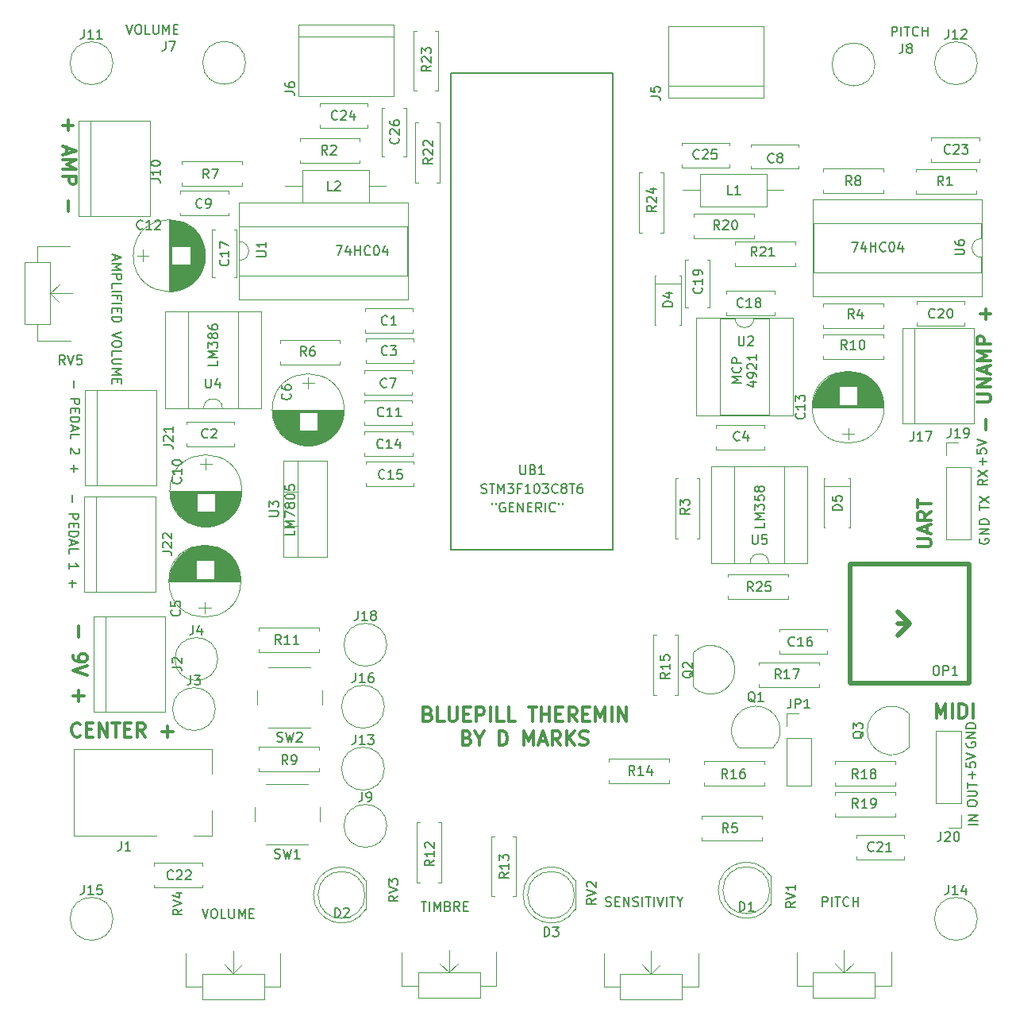
<source format=gbr>
G04 #@! TF.FileFunction,Legend,Top*
%FSLAX46Y46*%
G04 Gerber Fmt 4.6, Leading zero omitted, Abs format (unit mm)*
G04 Created by KiCad (PCBNEW 4.0.7) date 09/23/18 15:26:41*
%MOMM*%
%LPD*%
G01*
G04 APERTURE LIST*
%ADD10C,0.100000*%
%ADD11C,0.300000*%
%ADD12C,0.150000*%
%ADD13C,0.120000*%
%ADD14C,0.500000*%
%ADD15C,0.200000*%
G04 APERTURE END LIST*
D10*
D11*
X141672571Y-106405857D02*
X142886857Y-106405857D01*
X143029714Y-106334429D01*
X143101143Y-106263000D01*
X143172571Y-106120143D01*
X143172571Y-105834429D01*
X143101143Y-105691571D01*
X143029714Y-105620143D01*
X142886857Y-105548714D01*
X141672571Y-105548714D01*
X142744000Y-104905857D02*
X142744000Y-104191571D01*
X143172571Y-105048714D02*
X141672571Y-104548714D01*
X143172571Y-104048714D01*
X143172571Y-102691571D02*
X142458286Y-103191571D01*
X143172571Y-103548714D02*
X141672571Y-103548714D01*
X141672571Y-102977286D01*
X141744000Y-102834428D01*
X141815429Y-102763000D01*
X141958286Y-102691571D01*
X142172571Y-102691571D01*
X142315429Y-102763000D01*
X142386857Y-102834428D01*
X142458286Y-102977286D01*
X142458286Y-103548714D01*
X141672571Y-102263000D02*
X141672571Y-101405857D01*
X143172571Y-101834428D02*
X141672571Y-101834428D01*
X143704714Y-124630571D02*
X143704714Y-123130571D01*
X144204714Y-124202000D01*
X144704714Y-123130571D01*
X144704714Y-124630571D01*
X145419000Y-124630571D02*
X145419000Y-123130571D01*
X146133286Y-124630571D02*
X146133286Y-123130571D01*
X146490429Y-123130571D01*
X146704714Y-123202000D01*
X146847572Y-123344857D01*
X146919000Y-123487714D01*
X146990429Y-123773429D01*
X146990429Y-123987714D01*
X146919000Y-124273429D01*
X146847572Y-124416286D01*
X146704714Y-124559143D01*
X146490429Y-124630571D01*
X146133286Y-124630571D01*
X147633286Y-124630571D02*
X147633286Y-123130571D01*
D12*
X148296381Y-102488905D02*
X148296381Y-101917476D01*
X149296381Y-102203191D02*
X148296381Y-102203191D01*
X148296381Y-101679381D02*
X149296381Y-101012714D01*
X148296381Y-101012714D02*
X149296381Y-101679381D01*
X149169381Y-99226666D02*
X148693190Y-99560000D01*
X149169381Y-99798095D02*
X148169381Y-99798095D01*
X148169381Y-99417142D01*
X148217000Y-99321904D01*
X148264619Y-99274285D01*
X148359857Y-99226666D01*
X148502714Y-99226666D01*
X148597952Y-99274285D01*
X148645571Y-99321904D01*
X148693190Y-99417142D01*
X148693190Y-99798095D01*
X148169381Y-98893333D02*
X149169381Y-98226666D01*
X148169381Y-98226666D02*
X149169381Y-98893333D01*
X148661429Y-97678714D02*
X148661429Y-96916809D01*
X149042381Y-97297761D02*
X148280476Y-97297761D01*
X148042381Y-95964428D02*
X148042381Y-96440619D01*
X148518571Y-96488238D01*
X148470952Y-96440619D01*
X148423333Y-96345381D01*
X148423333Y-96107285D01*
X148470952Y-96012047D01*
X148518571Y-95964428D01*
X148613810Y-95916809D01*
X148851905Y-95916809D01*
X148947143Y-95964428D01*
X148994762Y-96012047D01*
X149042381Y-96107285D01*
X149042381Y-96345381D01*
X148994762Y-96440619D01*
X148947143Y-96488238D01*
X148042381Y-95631095D02*
X149042381Y-95297762D01*
X148042381Y-94964428D01*
X148344000Y-105536904D02*
X148296381Y-105632142D01*
X148296381Y-105774999D01*
X148344000Y-105917857D01*
X148439238Y-106013095D01*
X148534476Y-106060714D01*
X148724952Y-106108333D01*
X148867810Y-106108333D01*
X149058286Y-106060714D01*
X149153524Y-106013095D01*
X149248762Y-105917857D01*
X149296381Y-105774999D01*
X149296381Y-105679761D01*
X149248762Y-105536904D01*
X149201143Y-105489285D01*
X148867810Y-105489285D01*
X148867810Y-105679761D01*
X149296381Y-105060714D02*
X148296381Y-105060714D01*
X149296381Y-104489285D01*
X148296381Y-104489285D01*
X149296381Y-104013095D02*
X148296381Y-104013095D01*
X148296381Y-103775000D01*
X148344000Y-103632142D01*
X148439238Y-103536904D01*
X148534476Y-103489285D01*
X148724952Y-103441666D01*
X148867810Y-103441666D01*
X149058286Y-103489285D01*
X149153524Y-103536904D01*
X149248762Y-103632142D01*
X149296381Y-103775000D01*
X149296381Y-104013095D01*
X146947000Y-127253904D02*
X146899381Y-127349142D01*
X146899381Y-127491999D01*
X146947000Y-127634857D01*
X147042238Y-127730095D01*
X147137476Y-127777714D01*
X147327952Y-127825333D01*
X147470810Y-127825333D01*
X147661286Y-127777714D01*
X147756524Y-127730095D01*
X147851762Y-127634857D01*
X147899381Y-127491999D01*
X147899381Y-127396761D01*
X147851762Y-127253904D01*
X147804143Y-127206285D01*
X147470810Y-127206285D01*
X147470810Y-127396761D01*
X147899381Y-126777714D02*
X146899381Y-126777714D01*
X147899381Y-126206285D01*
X146899381Y-126206285D01*
X147899381Y-125730095D02*
X146899381Y-125730095D01*
X146899381Y-125492000D01*
X146947000Y-125349142D01*
X147042238Y-125253904D01*
X147137476Y-125206285D01*
X147327952Y-125158666D01*
X147470810Y-125158666D01*
X147661286Y-125206285D01*
X147756524Y-125253904D01*
X147851762Y-125349142D01*
X147899381Y-125492000D01*
X147899381Y-125730095D01*
X147518429Y-131079714D02*
X147518429Y-130317809D01*
X147899381Y-130698761D02*
X147137476Y-130698761D01*
X146899381Y-129365428D02*
X146899381Y-129841619D01*
X147375571Y-129889238D01*
X147327952Y-129841619D01*
X147280333Y-129746381D01*
X147280333Y-129508285D01*
X147327952Y-129413047D01*
X147375571Y-129365428D01*
X147470810Y-129317809D01*
X147708905Y-129317809D01*
X147804143Y-129365428D01*
X147851762Y-129413047D01*
X147899381Y-129508285D01*
X147899381Y-129746381D01*
X147851762Y-129841619D01*
X147804143Y-129889238D01*
X146899381Y-129032095D02*
X147899381Y-128698762D01*
X146899381Y-128365428D01*
X148153381Y-136032809D02*
X147153381Y-136032809D01*
X148153381Y-135556619D02*
X147153381Y-135556619D01*
X148153381Y-134985190D01*
X147153381Y-134985190D01*
X147026381Y-133842000D02*
X147026381Y-133651523D01*
X147074000Y-133556285D01*
X147169238Y-133461047D01*
X147359714Y-133413428D01*
X147693048Y-133413428D01*
X147883524Y-133461047D01*
X147978762Y-133556285D01*
X148026381Y-133651523D01*
X148026381Y-133842000D01*
X147978762Y-133937238D01*
X147883524Y-134032476D01*
X147693048Y-134080095D01*
X147359714Y-134080095D01*
X147169238Y-134032476D01*
X147074000Y-133937238D01*
X147026381Y-133842000D01*
X147026381Y-132984857D02*
X147835905Y-132984857D01*
X147931143Y-132937238D01*
X147978762Y-132889619D01*
X148026381Y-132794381D01*
X148026381Y-132603904D01*
X147978762Y-132508666D01*
X147931143Y-132461047D01*
X147835905Y-132413428D01*
X147026381Y-132413428D01*
X147026381Y-132080095D02*
X147026381Y-131508666D01*
X148026381Y-131794381D02*
X147026381Y-131794381D01*
X75255381Y-104655666D02*
X75255381Y-105131857D01*
X74255381Y-105131857D01*
X75255381Y-104322333D02*
X74255381Y-104322333D01*
X74969667Y-103988999D01*
X74255381Y-103655666D01*
X75255381Y-103655666D01*
X74255381Y-103274714D02*
X74255381Y-102608047D01*
X75255381Y-103036619D01*
X74683952Y-102084238D02*
X74636333Y-102179476D01*
X74588714Y-102227095D01*
X74493476Y-102274714D01*
X74445857Y-102274714D01*
X74350619Y-102227095D01*
X74303000Y-102179476D01*
X74255381Y-102084238D01*
X74255381Y-101893761D01*
X74303000Y-101798523D01*
X74350619Y-101750904D01*
X74445857Y-101703285D01*
X74493476Y-101703285D01*
X74588714Y-101750904D01*
X74636333Y-101798523D01*
X74683952Y-101893761D01*
X74683952Y-102084238D01*
X74731571Y-102179476D01*
X74779190Y-102227095D01*
X74874429Y-102274714D01*
X75064905Y-102274714D01*
X75160143Y-102227095D01*
X75207762Y-102179476D01*
X75255381Y-102084238D01*
X75255381Y-101893761D01*
X75207762Y-101798523D01*
X75160143Y-101750904D01*
X75064905Y-101703285D01*
X74874429Y-101703285D01*
X74779190Y-101750904D01*
X74731571Y-101798523D01*
X74683952Y-101893761D01*
X74255381Y-101084238D02*
X74255381Y-100988999D01*
X74303000Y-100893761D01*
X74350619Y-100846142D01*
X74445857Y-100798523D01*
X74636333Y-100750904D01*
X74874429Y-100750904D01*
X75064905Y-100798523D01*
X75160143Y-100846142D01*
X75207762Y-100893761D01*
X75255381Y-100988999D01*
X75255381Y-101084238D01*
X75207762Y-101179476D01*
X75160143Y-101227095D01*
X75064905Y-101274714D01*
X74874429Y-101322333D01*
X74636333Y-101322333D01*
X74445857Y-101274714D01*
X74350619Y-101227095D01*
X74303000Y-101179476D01*
X74255381Y-101084238D01*
X74255381Y-99846142D02*
X74255381Y-100322333D01*
X74731571Y-100369952D01*
X74683952Y-100322333D01*
X74636333Y-100227095D01*
X74636333Y-99988999D01*
X74683952Y-99893761D01*
X74731571Y-99846142D01*
X74826810Y-99798523D01*
X75064905Y-99798523D01*
X75160143Y-99846142D01*
X75207762Y-99893761D01*
X75255381Y-99988999D01*
X75255381Y-100227095D01*
X75207762Y-100322333D01*
X75160143Y-100369952D01*
X134679086Y-73937881D02*
X135345753Y-73937881D01*
X134917181Y-74937881D01*
X136155277Y-74271214D02*
X136155277Y-74937881D01*
X135917181Y-73890262D02*
X135679086Y-74604548D01*
X136298134Y-74604548D01*
X136679086Y-74937881D02*
X136679086Y-73937881D01*
X136679086Y-74414071D02*
X137250515Y-74414071D01*
X137250515Y-74937881D02*
X137250515Y-73937881D01*
X138298134Y-74842643D02*
X138250515Y-74890262D01*
X138107658Y-74937881D01*
X138012420Y-74937881D01*
X137869562Y-74890262D01*
X137774324Y-74795024D01*
X137726705Y-74699786D01*
X137679086Y-74509310D01*
X137679086Y-74366452D01*
X137726705Y-74175976D01*
X137774324Y-74080738D01*
X137869562Y-73985500D01*
X138012420Y-73937881D01*
X138107658Y-73937881D01*
X138250515Y-73985500D01*
X138298134Y-74033119D01*
X138917181Y-73937881D02*
X139012420Y-73937881D01*
X139107658Y-73985500D01*
X139155277Y-74033119D01*
X139202896Y-74128357D01*
X139250515Y-74318833D01*
X139250515Y-74556929D01*
X139202896Y-74747405D01*
X139155277Y-74842643D01*
X139107658Y-74890262D01*
X139012420Y-74937881D01*
X138917181Y-74937881D01*
X138821943Y-74890262D01*
X138774324Y-74842643D01*
X138726705Y-74747405D01*
X138679086Y-74556929D01*
X138679086Y-74318833D01*
X138726705Y-74128357D01*
X138774324Y-74033119D01*
X138821943Y-73985500D01*
X138917181Y-73937881D01*
X140107658Y-74271214D02*
X140107658Y-74937881D01*
X139869562Y-73890262D02*
X139631467Y-74604548D01*
X140250515Y-74604548D01*
X79693166Y-74331581D02*
X80359833Y-74331581D01*
X79931261Y-75331581D01*
X81169357Y-74664914D02*
X81169357Y-75331581D01*
X80931261Y-74283962D02*
X80693166Y-74998248D01*
X81312214Y-74998248D01*
X81693166Y-75331581D02*
X81693166Y-74331581D01*
X81693166Y-74807771D02*
X82264595Y-74807771D01*
X82264595Y-75331581D02*
X82264595Y-74331581D01*
X83312214Y-75236343D02*
X83264595Y-75283962D01*
X83121738Y-75331581D01*
X83026500Y-75331581D01*
X82883642Y-75283962D01*
X82788404Y-75188724D01*
X82740785Y-75093486D01*
X82693166Y-74903010D01*
X82693166Y-74760152D01*
X82740785Y-74569676D01*
X82788404Y-74474438D01*
X82883642Y-74379200D01*
X83026500Y-74331581D01*
X83121738Y-74331581D01*
X83264595Y-74379200D01*
X83312214Y-74426819D01*
X83931261Y-74331581D02*
X84026500Y-74331581D01*
X84121738Y-74379200D01*
X84169357Y-74426819D01*
X84216976Y-74522057D01*
X84264595Y-74712533D01*
X84264595Y-74950629D01*
X84216976Y-75141105D01*
X84169357Y-75236343D01*
X84121738Y-75283962D01*
X84026500Y-75331581D01*
X83931261Y-75331581D01*
X83836023Y-75283962D01*
X83788404Y-75236343D01*
X83740785Y-75141105D01*
X83693166Y-74950629D01*
X83693166Y-74712533D01*
X83740785Y-74522057D01*
X83788404Y-74426819D01*
X83836023Y-74379200D01*
X83931261Y-74331581D01*
X85121738Y-74664914D02*
X85121738Y-75331581D01*
X84883642Y-74283962D02*
X84645547Y-74998248D01*
X85264595Y-74998248D01*
X57317356Y-50750221D02*
X57650689Y-51750221D01*
X57984023Y-50750221D01*
X58507832Y-50750221D02*
X58698309Y-50750221D01*
X58793547Y-50797840D01*
X58888785Y-50893078D01*
X58936404Y-51083554D01*
X58936404Y-51416888D01*
X58888785Y-51607364D01*
X58793547Y-51702602D01*
X58698309Y-51750221D01*
X58507832Y-51750221D01*
X58412594Y-51702602D01*
X58317356Y-51607364D01*
X58269737Y-51416888D01*
X58269737Y-51083554D01*
X58317356Y-50893078D01*
X58412594Y-50797840D01*
X58507832Y-50750221D01*
X59841166Y-51750221D02*
X59364975Y-51750221D01*
X59364975Y-50750221D01*
X60174499Y-50750221D02*
X60174499Y-51559745D01*
X60222118Y-51654983D01*
X60269737Y-51702602D01*
X60364975Y-51750221D01*
X60555452Y-51750221D01*
X60650690Y-51702602D01*
X60698309Y-51654983D01*
X60745928Y-51559745D01*
X60745928Y-50750221D01*
X61222118Y-51750221D02*
X61222118Y-50750221D01*
X61555452Y-51464507D01*
X61888785Y-50750221D01*
X61888785Y-51750221D01*
X62364975Y-51226411D02*
X62698309Y-51226411D01*
X62841166Y-51750221D02*
X62364975Y-51750221D01*
X62364975Y-50750221D01*
X62841166Y-50750221D01*
X138968718Y-51973741D02*
X138968718Y-50973741D01*
X139349671Y-50973741D01*
X139444909Y-51021360D01*
X139492528Y-51068979D01*
X139540147Y-51164217D01*
X139540147Y-51307074D01*
X139492528Y-51402312D01*
X139444909Y-51449931D01*
X139349671Y-51497550D01*
X138968718Y-51497550D01*
X139968718Y-51973741D02*
X139968718Y-50973741D01*
X140302051Y-50973741D02*
X140873480Y-50973741D01*
X140587765Y-51973741D02*
X140587765Y-50973741D01*
X141778242Y-51878503D02*
X141730623Y-51926122D01*
X141587766Y-51973741D01*
X141492528Y-51973741D01*
X141349670Y-51926122D01*
X141254432Y-51830884D01*
X141206813Y-51735646D01*
X141159194Y-51545170D01*
X141159194Y-51402312D01*
X141206813Y-51211836D01*
X141254432Y-51116598D01*
X141349670Y-51021360D01*
X141492528Y-50973741D01*
X141587766Y-50973741D01*
X141730623Y-51021360D01*
X141778242Y-51068979D01*
X142206813Y-51973741D02*
X142206813Y-50973741D01*
X142206813Y-51449931D02*
X142778242Y-51449931D01*
X142778242Y-51973741D02*
X142778242Y-50973741D01*
X51719171Y-88643438D02*
X51719171Y-89405343D01*
X51338219Y-90643438D02*
X52338219Y-90643438D01*
X52338219Y-91024391D01*
X52290600Y-91119629D01*
X52242981Y-91167248D01*
X52147743Y-91214867D01*
X52004886Y-91214867D01*
X51909648Y-91167248D01*
X51862029Y-91119629D01*
X51814410Y-91024391D01*
X51814410Y-90643438D01*
X51862029Y-91643438D02*
X51862029Y-91976772D01*
X51338219Y-92119629D02*
X51338219Y-91643438D01*
X52338219Y-91643438D01*
X52338219Y-92119629D01*
X51338219Y-92548200D02*
X52338219Y-92548200D01*
X52338219Y-92786295D01*
X52290600Y-92929153D01*
X52195362Y-93024391D01*
X52100124Y-93072010D01*
X51909648Y-93119629D01*
X51766790Y-93119629D01*
X51576314Y-93072010D01*
X51481076Y-93024391D01*
X51385838Y-92929153D01*
X51338219Y-92786295D01*
X51338219Y-92548200D01*
X51623933Y-93500581D02*
X51623933Y-93976772D01*
X51338219Y-93405343D02*
X52338219Y-93738676D01*
X51338219Y-94072010D01*
X51338219Y-94881534D02*
X51338219Y-94405343D01*
X52338219Y-94405343D01*
X52242981Y-95929153D02*
X52290600Y-95976772D01*
X52338219Y-96072010D01*
X52338219Y-96310106D01*
X52290600Y-96405344D01*
X52242981Y-96452963D01*
X52147743Y-96500582D01*
X52052505Y-96500582D01*
X51909648Y-96452963D01*
X51338219Y-95881534D01*
X51338219Y-96500582D01*
X51719171Y-97691058D02*
X51719171Y-98452963D01*
X51338219Y-98072011D02*
X52100124Y-98072011D01*
X51566771Y-100886238D02*
X51566771Y-101648143D01*
X51185819Y-102886238D02*
X52185819Y-102886238D01*
X52185819Y-103267191D01*
X52138200Y-103362429D01*
X52090581Y-103410048D01*
X51995343Y-103457667D01*
X51852486Y-103457667D01*
X51757248Y-103410048D01*
X51709629Y-103362429D01*
X51662010Y-103267191D01*
X51662010Y-102886238D01*
X51709629Y-103886238D02*
X51709629Y-104219572D01*
X51185819Y-104362429D02*
X51185819Y-103886238D01*
X52185819Y-103886238D01*
X52185819Y-104362429D01*
X51185819Y-104791000D02*
X52185819Y-104791000D01*
X52185819Y-105029095D01*
X52138200Y-105171953D01*
X52042962Y-105267191D01*
X51947724Y-105314810D01*
X51757248Y-105362429D01*
X51614390Y-105362429D01*
X51423914Y-105314810D01*
X51328676Y-105267191D01*
X51233438Y-105171953D01*
X51185819Y-105029095D01*
X51185819Y-104791000D01*
X51471533Y-105743381D02*
X51471533Y-106219572D01*
X51185819Y-105648143D02*
X52185819Y-105981476D01*
X51185819Y-106314810D01*
X51185819Y-107124334D02*
X51185819Y-106648143D01*
X52185819Y-106648143D01*
X51185819Y-108743382D02*
X51185819Y-108171953D01*
X51185819Y-108457667D02*
X52185819Y-108457667D01*
X52042962Y-108362429D01*
X51947724Y-108267191D01*
X51900105Y-108171953D01*
X51566771Y-109933858D02*
X51566771Y-110695763D01*
X51185819Y-110314811D02*
X51947724Y-110314811D01*
D11*
X89500570Y-124220857D02*
X89714856Y-124292286D01*
X89786284Y-124363714D01*
X89857713Y-124506571D01*
X89857713Y-124720857D01*
X89786284Y-124863714D01*
X89714856Y-124935143D01*
X89571998Y-125006571D01*
X89000570Y-125006571D01*
X89000570Y-123506571D01*
X89500570Y-123506571D01*
X89643427Y-123578000D01*
X89714856Y-123649429D01*
X89786284Y-123792286D01*
X89786284Y-123935143D01*
X89714856Y-124078000D01*
X89643427Y-124149429D01*
X89500570Y-124220857D01*
X89000570Y-124220857D01*
X91214856Y-125006571D02*
X90500570Y-125006571D01*
X90500570Y-123506571D01*
X91714856Y-123506571D02*
X91714856Y-124720857D01*
X91786284Y-124863714D01*
X91857713Y-124935143D01*
X92000570Y-125006571D01*
X92286284Y-125006571D01*
X92429142Y-124935143D01*
X92500570Y-124863714D01*
X92571999Y-124720857D01*
X92571999Y-123506571D01*
X93286285Y-124220857D02*
X93786285Y-124220857D01*
X94000571Y-125006571D02*
X93286285Y-125006571D01*
X93286285Y-123506571D01*
X94000571Y-123506571D01*
X94643428Y-125006571D02*
X94643428Y-123506571D01*
X95214856Y-123506571D01*
X95357714Y-123578000D01*
X95429142Y-123649429D01*
X95500571Y-123792286D01*
X95500571Y-124006571D01*
X95429142Y-124149429D01*
X95357714Y-124220857D01*
X95214856Y-124292286D01*
X94643428Y-124292286D01*
X96143428Y-125006571D02*
X96143428Y-123506571D01*
X97572000Y-125006571D02*
X96857714Y-125006571D01*
X96857714Y-123506571D01*
X98786286Y-125006571D02*
X98072000Y-125006571D01*
X98072000Y-123506571D01*
X100214857Y-123506571D02*
X101072000Y-123506571D01*
X100643429Y-125006571D02*
X100643429Y-123506571D01*
X101572000Y-125006571D02*
X101572000Y-123506571D01*
X101572000Y-124220857D02*
X102429143Y-124220857D01*
X102429143Y-125006571D02*
X102429143Y-123506571D01*
X103143429Y-124220857D02*
X103643429Y-124220857D01*
X103857715Y-125006571D02*
X103143429Y-125006571D01*
X103143429Y-123506571D01*
X103857715Y-123506571D01*
X105357715Y-125006571D02*
X104857715Y-124292286D01*
X104500572Y-125006571D02*
X104500572Y-123506571D01*
X105072000Y-123506571D01*
X105214858Y-123578000D01*
X105286286Y-123649429D01*
X105357715Y-123792286D01*
X105357715Y-124006571D01*
X105286286Y-124149429D01*
X105214858Y-124220857D01*
X105072000Y-124292286D01*
X104500572Y-124292286D01*
X106000572Y-124220857D02*
X106500572Y-124220857D01*
X106714858Y-125006571D02*
X106000572Y-125006571D01*
X106000572Y-123506571D01*
X106714858Y-123506571D01*
X107357715Y-125006571D02*
X107357715Y-123506571D01*
X107857715Y-124578000D01*
X108357715Y-123506571D01*
X108357715Y-125006571D01*
X109072001Y-125006571D02*
X109072001Y-123506571D01*
X109786287Y-125006571D02*
X109786287Y-123506571D01*
X110643430Y-125006571D01*
X110643430Y-123506571D01*
X93679144Y-126770857D02*
X93893430Y-126842286D01*
X93964858Y-126913714D01*
X94036287Y-127056571D01*
X94036287Y-127270857D01*
X93964858Y-127413714D01*
X93893430Y-127485143D01*
X93750572Y-127556571D01*
X93179144Y-127556571D01*
X93179144Y-126056571D01*
X93679144Y-126056571D01*
X93822001Y-126128000D01*
X93893430Y-126199429D01*
X93964858Y-126342286D01*
X93964858Y-126485143D01*
X93893430Y-126628000D01*
X93822001Y-126699429D01*
X93679144Y-126770857D01*
X93179144Y-126770857D01*
X94964858Y-126842286D02*
X94964858Y-127556571D01*
X94464858Y-126056571D02*
X94964858Y-126842286D01*
X95464858Y-126056571D01*
X97107715Y-127556571D02*
X97107715Y-126056571D01*
X97464858Y-126056571D01*
X97679143Y-126128000D01*
X97822001Y-126270857D01*
X97893429Y-126413714D01*
X97964858Y-126699429D01*
X97964858Y-126913714D01*
X97893429Y-127199429D01*
X97822001Y-127342286D01*
X97679143Y-127485143D01*
X97464858Y-127556571D01*
X97107715Y-127556571D01*
X99750572Y-127556571D02*
X99750572Y-126056571D01*
X100250572Y-127128000D01*
X100750572Y-126056571D01*
X100750572Y-127556571D01*
X101393429Y-127128000D02*
X102107715Y-127128000D01*
X101250572Y-127556571D02*
X101750572Y-126056571D01*
X102250572Y-127556571D01*
X103607715Y-127556571D02*
X103107715Y-126842286D01*
X102750572Y-127556571D02*
X102750572Y-126056571D01*
X103322000Y-126056571D01*
X103464858Y-126128000D01*
X103536286Y-126199429D01*
X103607715Y-126342286D01*
X103607715Y-126556571D01*
X103536286Y-126699429D01*
X103464858Y-126770857D01*
X103322000Y-126842286D01*
X102750572Y-126842286D01*
X104250572Y-127556571D02*
X104250572Y-126056571D01*
X105107715Y-127556571D02*
X104464858Y-126699429D01*
X105107715Y-126056571D02*
X104250572Y-126913714D01*
X105679143Y-127485143D02*
X105893429Y-127556571D01*
X106250572Y-127556571D01*
X106393429Y-127485143D01*
X106464858Y-127413714D01*
X106536286Y-127270857D01*
X106536286Y-127128000D01*
X106464858Y-126985143D01*
X106393429Y-126913714D01*
X106250572Y-126842286D01*
X105964858Y-126770857D01*
X105822000Y-126699429D01*
X105750572Y-126628000D01*
X105679143Y-126485143D01*
X105679143Y-126342286D01*
X105750572Y-126199429D01*
X105822000Y-126128000D01*
X105964858Y-126056571D01*
X106322000Y-126056571D01*
X106536286Y-126128000D01*
D12*
X131572238Y-144724381D02*
X131572238Y-143724381D01*
X131953191Y-143724381D01*
X132048429Y-143772000D01*
X132096048Y-143819619D01*
X132143667Y-143914857D01*
X132143667Y-144057714D01*
X132096048Y-144152952D01*
X132048429Y-144200571D01*
X131953191Y-144248190D01*
X131572238Y-144248190D01*
X132572238Y-144724381D02*
X132572238Y-143724381D01*
X132905571Y-143724381D02*
X133477000Y-143724381D01*
X133191285Y-144724381D02*
X133191285Y-143724381D01*
X134381762Y-144629143D02*
X134334143Y-144676762D01*
X134191286Y-144724381D01*
X134096048Y-144724381D01*
X133953190Y-144676762D01*
X133857952Y-144581524D01*
X133810333Y-144486286D01*
X133762714Y-144295810D01*
X133762714Y-144152952D01*
X133810333Y-143962476D01*
X133857952Y-143867238D01*
X133953190Y-143772000D01*
X134096048Y-143724381D01*
X134191286Y-143724381D01*
X134334143Y-143772000D01*
X134381762Y-143819619D01*
X134810333Y-144724381D02*
X134810333Y-143724381D01*
X134810333Y-144200571D02*
X135381762Y-144200571D01*
X135381762Y-144724381D02*
X135381762Y-143724381D01*
X108450572Y-144676762D02*
X108593429Y-144724381D01*
X108831525Y-144724381D01*
X108926763Y-144676762D01*
X108974382Y-144629143D01*
X109022001Y-144533905D01*
X109022001Y-144438667D01*
X108974382Y-144343429D01*
X108926763Y-144295810D01*
X108831525Y-144248190D01*
X108641048Y-144200571D01*
X108545810Y-144152952D01*
X108498191Y-144105333D01*
X108450572Y-144010095D01*
X108450572Y-143914857D01*
X108498191Y-143819619D01*
X108545810Y-143772000D01*
X108641048Y-143724381D01*
X108879144Y-143724381D01*
X109022001Y-143772000D01*
X109450572Y-144200571D02*
X109783906Y-144200571D01*
X109926763Y-144724381D02*
X109450572Y-144724381D01*
X109450572Y-143724381D01*
X109926763Y-143724381D01*
X110355334Y-144724381D02*
X110355334Y-143724381D01*
X110926763Y-144724381D01*
X110926763Y-143724381D01*
X111355334Y-144676762D02*
X111498191Y-144724381D01*
X111736287Y-144724381D01*
X111831525Y-144676762D01*
X111879144Y-144629143D01*
X111926763Y-144533905D01*
X111926763Y-144438667D01*
X111879144Y-144343429D01*
X111831525Y-144295810D01*
X111736287Y-144248190D01*
X111545810Y-144200571D01*
X111450572Y-144152952D01*
X111402953Y-144105333D01*
X111355334Y-144010095D01*
X111355334Y-143914857D01*
X111402953Y-143819619D01*
X111450572Y-143772000D01*
X111545810Y-143724381D01*
X111783906Y-143724381D01*
X111926763Y-143772000D01*
X112355334Y-144724381D02*
X112355334Y-143724381D01*
X112688667Y-143724381D02*
X113260096Y-143724381D01*
X112974381Y-144724381D02*
X112974381Y-143724381D01*
X113593429Y-144724381D02*
X113593429Y-143724381D01*
X113926762Y-143724381D02*
X114260095Y-144724381D01*
X114593429Y-143724381D01*
X114926762Y-144724381D02*
X114926762Y-143724381D01*
X115260095Y-143724381D02*
X115831524Y-143724381D01*
X115545809Y-144724381D02*
X115545809Y-143724381D01*
X116355333Y-144248190D02*
X116355333Y-144724381D01*
X116022000Y-143724381D02*
X116355333Y-144248190D01*
X116688667Y-143724381D01*
X88765381Y-144232381D02*
X89336810Y-144232381D01*
X89051095Y-145232381D02*
X89051095Y-144232381D01*
X89670143Y-145232381D02*
X89670143Y-144232381D01*
X90146333Y-145232381D02*
X90146333Y-144232381D01*
X90479667Y-144946667D01*
X90813000Y-144232381D01*
X90813000Y-145232381D01*
X91622524Y-144708571D02*
X91765381Y-144756190D01*
X91813000Y-144803810D01*
X91860619Y-144899048D01*
X91860619Y-145041905D01*
X91813000Y-145137143D01*
X91765381Y-145184762D01*
X91670143Y-145232381D01*
X91289190Y-145232381D01*
X91289190Y-144232381D01*
X91622524Y-144232381D01*
X91717762Y-144280000D01*
X91765381Y-144327619D01*
X91813000Y-144422857D01*
X91813000Y-144518095D01*
X91765381Y-144613333D01*
X91717762Y-144660952D01*
X91622524Y-144708571D01*
X91289190Y-144708571D01*
X92860619Y-145232381D02*
X92527285Y-144756190D01*
X92289190Y-145232381D02*
X92289190Y-144232381D01*
X92670143Y-144232381D01*
X92765381Y-144280000D01*
X92813000Y-144327619D01*
X92860619Y-144422857D01*
X92860619Y-144565714D01*
X92813000Y-144660952D01*
X92765381Y-144708571D01*
X92670143Y-144756190D01*
X92289190Y-144756190D01*
X93289190Y-144708571D02*
X93622524Y-144708571D01*
X93765381Y-145232381D02*
X93289190Y-145232381D01*
X93289190Y-144232381D01*
X93765381Y-144232381D01*
X65389476Y-144994381D02*
X65722809Y-145994381D01*
X66056143Y-144994381D01*
X66579952Y-144994381D02*
X66770429Y-144994381D01*
X66865667Y-145042000D01*
X66960905Y-145137238D01*
X67008524Y-145327714D01*
X67008524Y-145661048D01*
X66960905Y-145851524D01*
X66865667Y-145946762D01*
X66770429Y-145994381D01*
X66579952Y-145994381D01*
X66484714Y-145946762D01*
X66389476Y-145851524D01*
X66341857Y-145661048D01*
X66341857Y-145327714D01*
X66389476Y-145137238D01*
X66484714Y-145042000D01*
X66579952Y-144994381D01*
X67913286Y-145994381D02*
X67437095Y-145994381D01*
X67437095Y-144994381D01*
X68246619Y-144994381D02*
X68246619Y-145803905D01*
X68294238Y-145899143D01*
X68341857Y-145946762D01*
X68437095Y-145994381D01*
X68627572Y-145994381D01*
X68722810Y-145946762D01*
X68770429Y-145899143D01*
X68818048Y-145803905D01*
X68818048Y-144994381D01*
X69294238Y-145994381D02*
X69294238Y-144994381D01*
X69627572Y-145708667D01*
X69960905Y-144994381D01*
X69960905Y-145994381D01*
X70437095Y-145470571D02*
X70770429Y-145470571D01*
X70913286Y-145994381D02*
X70437095Y-145994381D01*
X70437095Y-144994381D01*
X70913286Y-144994381D01*
X56094333Y-75311857D02*
X56094333Y-75788048D01*
X55808619Y-75216619D02*
X56808619Y-75549952D01*
X55808619Y-75883286D01*
X55808619Y-76216619D02*
X56808619Y-76216619D01*
X56094333Y-76549953D01*
X56808619Y-76883286D01*
X55808619Y-76883286D01*
X55808619Y-77359476D02*
X56808619Y-77359476D01*
X56808619Y-77740429D01*
X56761000Y-77835667D01*
X56713381Y-77883286D01*
X56618143Y-77930905D01*
X56475286Y-77930905D01*
X56380048Y-77883286D01*
X56332429Y-77835667D01*
X56284810Y-77740429D01*
X56284810Y-77359476D01*
X55808619Y-78835667D02*
X55808619Y-78359476D01*
X56808619Y-78359476D01*
X55808619Y-79169000D02*
X56808619Y-79169000D01*
X56332429Y-79978524D02*
X56332429Y-79645190D01*
X55808619Y-79645190D02*
X56808619Y-79645190D01*
X56808619Y-80121381D01*
X55808619Y-80502333D02*
X56808619Y-80502333D01*
X56332429Y-80978523D02*
X56332429Y-81311857D01*
X55808619Y-81454714D02*
X55808619Y-80978523D01*
X56808619Y-80978523D01*
X56808619Y-81454714D01*
X55808619Y-81883285D02*
X56808619Y-81883285D01*
X56808619Y-82121380D01*
X56761000Y-82264238D01*
X56665762Y-82359476D01*
X56570524Y-82407095D01*
X56380048Y-82454714D01*
X56237190Y-82454714D01*
X56046714Y-82407095D01*
X55951476Y-82359476D01*
X55856238Y-82264238D01*
X55808619Y-82121380D01*
X55808619Y-81883285D01*
X56808619Y-83502333D02*
X55808619Y-83835666D01*
X56808619Y-84169000D01*
X56808619Y-84692809D02*
X56808619Y-84883286D01*
X56761000Y-84978524D01*
X56665762Y-85073762D01*
X56475286Y-85121381D01*
X56141952Y-85121381D01*
X55951476Y-85073762D01*
X55856238Y-84978524D01*
X55808619Y-84883286D01*
X55808619Y-84692809D01*
X55856238Y-84597571D01*
X55951476Y-84502333D01*
X56141952Y-84454714D01*
X56475286Y-84454714D01*
X56665762Y-84502333D01*
X56761000Y-84597571D01*
X56808619Y-84692809D01*
X55808619Y-86026143D02*
X55808619Y-85549952D01*
X56808619Y-85549952D01*
X56808619Y-86359476D02*
X55999095Y-86359476D01*
X55903857Y-86407095D01*
X55856238Y-86454714D01*
X55808619Y-86549952D01*
X55808619Y-86740429D01*
X55856238Y-86835667D01*
X55903857Y-86883286D01*
X55999095Y-86930905D01*
X56808619Y-86930905D01*
X55808619Y-87407095D02*
X56808619Y-87407095D01*
X56094333Y-87740429D01*
X56808619Y-88073762D01*
X55808619Y-88073762D01*
X56332429Y-88549952D02*
X56332429Y-88883286D01*
X55808619Y-89026143D02*
X55808619Y-88549952D01*
X56808619Y-88549952D01*
X56808619Y-89026143D01*
X125344181Y-103849276D02*
X125344181Y-104325467D01*
X124344181Y-104325467D01*
X125344181Y-103515943D02*
X124344181Y-103515943D01*
X125058467Y-103182609D01*
X124344181Y-102849276D01*
X125344181Y-102849276D01*
X124344181Y-102468324D02*
X124344181Y-101849276D01*
X124725133Y-102182610D01*
X124725133Y-102039752D01*
X124772752Y-101944514D01*
X124820371Y-101896895D01*
X124915610Y-101849276D01*
X125153705Y-101849276D01*
X125248943Y-101896895D01*
X125296562Y-101944514D01*
X125344181Y-102039752D01*
X125344181Y-102325467D01*
X125296562Y-102420705D01*
X125248943Y-102468324D01*
X124344181Y-100944514D02*
X124344181Y-101420705D01*
X124820371Y-101468324D01*
X124772752Y-101420705D01*
X124725133Y-101325467D01*
X124725133Y-101087371D01*
X124772752Y-100992133D01*
X124820371Y-100944514D01*
X124915610Y-100896895D01*
X125153705Y-100896895D01*
X125248943Y-100944514D01*
X125296562Y-100992133D01*
X125344181Y-101087371D01*
X125344181Y-101325467D01*
X125296562Y-101420705D01*
X125248943Y-101468324D01*
X124772752Y-100325467D02*
X124725133Y-100420705D01*
X124677514Y-100468324D01*
X124582276Y-100515943D01*
X124534657Y-100515943D01*
X124439419Y-100468324D01*
X124391800Y-100420705D01*
X124344181Y-100325467D01*
X124344181Y-100134990D01*
X124391800Y-100039752D01*
X124439419Y-99992133D01*
X124534657Y-99944514D01*
X124582276Y-99944514D01*
X124677514Y-99992133D01*
X124725133Y-100039752D01*
X124772752Y-100134990D01*
X124772752Y-100325467D01*
X124820371Y-100420705D01*
X124867990Y-100468324D01*
X124963229Y-100515943D01*
X125153705Y-100515943D01*
X125248943Y-100468324D01*
X125296562Y-100420705D01*
X125344181Y-100325467D01*
X125344181Y-100134990D01*
X125296562Y-100039752D01*
X125248943Y-99992133D01*
X125153705Y-99944514D01*
X124963229Y-99944514D01*
X124867990Y-99992133D01*
X124820371Y-100039752D01*
X124772752Y-100134990D01*
X122893581Y-88963333D02*
X121893581Y-88963333D01*
X122607867Y-88629999D01*
X121893581Y-88296666D01*
X122893581Y-88296666D01*
X122798343Y-87249047D02*
X122845962Y-87296666D01*
X122893581Y-87439523D01*
X122893581Y-87534761D01*
X122845962Y-87677619D01*
X122750724Y-87772857D01*
X122655486Y-87820476D01*
X122465010Y-87868095D01*
X122322152Y-87868095D01*
X122131676Y-87820476D01*
X122036438Y-87772857D01*
X121941200Y-87677619D01*
X121893581Y-87534761D01*
X121893581Y-87439523D01*
X121941200Y-87296666D01*
X121988819Y-87249047D01*
X122893581Y-86820476D02*
X121893581Y-86820476D01*
X121893581Y-86439523D01*
X121941200Y-86344285D01*
X121988819Y-86296666D01*
X122084057Y-86249047D01*
X122226914Y-86249047D01*
X122322152Y-86296666D01*
X122369771Y-86344285D01*
X122417390Y-86439523D01*
X122417390Y-86820476D01*
X123876914Y-88868095D02*
X124543581Y-88868095D01*
X123495962Y-89106191D02*
X124210248Y-89344286D01*
X124210248Y-88725238D01*
X124543581Y-88296667D02*
X124543581Y-88106191D01*
X124495962Y-88010952D01*
X124448343Y-87963333D01*
X124305486Y-87868095D01*
X124115010Y-87820476D01*
X123734057Y-87820476D01*
X123638819Y-87868095D01*
X123591200Y-87915714D01*
X123543581Y-88010952D01*
X123543581Y-88201429D01*
X123591200Y-88296667D01*
X123638819Y-88344286D01*
X123734057Y-88391905D01*
X123972152Y-88391905D01*
X124067390Y-88344286D01*
X124115010Y-88296667D01*
X124162629Y-88201429D01*
X124162629Y-88010952D01*
X124115010Y-87915714D01*
X124067390Y-87868095D01*
X123972152Y-87820476D01*
X123638819Y-87439524D02*
X123591200Y-87391905D01*
X123543581Y-87296667D01*
X123543581Y-87058571D01*
X123591200Y-86963333D01*
X123638819Y-86915714D01*
X123734057Y-86868095D01*
X123829295Y-86868095D01*
X123972152Y-86915714D01*
X124543581Y-87487143D01*
X124543581Y-86868095D01*
X124543581Y-85915714D02*
X124543581Y-86487143D01*
X124543581Y-86201429D02*
X123543581Y-86201429D01*
X123686438Y-86296667D01*
X123781676Y-86391905D01*
X123829295Y-86487143D01*
X67051181Y-86577276D02*
X67051181Y-87053467D01*
X66051181Y-87053467D01*
X67051181Y-86243943D02*
X66051181Y-86243943D01*
X66765467Y-85910609D01*
X66051181Y-85577276D01*
X67051181Y-85577276D01*
X66051181Y-85196324D02*
X66051181Y-84577276D01*
X66432133Y-84910610D01*
X66432133Y-84767752D01*
X66479752Y-84672514D01*
X66527371Y-84624895D01*
X66622610Y-84577276D01*
X66860705Y-84577276D01*
X66955943Y-84624895D01*
X67003562Y-84672514D01*
X67051181Y-84767752D01*
X67051181Y-85053467D01*
X67003562Y-85148705D01*
X66955943Y-85196324D01*
X66479752Y-84005848D02*
X66432133Y-84101086D01*
X66384514Y-84148705D01*
X66289276Y-84196324D01*
X66241657Y-84196324D01*
X66146419Y-84148705D01*
X66098800Y-84101086D01*
X66051181Y-84005848D01*
X66051181Y-83815371D01*
X66098800Y-83720133D01*
X66146419Y-83672514D01*
X66241657Y-83624895D01*
X66289276Y-83624895D01*
X66384514Y-83672514D01*
X66432133Y-83720133D01*
X66479752Y-83815371D01*
X66479752Y-84005848D01*
X66527371Y-84101086D01*
X66574990Y-84148705D01*
X66670229Y-84196324D01*
X66860705Y-84196324D01*
X66955943Y-84148705D01*
X67003562Y-84101086D01*
X67051181Y-84005848D01*
X67051181Y-83815371D01*
X67003562Y-83720133D01*
X66955943Y-83672514D01*
X66860705Y-83624895D01*
X66670229Y-83624895D01*
X66574990Y-83672514D01*
X66527371Y-83720133D01*
X66479752Y-83815371D01*
X66051181Y-82767752D02*
X66051181Y-82958229D01*
X66098800Y-83053467D01*
X66146419Y-83101086D01*
X66289276Y-83196324D01*
X66479752Y-83243943D01*
X66860705Y-83243943D01*
X66955943Y-83196324D01*
X67003562Y-83148705D01*
X67051181Y-83053467D01*
X67051181Y-82862990D01*
X67003562Y-82767752D01*
X66955943Y-82720133D01*
X66860705Y-82672514D01*
X66622610Y-82672514D01*
X66527371Y-82720133D01*
X66479752Y-82767752D01*
X66432133Y-82862990D01*
X66432133Y-83053467D01*
X66479752Y-83148705D01*
X66527371Y-83196324D01*
X66622610Y-83243943D01*
D11*
X52396000Y-126519714D02*
X52324571Y-126591143D01*
X52110285Y-126662571D01*
X51967428Y-126662571D01*
X51753143Y-126591143D01*
X51610285Y-126448286D01*
X51538857Y-126305429D01*
X51467428Y-126019714D01*
X51467428Y-125805429D01*
X51538857Y-125519714D01*
X51610285Y-125376857D01*
X51753143Y-125234000D01*
X51967428Y-125162571D01*
X52110285Y-125162571D01*
X52324571Y-125234000D01*
X52396000Y-125305429D01*
X53038857Y-125876857D02*
X53538857Y-125876857D01*
X53753143Y-126662571D02*
X53038857Y-126662571D01*
X53038857Y-125162571D01*
X53753143Y-125162571D01*
X54396000Y-126662571D02*
X54396000Y-125162571D01*
X55253143Y-126662571D01*
X55253143Y-125162571D01*
X55753143Y-125162571D02*
X56610286Y-125162571D01*
X56181715Y-126662571D02*
X56181715Y-125162571D01*
X57110286Y-125876857D02*
X57610286Y-125876857D01*
X57824572Y-126662571D02*
X57110286Y-126662571D01*
X57110286Y-125162571D01*
X57824572Y-125162571D01*
X59324572Y-126662571D02*
X58824572Y-125948286D01*
X58467429Y-126662571D02*
X58467429Y-125162571D01*
X59038857Y-125162571D01*
X59181715Y-125234000D01*
X59253143Y-125305429D01*
X59324572Y-125448286D01*
X59324572Y-125662571D01*
X59253143Y-125805429D01*
X59181715Y-125876857D01*
X59038857Y-125948286D01*
X58467429Y-125948286D01*
X61110286Y-126091143D02*
X62253143Y-126091143D01*
X61681714Y-126662571D02*
X61681714Y-125519714D01*
X52216857Y-114872001D02*
X52216857Y-116014858D01*
X51645429Y-117943429D02*
X51645429Y-118229144D01*
X51716857Y-118372001D01*
X51788286Y-118443429D01*
X52002571Y-118586287D01*
X52288286Y-118657715D01*
X52859714Y-118657715D01*
X53002571Y-118586287D01*
X53074000Y-118514858D01*
X53145429Y-118372001D01*
X53145429Y-118086287D01*
X53074000Y-117943429D01*
X53002571Y-117872001D01*
X52859714Y-117800572D01*
X52502571Y-117800572D01*
X52359714Y-117872001D01*
X52288286Y-117943429D01*
X52216857Y-118086287D01*
X52216857Y-118372001D01*
X52288286Y-118514858D01*
X52359714Y-118586287D01*
X52502571Y-118657715D01*
X53145429Y-119086286D02*
X51645429Y-119586286D01*
X53145429Y-120086286D01*
X52216857Y-121729143D02*
X52216857Y-122872000D01*
X51645429Y-122300571D02*
X52788286Y-122300571D01*
X51073857Y-60893143D02*
X51073857Y-62036000D01*
X50502429Y-61464571D02*
X51645286Y-61464571D01*
X50931000Y-63821714D02*
X50931000Y-64536000D01*
X50502429Y-63678857D02*
X52002429Y-64178857D01*
X50502429Y-64678857D01*
X50502429Y-65178857D02*
X52002429Y-65178857D01*
X50931000Y-65678857D01*
X52002429Y-66178857D01*
X50502429Y-66178857D01*
X50502429Y-66893143D02*
X52002429Y-66893143D01*
X52002429Y-67464571D01*
X51931000Y-67607429D01*
X51859571Y-67678857D01*
X51716714Y-67750286D01*
X51502429Y-67750286D01*
X51359571Y-67678857D01*
X51288143Y-67607429D01*
X51216714Y-67464571D01*
X51216714Y-66893143D01*
X51073857Y-69536000D02*
X51073857Y-70678857D01*
X148951143Y-93967286D02*
X148951143Y-92824429D01*
X148022571Y-90967286D02*
X149236857Y-90967286D01*
X149379714Y-90895858D01*
X149451143Y-90824429D01*
X149522571Y-90681572D01*
X149522571Y-90395858D01*
X149451143Y-90253000D01*
X149379714Y-90181572D01*
X149236857Y-90110143D01*
X148022571Y-90110143D01*
X149522571Y-89395857D02*
X148022571Y-89395857D01*
X149522571Y-88538714D01*
X148022571Y-88538714D01*
X149094000Y-87895857D02*
X149094000Y-87181571D01*
X149522571Y-88038714D02*
X148022571Y-87538714D01*
X149522571Y-87038714D01*
X149522571Y-86538714D02*
X148022571Y-86538714D01*
X149094000Y-86038714D01*
X148022571Y-85538714D01*
X149522571Y-85538714D01*
X149522571Y-84824428D02*
X148022571Y-84824428D01*
X148022571Y-84253000D01*
X148094000Y-84110142D01*
X148165429Y-84038714D01*
X148308286Y-83967285D01*
X148522571Y-83967285D01*
X148665429Y-84038714D01*
X148736857Y-84110142D01*
X148808286Y-84253000D01*
X148808286Y-84824428D01*
X148951143Y-82181571D02*
X148951143Y-81038714D01*
X149522571Y-81610143D02*
X148379714Y-81610143D01*
D13*
X148523000Y-75549000D02*
G75*
G02X148523000Y-73549000I0J1000000D01*
G01*
X148523000Y-73549000D02*
X148523000Y-71899000D01*
X148523000Y-71899000D02*
X130623000Y-71899000D01*
X130623000Y-71899000D02*
X130623000Y-77199000D01*
X130623000Y-77199000D02*
X148523000Y-77199000D01*
X148523000Y-77199000D02*
X148523000Y-75549000D01*
X148583000Y-69409000D02*
X130563000Y-69409000D01*
X130563000Y-69409000D02*
X130563000Y-79689000D01*
X130563000Y-79689000D02*
X148583000Y-79689000D01*
X148583000Y-79689000D02*
X148583000Y-69409000D01*
X129028500Y-66118100D02*
X123908500Y-66118100D01*
X129028500Y-63498100D02*
X123908500Y-63498100D01*
X129028500Y-66118100D02*
X129028500Y-65804100D01*
X129028500Y-63812100D02*
X129028500Y-63498100D01*
X123908500Y-66118100D02*
X123908500Y-65804100D01*
X123908500Y-63812100D02*
X123908500Y-63498100D01*
X69358200Y-73879200D02*
G75*
G02X69358200Y-75879200I0J-1000000D01*
G01*
X69358200Y-75879200D02*
X69358200Y-77529200D01*
X69358200Y-77529200D02*
X87258200Y-77529200D01*
X87258200Y-77529200D02*
X87258200Y-72229200D01*
X87258200Y-72229200D02*
X69358200Y-72229200D01*
X69358200Y-72229200D02*
X69358200Y-73879200D01*
X69298200Y-80019200D02*
X87318200Y-80019200D01*
X87318200Y-80019200D02*
X87318200Y-69739200D01*
X87318200Y-69739200D02*
X69298200Y-69739200D01*
X69298200Y-69739200D02*
X69298200Y-80019200D01*
X90388000Y-61201860D02*
X90718000Y-61201860D01*
X90718000Y-61201860D02*
X90718000Y-67621860D01*
X90718000Y-67621860D02*
X90388000Y-67621860D01*
X88428000Y-61201860D02*
X88098000Y-61201860D01*
X88098000Y-61201860D02*
X88098000Y-67621860D01*
X88098000Y-67621860D02*
X88428000Y-67621860D01*
X82216700Y-65191200D02*
X82216700Y-65521200D01*
X82216700Y-65521200D02*
X75796700Y-65521200D01*
X75796700Y-65521200D02*
X75796700Y-65191200D01*
X82216700Y-63231200D02*
X82216700Y-62901200D01*
X82216700Y-62901200D02*
X75796700Y-62901200D01*
X75796700Y-62901200D02*
X75796700Y-63231200D01*
X123841000Y-108137000D02*
G75*
G02X125841000Y-108137000I1000000J0D01*
G01*
X125841000Y-108137000D02*
X127491000Y-108137000D01*
X127491000Y-108137000D02*
X127491000Y-97857000D01*
X127491000Y-97857000D02*
X122191000Y-97857000D01*
X122191000Y-97857000D02*
X122191000Y-108137000D01*
X122191000Y-108137000D02*
X123841000Y-108137000D01*
X129981000Y-108197000D02*
X129981000Y-97797000D01*
X129981000Y-97797000D02*
X119701000Y-97797000D01*
X119701000Y-97797000D02*
X119701000Y-108197000D01*
X119701000Y-108197000D02*
X129981000Y-108197000D01*
X88250200Y-57807300D02*
X87920200Y-57807300D01*
X87920200Y-57807300D02*
X87920200Y-51387300D01*
X87920200Y-51387300D02*
X88250200Y-51387300D01*
X90210200Y-57807300D02*
X90540200Y-57807300D01*
X90540200Y-57807300D02*
X90540200Y-51387300D01*
X90540200Y-51387300D02*
X90210200Y-51387300D01*
X87893200Y-83580600D02*
X82773200Y-83580600D01*
X87893200Y-80960600D02*
X82773200Y-80960600D01*
X87893200Y-83580600D02*
X87893200Y-83266600D01*
X87893200Y-81274600D02*
X87893200Y-80960600D01*
X82773200Y-83580600D02*
X82773200Y-83266600D01*
X82773200Y-81274600D02*
X82773200Y-80960600D01*
X63694000Y-93051000D02*
X68814000Y-93051000D01*
X63694000Y-95671000D02*
X68814000Y-95671000D01*
X63694000Y-93051000D02*
X63694000Y-93365000D01*
X63694000Y-95357000D02*
X63694000Y-95671000D01*
X68814000Y-93051000D02*
X68814000Y-93365000D01*
X68814000Y-95357000D02*
X68814000Y-95671000D01*
X87944000Y-86831800D02*
X82824000Y-86831800D01*
X87944000Y-84211800D02*
X82824000Y-84211800D01*
X87944000Y-86831800D02*
X87944000Y-86517800D01*
X87944000Y-84525800D02*
X87944000Y-84211800D01*
X82824000Y-86831800D02*
X82824000Y-86517800D01*
X82824000Y-84525800D02*
X82824000Y-84211800D01*
X125345500Y-96052000D02*
X120225500Y-96052000D01*
X125345500Y-93432000D02*
X120225500Y-93432000D01*
X125345500Y-96052000D02*
X125345500Y-95738000D01*
X125345500Y-93746000D02*
X125345500Y-93432000D01*
X120225500Y-96052000D02*
X120225500Y-95738000D01*
X120225500Y-93746000D02*
X120225500Y-93432000D01*
X69526940Y-110062960D02*
G75*
G03X69526940Y-110062960I-3840000J0D01*
G01*
X61886940Y-110062960D02*
X69486940Y-110062960D01*
X61886940Y-110022960D02*
X69486940Y-110022960D01*
X61886940Y-109982960D02*
X69486940Y-109982960D01*
X61887940Y-109942960D02*
X69485940Y-109942960D01*
X61889940Y-109902960D02*
X69483940Y-109902960D01*
X61891940Y-109862960D02*
X69481940Y-109862960D01*
X61893940Y-109822960D02*
X69479940Y-109822960D01*
X61896940Y-109782960D02*
X64706940Y-109782960D01*
X66666940Y-109782960D02*
X69476940Y-109782960D01*
X61899940Y-109742960D02*
X64706940Y-109742960D01*
X66666940Y-109742960D02*
X69473940Y-109742960D01*
X61902940Y-109702960D02*
X64706940Y-109702960D01*
X66666940Y-109702960D02*
X69470940Y-109702960D01*
X61906940Y-109662960D02*
X64706940Y-109662960D01*
X66666940Y-109662960D02*
X69466940Y-109662960D01*
X61911940Y-109622960D02*
X64706940Y-109622960D01*
X66666940Y-109622960D02*
X69461940Y-109622960D01*
X61916940Y-109582960D02*
X64706940Y-109582960D01*
X66666940Y-109582960D02*
X69456940Y-109582960D01*
X61921940Y-109542960D02*
X64706940Y-109542960D01*
X66666940Y-109542960D02*
X69451940Y-109542960D01*
X61927940Y-109502960D02*
X64706940Y-109502960D01*
X66666940Y-109502960D02*
X69445940Y-109502960D01*
X61933940Y-109462960D02*
X64706940Y-109462960D01*
X66666940Y-109462960D02*
X69439940Y-109462960D01*
X61939940Y-109422960D02*
X64706940Y-109422960D01*
X66666940Y-109422960D02*
X69433940Y-109422960D01*
X61946940Y-109382960D02*
X64706940Y-109382960D01*
X66666940Y-109382960D02*
X69426940Y-109382960D01*
X61954940Y-109341960D02*
X64706940Y-109341960D01*
X66666940Y-109341960D02*
X69418940Y-109341960D01*
X61961940Y-109301960D02*
X64706940Y-109301960D01*
X66666940Y-109301960D02*
X69411940Y-109301960D01*
X61970940Y-109261960D02*
X64706940Y-109261960D01*
X66666940Y-109261960D02*
X69402940Y-109261960D01*
X61979940Y-109221960D02*
X64706940Y-109221960D01*
X66666940Y-109221960D02*
X69393940Y-109221960D01*
X61988940Y-109181960D02*
X64706940Y-109181960D01*
X66666940Y-109181960D02*
X69384940Y-109181960D01*
X61997940Y-109141960D02*
X64706940Y-109141960D01*
X66666940Y-109141960D02*
X69375940Y-109141960D01*
X62007940Y-109101960D02*
X64706940Y-109101960D01*
X66666940Y-109101960D02*
X69365940Y-109101960D01*
X62018940Y-109061960D02*
X64706940Y-109061960D01*
X66666940Y-109061960D02*
X69354940Y-109061960D01*
X62029940Y-109021960D02*
X64706940Y-109021960D01*
X66666940Y-109021960D02*
X69343940Y-109021960D01*
X62041940Y-108981960D02*
X64706940Y-108981960D01*
X66666940Y-108981960D02*
X69331940Y-108981960D01*
X62052940Y-108941960D02*
X64706940Y-108941960D01*
X66666940Y-108941960D02*
X69320940Y-108941960D01*
X62065940Y-108901960D02*
X64706940Y-108901960D01*
X66666940Y-108901960D02*
X69307940Y-108901960D01*
X62078940Y-108861960D02*
X64706940Y-108861960D01*
X66666940Y-108861960D02*
X69294940Y-108861960D01*
X62091940Y-108821960D02*
X64706940Y-108821960D01*
X66666940Y-108821960D02*
X69281940Y-108821960D01*
X62105940Y-108781960D02*
X64706940Y-108781960D01*
X66666940Y-108781960D02*
X69267940Y-108781960D01*
X62120940Y-108741960D02*
X64706940Y-108741960D01*
X66666940Y-108741960D02*
X69252940Y-108741960D01*
X62134940Y-108701960D02*
X64706940Y-108701960D01*
X66666940Y-108701960D02*
X69238940Y-108701960D01*
X62150940Y-108661960D02*
X64706940Y-108661960D01*
X66666940Y-108661960D02*
X69222940Y-108661960D01*
X62166940Y-108621960D02*
X64706940Y-108621960D01*
X66666940Y-108621960D02*
X69206940Y-108621960D01*
X62182940Y-108581960D02*
X64706940Y-108581960D01*
X66666940Y-108581960D02*
X69190940Y-108581960D01*
X62199940Y-108541960D02*
X64706940Y-108541960D01*
X66666940Y-108541960D02*
X69173940Y-108541960D01*
X62217940Y-108501960D02*
X64706940Y-108501960D01*
X66666940Y-108501960D02*
X69155940Y-108501960D01*
X62235940Y-108461960D02*
X64706940Y-108461960D01*
X66666940Y-108461960D02*
X69137940Y-108461960D01*
X62253940Y-108421960D02*
X64706940Y-108421960D01*
X66666940Y-108421960D02*
X69119940Y-108421960D01*
X62273940Y-108381960D02*
X64706940Y-108381960D01*
X66666940Y-108381960D02*
X69099940Y-108381960D01*
X62292940Y-108341960D02*
X64706940Y-108341960D01*
X66666940Y-108341960D02*
X69080940Y-108341960D01*
X62313940Y-108301960D02*
X64706940Y-108301960D01*
X66666940Y-108301960D02*
X69059940Y-108301960D01*
X62334940Y-108261960D02*
X64706940Y-108261960D01*
X66666940Y-108261960D02*
X69038940Y-108261960D01*
X62355940Y-108221960D02*
X64706940Y-108221960D01*
X66666940Y-108221960D02*
X69017940Y-108221960D01*
X62377940Y-108181960D02*
X64706940Y-108181960D01*
X66666940Y-108181960D02*
X68995940Y-108181960D01*
X62400940Y-108141960D02*
X64706940Y-108141960D01*
X66666940Y-108141960D02*
X68972940Y-108141960D01*
X62423940Y-108101960D02*
X64706940Y-108101960D01*
X66666940Y-108101960D02*
X68949940Y-108101960D01*
X62447940Y-108061960D02*
X64706940Y-108061960D01*
X66666940Y-108061960D02*
X68925940Y-108061960D01*
X62472940Y-108021960D02*
X64706940Y-108021960D01*
X66666940Y-108021960D02*
X68900940Y-108021960D01*
X62498940Y-107981960D02*
X64706940Y-107981960D01*
X66666940Y-107981960D02*
X68874940Y-107981960D01*
X62524940Y-107941960D02*
X64706940Y-107941960D01*
X66666940Y-107941960D02*
X68848940Y-107941960D01*
X62551940Y-107901960D02*
X64706940Y-107901960D01*
X66666940Y-107901960D02*
X68821940Y-107901960D01*
X62578940Y-107861960D02*
X64706940Y-107861960D01*
X66666940Y-107861960D02*
X68794940Y-107861960D01*
X62607940Y-107821960D02*
X68765940Y-107821960D01*
X62636940Y-107781960D02*
X68736940Y-107781960D01*
X62666940Y-107741960D02*
X68706940Y-107741960D01*
X62696940Y-107701960D02*
X68676940Y-107701960D01*
X62728940Y-107661960D02*
X68644940Y-107661960D01*
X62760940Y-107621960D02*
X68612940Y-107621960D01*
X62794940Y-107581960D02*
X68578940Y-107581960D01*
X62828940Y-107541960D02*
X68544940Y-107541960D01*
X62863940Y-107501960D02*
X68509940Y-107501960D01*
X62900940Y-107461960D02*
X68472940Y-107461960D01*
X62937940Y-107421960D02*
X68435940Y-107421960D01*
X62975940Y-107381960D02*
X68397940Y-107381960D01*
X63015940Y-107341960D02*
X68357940Y-107341960D01*
X63056940Y-107301960D02*
X68316940Y-107301960D01*
X63098940Y-107261960D02*
X68274940Y-107261960D01*
X63141940Y-107221960D02*
X68231940Y-107221960D01*
X63186940Y-107181960D02*
X68186940Y-107181960D01*
X63232940Y-107141960D02*
X68140940Y-107141960D01*
X63279940Y-107101960D02*
X68093940Y-107101960D01*
X63329940Y-107061960D02*
X68043940Y-107061960D01*
X63379940Y-107021960D02*
X67993940Y-107021960D01*
X63432940Y-106981960D02*
X67940940Y-106981960D01*
X63487940Y-106941960D02*
X67885940Y-106941960D01*
X63544940Y-106901960D02*
X67828940Y-106901960D01*
X63603940Y-106861960D02*
X67769940Y-106861960D01*
X63664940Y-106821960D02*
X67708940Y-106821960D01*
X63729940Y-106781960D02*
X67643940Y-106781960D01*
X63796940Y-106741960D02*
X67576940Y-106741960D01*
X63866940Y-106701960D02*
X67506940Y-106701960D01*
X63941940Y-106661960D02*
X67431940Y-106661960D01*
X64019940Y-106621960D02*
X67353940Y-106621960D01*
X64102940Y-106581960D02*
X67270940Y-106581960D01*
X64191940Y-106541960D02*
X67181940Y-106541960D01*
X64286940Y-106501960D02*
X67086940Y-106501960D01*
X64389940Y-106461960D02*
X66983940Y-106461960D01*
X64502940Y-106421960D02*
X66870940Y-106421960D01*
X64629940Y-106381960D02*
X66743940Y-106381960D01*
X64773940Y-106341960D02*
X66599940Y-106341960D01*
X64946940Y-106301960D02*
X66426940Y-106301960D01*
X65173940Y-106261960D02*
X66199940Y-106261960D01*
X65686940Y-113512960D02*
X65686940Y-112312960D01*
X65036940Y-112912960D02*
X66336940Y-112912960D01*
X80548000Y-91801000D02*
G75*
G03X80548000Y-91801000I-3840000J0D01*
G01*
X80508000Y-91801000D02*
X72908000Y-91801000D01*
X80508000Y-91841000D02*
X72908000Y-91841000D01*
X80508000Y-91881000D02*
X72908000Y-91881000D01*
X80507000Y-91921000D02*
X72909000Y-91921000D01*
X80505000Y-91961000D02*
X72911000Y-91961000D01*
X80503000Y-92001000D02*
X72913000Y-92001000D01*
X80501000Y-92041000D02*
X72915000Y-92041000D01*
X80498000Y-92081000D02*
X77688000Y-92081000D01*
X75728000Y-92081000D02*
X72918000Y-92081000D01*
X80495000Y-92121000D02*
X77688000Y-92121000D01*
X75728000Y-92121000D02*
X72921000Y-92121000D01*
X80492000Y-92161000D02*
X77688000Y-92161000D01*
X75728000Y-92161000D02*
X72924000Y-92161000D01*
X80488000Y-92201000D02*
X77688000Y-92201000D01*
X75728000Y-92201000D02*
X72928000Y-92201000D01*
X80483000Y-92241000D02*
X77688000Y-92241000D01*
X75728000Y-92241000D02*
X72933000Y-92241000D01*
X80478000Y-92281000D02*
X77688000Y-92281000D01*
X75728000Y-92281000D02*
X72938000Y-92281000D01*
X80473000Y-92321000D02*
X77688000Y-92321000D01*
X75728000Y-92321000D02*
X72943000Y-92321000D01*
X80467000Y-92361000D02*
X77688000Y-92361000D01*
X75728000Y-92361000D02*
X72949000Y-92361000D01*
X80461000Y-92401000D02*
X77688000Y-92401000D01*
X75728000Y-92401000D02*
X72955000Y-92401000D01*
X80455000Y-92441000D02*
X77688000Y-92441000D01*
X75728000Y-92441000D02*
X72961000Y-92441000D01*
X80448000Y-92481000D02*
X77688000Y-92481000D01*
X75728000Y-92481000D02*
X72968000Y-92481000D01*
X80440000Y-92522000D02*
X77688000Y-92522000D01*
X75728000Y-92522000D02*
X72976000Y-92522000D01*
X80433000Y-92562000D02*
X77688000Y-92562000D01*
X75728000Y-92562000D02*
X72983000Y-92562000D01*
X80424000Y-92602000D02*
X77688000Y-92602000D01*
X75728000Y-92602000D02*
X72992000Y-92602000D01*
X80415000Y-92642000D02*
X77688000Y-92642000D01*
X75728000Y-92642000D02*
X73001000Y-92642000D01*
X80406000Y-92682000D02*
X77688000Y-92682000D01*
X75728000Y-92682000D02*
X73010000Y-92682000D01*
X80397000Y-92722000D02*
X77688000Y-92722000D01*
X75728000Y-92722000D02*
X73019000Y-92722000D01*
X80387000Y-92762000D02*
X77688000Y-92762000D01*
X75728000Y-92762000D02*
X73029000Y-92762000D01*
X80376000Y-92802000D02*
X77688000Y-92802000D01*
X75728000Y-92802000D02*
X73040000Y-92802000D01*
X80365000Y-92842000D02*
X77688000Y-92842000D01*
X75728000Y-92842000D02*
X73051000Y-92842000D01*
X80353000Y-92882000D02*
X77688000Y-92882000D01*
X75728000Y-92882000D02*
X73063000Y-92882000D01*
X80342000Y-92922000D02*
X77688000Y-92922000D01*
X75728000Y-92922000D02*
X73074000Y-92922000D01*
X80329000Y-92962000D02*
X77688000Y-92962000D01*
X75728000Y-92962000D02*
X73087000Y-92962000D01*
X80316000Y-93002000D02*
X77688000Y-93002000D01*
X75728000Y-93002000D02*
X73100000Y-93002000D01*
X80303000Y-93042000D02*
X77688000Y-93042000D01*
X75728000Y-93042000D02*
X73113000Y-93042000D01*
X80289000Y-93082000D02*
X77688000Y-93082000D01*
X75728000Y-93082000D02*
X73127000Y-93082000D01*
X80274000Y-93122000D02*
X77688000Y-93122000D01*
X75728000Y-93122000D02*
X73142000Y-93122000D01*
X80260000Y-93162000D02*
X77688000Y-93162000D01*
X75728000Y-93162000D02*
X73156000Y-93162000D01*
X80244000Y-93202000D02*
X77688000Y-93202000D01*
X75728000Y-93202000D02*
X73172000Y-93202000D01*
X80228000Y-93242000D02*
X77688000Y-93242000D01*
X75728000Y-93242000D02*
X73188000Y-93242000D01*
X80212000Y-93282000D02*
X77688000Y-93282000D01*
X75728000Y-93282000D02*
X73204000Y-93282000D01*
X80195000Y-93322000D02*
X77688000Y-93322000D01*
X75728000Y-93322000D02*
X73221000Y-93322000D01*
X80177000Y-93362000D02*
X77688000Y-93362000D01*
X75728000Y-93362000D02*
X73239000Y-93362000D01*
X80159000Y-93402000D02*
X77688000Y-93402000D01*
X75728000Y-93402000D02*
X73257000Y-93402000D01*
X80141000Y-93442000D02*
X77688000Y-93442000D01*
X75728000Y-93442000D02*
X73275000Y-93442000D01*
X80121000Y-93482000D02*
X77688000Y-93482000D01*
X75728000Y-93482000D02*
X73295000Y-93482000D01*
X80102000Y-93522000D02*
X77688000Y-93522000D01*
X75728000Y-93522000D02*
X73314000Y-93522000D01*
X80081000Y-93562000D02*
X77688000Y-93562000D01*
X75728000Y-93562000D02*
X73335000Y-93562000D01*
X80060000Y-93602000D02*
X77688000Y-93602000D01*
X75728000Y-93602000D02*
X73356000Y-93602000D01*
X80039000Y-93642000D02*
X77688000Y-93642000D01*
X75728000Y-93642000D02*
X73377000Y-93642000D01*
X80017000Y-93682000D02*
X77688000Y-93682000D01*
X75728000Y-93682000D02*
X73399000Y-93682000D01*
X79994000Y-93722000D02*
X77688000Y-93722000D01*
X75728000Y-93722000D02*
X73422000Y-93722000D01*
X79971000Y-93762000D02*
X77688000Y-93762000D01*
X75728000Y-93762000D02*
X73445000Y-93762000D01*
X79947000Y-93802000D02*
X77688000Y-93802000D01*
X75728000Y-93802000D02*
X73469000Y-93802000D01*
X79922000Y-93842000D02*
X77688000Y-93842000D01*
X75728000Y-93842000D02*
X73494000Y-93842000D01*
X79896000Y-93882000D02*
X77688000Y-93882000D01*
X75728000Y-93882000D02*
X73520000Y-93882000D01*
X79870000Y-93922000D02*
X77688000Y-93922000D01*
X75728000Y-93922000D02*
X73546000Y-93922000D01*
X79843000Y-93962000D02*
X77688000Y-93962000D01*
X75728000Y-93962000D02*
X73573000Y-93962000D01*
X79816000Y-94002000D02*
X77688000Y-94002000D01*
X75728000Y-94002000D02*
X73600000Y-94002000D01*
X79787000Y-94042000D02*
X73629000Y-94042000D01*
X79758000Y-94082000D02*
X73658000Y-94082000D01*
X79728000Y-94122000D02*
X73688000Y-94122000D01*
X79698000Y-94162000D02*
X73718000Y-94162000D01*
X79666000Y-94202000D02*
X73750000Y-94202000D01*
X79634000Y-94242000D02*
X73782000Y-94242000D01*
X79600000Y-94282000D02*
X73816000Y-94282000D01*
X79566000Y-94322000D02*
X73850000Y-94322000D01*
X79531000Y-94362000D02*
X73885000Y-94362000D01*
X79494000Y-94402000D02*
X73922000Y-94402000D01*
X79457000Y-94442000D02*
X73959000Y-94442000D01*
X79419000Y-94482000D02*
X73997000Y-94482000D01*
X79379000Y-94522000D02*
X74037000Y-94522000D01*
X79338000Y-94562000D02*
X74078000Y-94562000D01*
X79296000Y-94602000D02*
X74120000Y-94602000D01*
X79253000Y-94642000D02*
X74163000Y-94642000D01*
X79208000Y-94682000D02*
X74208000Y-94682000D01*
X79162000Y-94722000D02*
X74254000Y-94722000D01*
X79115000Y-94762000D02*
X74301000Y-94762000D01*
X79065000Y-94802000D02*
X74351000Y-94802000D01*
X79015000Y-94842000D02*
X74401000Y-94842000D01*
X78962000Y-94882000D02*
X74454000Y-94882000D01*
X78907000Y-94922000D02*
X74509000Y-94922000D01*
X78850000Y-94962000D02*
X74566000Y-94962000D01*
X78791000Y-95002000D02*
X74625000Y-95002000D01*
X78730000Y-95042000D02*
X74686000Y-95042000D01*
X78665000Y-95082000D02*
X74751000Y-95082000D01*
X78598000Y-95122000D02*
X74818000Y-95122000D01*
X78528000Y-95162000D02*
X74888000Y-95162000D01*
X78453000Y-95202000D02*
X74963000Y-95202000D01*
X78375000Y-95242000D02*
X75041000Y-95242000D01*
X78292000Y-95282000D02*
X75124000Y-95282000D01*
X78203000Y-95322000D02*
X75213000Y-95322000D01*
X78108000Y-95362000D02*
X75308000Y-95362000D01*
X78005000Y-95402000D02*
X75411000Y-95402000D01*
X77892000Y-95442000D02*
X75524000Y-95442000D01*
X77765000Y-95482000D02*
X75651000Y-95482000D01*
X77621000Y-95522000D02*
X75795000Y-95522000D01*
X77448000Y-95562000D02*
X75968000Y-95562000D01*
X77221000Y-95602000D02*
X76195000Y-95602000D01*
X76708000Y-88351000D02*
X76708000Y-89551000D01*
X77358000Y-88951000D02*
X76058000Y-88951000D01*
X87791600Y-90235400D02*
X82671600Y-90235400D01*
X87791600Y-87615400D02*
X82671600Y-87615400D01*
X87791600Y-90235400D02*
X87791600Y-89921400D01*
X87791600Y-87929400D02*
X87791600Y-87615400D01*
X82671600Y-90235400D02*
X82671600Y-89921400D01*
X82671600Y-87929400D02*
X82671600Y-87615400D01*
X68208200Y-71109200D02*
X63088200Y-71109200D01*
X68208200Y-68489200D02*
X63088200Y-68489200D01*
X68208200Y-71109200D02*
X68208200Y-70795200D01*
X68208200Y-68803200D02*
X68208200Y-68489200D01*
X63088200Y-71109200D02*
X63088200Y-70795200D01*
X63088200Y-68803200D02*
X63088200Y-68489200D01*
X69626000Y-100437000D02*
G75*
G03X69626000Y-100437000I-3840000J0D01*
G01*
X69586000Y-100437000D02*
X61986000Y-100437000D01*
X69586000Y-100477000D02*
X61986000Y-100477000D01*
X69586000Y-100517000D02*
X61986000Y-100517000D01*
X69585000Y-100557000D02*
X61987000Y-100557000D01*
X69583000Y-100597000D02*
X61989000Y-100597000D01*
X69581000Y-100637000D02*
X61991000Y-100637000D01*
X69579000Y-100677000D02*
X61993000Y-100677000D01*
X69576000Y-100717000D02*
X66766000Y-100717000D01*
X64806000Y-100717000D02*
X61996000Y-100717000D01*
X69573000Y-100757000D02*
X66766000Y-100757000D01*
X64806000Y-100757000D02*
X61999000Y-100757000D01*
X69570000Y-100797000D02*
X66766000Y-100797000D01*
X64806000Y-100797000D02*
X62002000Y-100797000D01*
X69566000Y-100837000D02*
X66766000Y-100837000D01*
X64806000Y-100837000D02*
X62006000Y-100837000D01*
X69561000Y-100877000D02*
X66766000Y-100877000D01*
X64806000Y-100877000D02*
X62011000Y-100877000D01*
X69556000Y-100917000D02*
X66766000Y-100917000D01*
X64806000Y-100917000D02*
X62016000Y-100917000D01*
X69551000Y-100957000D02*
X66766000Y-100957000D01*
X64806000Y-100957000D02*
X62021000Y-100957000D01*
X69545000Y-100997000D02*
X66766000Y-100997000D01*
X64806000Y-100997000D02*
X62027000Y-100997000D01*
X69539000Y-101037000D02*
X66766000Y-101037000D01*
X64806000Y-101037000D02*
X62033000Y-101037000D01*
X69533000Y-101077000D02*
X66766000Y-101077000D01*
X64806000Y-101077000D02*
X62039000Y-101077000D01*
X69526000Y-101117000D02*
X66766000Y-101117000D01*
X64806000Y-101117000D02*
X62046000Y-101117000D01*
X69518000Y-101158000D02*
X66766000Y-101158000D01*
X64806000Y-101158000D02*
X62054000Y-101158000D01*
X69511000Y-101198000D02*
X66766000Y-101198000D01*
X64806000Y-101198000D02*
X62061000Y-101198000D01*
X69502000Y-101238000D02*
X66766000Y-101238000D01*
X64806000Y-101238000D02*
X62070000Y-101238000D01*
X69493000Y-101278000D02*
X66766000Y-101278000D01*
X64806000Y-101278000D02*
X62079000Y-101278000D01*
X69484000Y-101318000D02*
X66766000Y-101318000D01*
X64806000Y-101318000D02*
X62088000Y-101318000D01*
X69475000Y-101358000D02*
X66766000Y-101358000D01*
X64806000Y-101358000D02*
X62097000Y-101358000D01*
X69465000Y-101398000D02*
X66766000Y-101398000D01*
X64806000Y-101398000D02*
X62107000Y-101398000D01*
X69454000Y-101438000D02*
X66766000Y-101438000D01*
X64806000Y-101438000D02*
X62118000Y-101438000D01*
X69443000Y-101478000D02*
X66766000Y-101478000D01*
X64806000Y-101478000D02*
X62129000Y-101478000D01*
X69431000Y-101518000D02*
X66766000Y-101518000D01*
X64806000Y-101518000D02*
X62141000Y-101518000D01*
X69420000Y-101558000D02*
X66766000Y-101558000D01*
X64806000Y-101558000D02*
X62152000Y-101558000D01*
X69407000Y-101598000D02*
X66766000Y-101598000D01*
X64806000Y-101598000D02*
X62165000Y-101598000D01*
X69394000Y-101638000D02*
X66766000Y-101638000D01*
X64806000Y-101638000D02*
X62178000Y-101638000D01*
X69381000Y-101678000D02*
X66766000Y-101678000D01*
X64806000Y-101678000D02*
X62191000Y-101678000D01*
X69367000Y-101718000D02*
X66766000Y-101718000D01*
X64806000Y-101718000D02*
X62205000Y-101718000D01*
X69352000Y-101758000D02*
X66766000Y-101758000D01*
X64806000Y-101758000D02*
X62220000Y-101758000D01*
X69338000Y-101798000D02*
X66766000Y-101798000D01*
X64806000Y-101798000D02*
X62234000Y-101798000D01*
X69322000Y-101838000D02*
X66766000Y-101838000D01*
X64806000Y-101838000D02*
X62250000Y-101838000D01*
X69306000Y-101878000D02*
X66766000Y-101878000D01*
X64806000Y-101878000D02*
X62266000Y-101878000D01*
X69290000Y-101918000D02*
X66766000Y-101918000D01*
X64806000Y-101918000D02*
X62282000Y-101918000D01*
X69273000Y-101958000D02*
X66766000Y-101958000D01*
X64806000Y-101958000D02*
X62299000Y-101958000D01*
X69255000Y-101998000D02*
X66766000Y-101998000D01*
X64806000Y-101998000D02*
X62317000Y-101998000D01*
X69237000Y-102038000D02*
X66766000Y-102038000D01*
X64806000Y-102038000D02*
X62335000Y-102038000D01*
X69219000Y-102078000D02*
X66766000Y-102078000D01*
X64806000Y-102078000D02*
X62353000Y-102078000D01*
X69199000Y-102118000D02*
X66766000Y-102118000D01*
X64806000Y-102118000D02*
X62373000Y-102118000D01*
X69180000Y-102158000D02*
X66766000Y-102158000D01*
X64806000Y-102158000D02*
X62392000Y-102158000D01*
X69159000Y-102198000D02*
X66766000Y-102198000D01*
X64806000Y-102198000D02*
X62413000Y-102198000D01*
X69138000Y-102238000D02*
X66766000Y-102238000D01*
X64806000Y-102238000D02*
X62434000Y-102238000D01*
X69117000Y-102278000D02*
X66766000Y-102278000D01*
X64806000Y-102278000D02*
X62455000Y-102278000D01*
X69095000Y-102318000D02*
X66766000Y-102318000D01*
X64806000Y-102318000D02*
X62477000Y-102318000D01*
X69072000Y-102358000D02*
X66766000Y-102358000D01*
X64806000Y-102358000D02*
X62500000Y-102358000D01*
X69049000Y-102398000D02*
X66766000Y-102398000D01*
X64806000Y-102398000D02*
X62523000Y-102398000D01*
X69025000Y-102438000D02*
X66766000Y-102438000D01*
X64806000Y-102438000D02*
X62547000Y-102438000D01*
X69000000Y-102478000D02*
X66766000Y-102478000D01*
X64806000Y-102478000D02*
X62572000Y-102478000D01*
X68974000Y-102518000D02*
X66766000Y-102518000D01*
X64806000Y-102518000D02*
X62598000Y-102518000D01*
X68948000Y-102558000D02*
X66766000Y-102558000D01*
X64806000Y-102558000D02*
X62624000Y-102558000D01*
X68921000Y-102598000D02*
X66766000Y-102598000D01*
X64806000Y-102598000D02*
X62651000Y-102598000D01*
X68894000Y-102638000D02*
X66766000Y-102638000D01*
X64806000Y-102638000D02*
X62678000Y-102638000D01*
X68865000Y-102678000D02*
X62707000Y-102678000D01*
X68836000Y-102718000D02*
X62736000Y-102718000D01*
X68806000Y-102758000D02*
X62766000Y-102758000D01*
X68776000Y-102798000D02*
X62796000Y-102798000D01*
X68744000Y-102838000D02*
X62828000Y-102838000D01*
X68712000Y-102878000D02*
X62860000Y-102878000D01*
X68678000Y-102918000D02*
X62894000Y-102918000D01*
X68644000Y-102958000D02*
X62928000Y-102958000D01*
X68609000Y-102998000D02*
X62963000Y-102998000D01*
X68572000Y-103038000D02*
X63000000Y-103038000D01*
X68535000Y-103078000D02*
X63037000Y-103078000D01*
X68497000Y-103118000D02*
X63075000Y-103118000D01*
X68457000Y-103158000D02*
X63115000Y-103158000D01*
X68416000Y-103198000D02*
X63156000Y-103198000D01*
X68374000Y-103238000D02*
X63198000Y-103238000D01*
X68331000Y-103278000D02*
X63241000Y-103278000D01*
X68286000Y-103318000D02*
X63286000Y-103318000D01*
X68240000Y-103358000D02*
X63332000Y-103358000D01*
X68193000Y-103398000D02*
X63379000Y-103398000D01*
X68143000Y-103438000D02*
X63429000Y-103438000D01*
X68093000Y-103478000D02*
X63479000Y-103478000D01*
X68040000Y-103518000D02*
X63532000Y-103518000D01*
X67985000Y-103558000D02*
X63587000Y-103558000D01*
X67928000Y-103598000D02*
X63644000Y-103598000D01*
X67869000Y-103638000D02*
X63703000Y-103638000D01*
X67808000Y-103678000D02*
X63764000Y-103678000D01*
X67743000Y-103718000D02*
X63829000Y-103718000D01*
X67676000Y-103758000D02*
X63896000Y-103758000D01*
X67606000Y-103798000D02*
X63966000Y-103798000D01*
X67531000Y-103838000D02*
X64041000Y-103838000D01*
X67453000Y-103878000D02*
X64119000Y-103878000D01*
X67370000Y-103918000D02*
X64202000Y-103918000D01*
X67281000Y-103958000D02*
X64291000Y-103958000D01*
X67186000Y-103998000D02*
X64386000Y-103998000D01*
X67083000Y-104038000D02*
X64489000Y-104038000D01*
X66970000Y-104078000D02*
X64602000Y-104078000D01*
X66843000Y-104118000D02*
X64729000Y-104118000D01*
X66699000Y-104158000D02*
X64873000Y-104158000D01*
X66526000Y-104198000D02*
X65046000Y-104198000D01*
X66299000Y-104238000D02*
X65273000Y-104238000D01*
X65786000Y-96987000D02*
X65786000Y-98187000D01*
X66436000Y-97587000D02*
X65136000Y-97587000D01*
X87791600Y-93385000D02*
X82671600Y-93385000D01*
X87791600Y-90765000D02*
X82671600Y-90765000D01*
X87791600Y-93385000D02*
X87791600Y-93071000D01*
X87791600Y-91079000D02*
X87791600Y-90765000D01*
X82671600Y-93385000D02*
X82671600Y-93071000D01*
X82671600Y-91079000D02*
X82671600Y-90765000D01*
X65732500Y-75374500D02*
G75*
G03X65732500Y-75374500I-3840000J0D01*
G01*
X61892500Y-71574500D02*
X61892500Y-79174500D01*
X61932500Y-71574500D02*
X61932500Y-79174500D01*
X61972500Y-71574500D02*
X61972500Y-79174500D01*
X62012500Y-71575500D02*
X62012500Y-79173500D01*
X62052500Y-71577500D02*
X62052500Y-79171500D01*
X62092500Y-71579500D02*
X62092500Y-79169500D01*
X62132500Y-71581500D02*
X62132500Y-79167500D01*
X62172500Y-71584500D02*
X62172500Y-74394500D01*
X62172500Y-76354500D02*
X62172500Y-79164500D01*
X62212500Y-71587500D02*
X62212500Y-74394500D01*
X62212500Y-76354500D02*
X62212500Y-79161500D01*
X62252500Y-71590500D02*
X62252500Y-74394500D01*
X62252500Y-76354500D02*
X62252500Y-79158500D01*
X62292500Y-71594500D02*
X62292500Y-74394500D01*
X62292500Y-76354500D02*
X62292500Y-79154500D01*
X62332500Y-71599500D02*
X62332500Y-74394500D01*
X62332500Y-76354500D02*
X62332500Y-79149500D01*
X62372500Y-71604500D02*
X62372500Y-74394500D01*
X62372500Y-76354500D02*
X62372500Y-79144500D01*
X62412500Y-71609500D02*
X62412500Y-74394500D01*
X62412500Y-76354500D02*
X62412500Y-79139500D01*
X62452500Y-71615500D02*
X62452500Y-74394500D01*
X62452500Y-76354500D02*
X62452500Y-79133500D01*
X62492500Y-71621500D02*
X62492500Y-74394500D01*
X62492500Y-76354500D02*
X62492500Y-79127500D01*
X62532500Y-71627500D02*
X62532500Y-74394500D01*
X62532500Y-76354500D02*
X62532500Y-79121500D01*
X62572500Y-71634500D02*
X62572500Y-74394500D01*
X62572500Y-76354500D02*
X62572500Y-79114500D01*
X62613500Y-71642500D02*
X62613500Y-74394500D01*
X62613500Y-76354500D02*
X62613500Y-79106500D01*
X62653500Y-71649500D02*
X62653500Y-74394500D01*
X62653500Y-76354500D02*
X62653500Y-79099500D01*
X62693500Y-71658500D02*
X62693500Y-74394500D01*
X62693500Y-76354500D02*
X62693500Y-79090500D01*
X62733500Y-71667500D02*
X62733500Y-74394500D01*
X62733500Y-76354500D02*
X62733500Y-79081500D01*
X62773500Y-71676500D02*
X62773500Y-74394500D01*
X62773500Y-76354500D02*
X62773500Y-79072500D01*
X62813500Y-71685500D02*
X62813500Y-74394500D01*
X62813500Y-76354500D02*
X62813500Y-79063500D01*
X62853500Y-71695500D02*
X62853500Y-74394500D01*
X62853500Y-76354500D02*
X62853500Y-79053500D01*
X62893500Y-71706500D02*
X62893500Y-74394500D01*
X62893500Y-76354500D02*
X62893500Y-79042500D01*
X62933500Y-71717500D02*
X62933500Y-74394500D01*
X62933500Y-76354500D02*
X62933500Y-79031500D01*
X62973500Y-71729500D02*
X62973500Y-74394500D01*
X62973500Y-76354500D02*
X62973500Y-79019500D01*
X63013500Y-71740500D02*
X63013500Y-74394500D01*
X63013500Y-76354500D02*
X63013500Y-79008500D01*
X63053500Y-71753500D02*
X63053500Y-74394500D01*
X63053500Y-76354500D02*
X63053500Y-78995500D01*
X63093500Y-71766500D02*
X63093500Y-74394500D01*
X63093500Y-76354500D02*
X63093500Y-78982500D01*
X63133500Y-71779500D02*
X63133500Y-74394500D01*
X63133500Y-76354500D02*
X63133500Y-78969500D01*
X63173500Y-71793500D02*
X63173500Y-74394500D01*
X63173500Y-76354500D02*
X63173500Y-78955500D01*
X63213500Y-71808500D02*
X63213500Y-74394500D01*
X63213500Y-76354500D02*
X63213500Y-78940500D01*
X63253500Y-71822500D02*
X63253500Y-74394500D01*
X63253500Y-76354500D02*
X63253500Y-78926500D01*
X63293500Y-71838500D02*
X63293500Y-74394500D01*
X63293500Y-76354500D02*
X63293500Y-78910500D01*
X63333500Y-71854500D02*
X63333500Y-74394500D01*
X63333500Y-76354500D02*
X63333500Y-78894500D01*
X63373500Y-71870500D02*
X63373500Y-74394500D01*
X63373500Y-76354500D02*
X63373500Y-78878500D01*
X63413500Y-71887500D02*
X63413500Y-74394500D01*
X63413500Y-76354500D02*
X63413500Y-78861500D01*
X63453500Y-71905500D02*
X63453500Y-74394500D01*
X63453500Y-76354500D02*
X63453500Y-78843500D01*
X63493500Y-71923500D02*
X63493500Y-74394500D01*
X63493500Y-76354500D02*
X63493500Y-78825500D01*
X63533500Y-71941500D02*
X63533500Y-74394500D01*
X63533500Y-76354500D02*
X63533500Y-78807500D01*
X63573500Y-71961500D02*
X63573500Y-74394500D01*
X63573500Y-76354500D02*
X63573500Y-78787500D01*
X63613500Y-71980500D02*
X63613500Y-74394500D01*
X63613500Y-76354500D02*
X63613500Y-78768500D01*
X63653500Y-72001500D02*
X63653500Y-74394500D01*
X63653500Y-76354500D02*
X63653500Y-78747500D01*
X63693500Y-72022500D02*
X63693500Y-74394500D01*
X63693500Y-76354500D02*
X63693500Y-78726500D01*
X63733500Y-72043500D02*
X63733500Y-74394500D01*
X63733500Y-76354500D02*
X63733500Y-78705500D01*
X63773500Y-72065500D02*
X63773500Y-74394500D01*
X63773500Y-76354500D02*
X63773500Y-78683500D01*
X63813500Y-72088500D02*
X63813500Y-74394500D01*
X63813500Y-76354500D02*
X63813500Y-78660500D01*
X63853500Y-72111500D02*
X63853500Y-74394500D01*
X63853500Y-76354500D02*
X63853500Y-78637500D01*
X63893500Y-72135500D02*
X63893500Y-74394500D01*
X63893500Y-76354500D02*
X63893500Y-78613500D01*
X63933500Y-72160500D02*
X63933500Y-74394500D01*
X63933500Y-76354500D02*
X63933500Y-78588500D01*
X63973500Y-72186500D02*
X63973500Y-74394500D01*
X63973500Y-76354500D02*
X63973500Y-78562500D01*
X64013500Y-72212500D02*
X64013500Y-74394500D01*
X64013500Y-76354500D02*
X64013500Y-78536500D01*
X64053500Y-72239500D02*
X64053500Y-74394500D01*
X64053500Y-76354500D02*
X64053500Y-78509500D01*
X64093500Y-72266500D02*
X64093500Y-74394500D01*
X64093500Y-76354500D02*
X64093500Y-78482500D01*
X64133500Y-72295500D02*
X64133500Y-78453500D01*
X64173500Y-72324500D02*
X64173500Y-78424500D01*
X64213500Y-72354500D02*
X64213500Y-78394500D01*
X64253500Y-72384500D02*
X64253500Y-78364500D01*
X64293500Y-72416500D02*
X64293500Y-78332500D01*
X64333500Y-72448500D02*
X64333500Y-78300500D01*
X64373500Y-72482500D02*
X64373500Y-78266500D01*
X64413500Y-72516500D02*
X64413500Y-78232500D01*
X64453500Y-72551500D02*
X64453500Y-78197500D01*
X64493500Y-72588500D02*
X64493500Y-78160500D01*
X64533500Y-72625500D02*
X64533500Y-78123500D01*
X64573500Y-72663500D02*
X64573500Y-78085500D01*
X64613500Y-72703500D02*
X64613500Y-78045500D01*
X64653500Y-72744500D02*
X64653500Y-78004500D01*
X64693500Y-72786500D02*
X64693500Y-77962500D01*
X64733500Y-72829500D02*
X64733500Y-77919500D01*
X64773500Y-72874500D02*
X64773500Y-77874500D01*
X64813500Y-72920500D02*
X64813500Y-77828500D01*
X64853500Y-72967500D02*
X64853500Y-77781500D01*
X64893500Y-73017500D02*
X64893500Y-77731500D01*
X64933500Y-73067500D02*
X64933500Y-77681500D01*
X64973500Y-73120500D02*
X64973500Y-77628500D01*
X65013500Y-73175500D02*
X65013500Y-77573500D01*
X65053500Y-73232500D02*
X65053500Y-77516500D01*
X65093500Y-73291500D02*
X65093500Y-77457500D01*
X65133500Y-73352500D02*
X65133500Y-77396500D01*
X65173500Y-73417500D02*
X65173500Y-77331500D01*
X65213500Y-73484500D02*
X65213500Y-77264500D01*
X65253500Y-73554500D02*
X65253500Y-77194500D01*
X65293500Y-73629500D02*
X65293500Y-77119500D01*
X65333500Y-73707500D02*
X65333500Y-77041500D01*
X65373500Y-73790500D02*
X65373500Y-76958500D01*
X65413500Y-73879500D02*
X65413500Y-76869500D01*
X65453500Y-73974500D02*
X65453500Y-76774500D01*
X65493500Y-74077500D02*
X65493500Y-76671500D01*
X65533500Y-74190500D02*
X65533500Y-76558500D01*
X65573500Y-74317500D02*
X65573500Y-76431500D01*
X65613500Y-74461500D02*
X65613500Y-76287500D01*
X65653500Y-74634500D02*
X65653500Y-76114500D01*
X65693500Y-74861500D02*
X65693500Y-75887500D01*
X58442500Y-75374500D02*
X59642500Y-75374500D01*
X59042500Y-74724500D02*
X59042500Y-76024500D01*
X138142500Y-91523500D02*
G75*
G03X138142500Y-91523500I-3840000J0D01*
G01*
X130502500Y-91523500D02*
X138102500Y-91523500D01*
X130502500Y-91483500D02*
X138102500Y-91483500D01*
X130502500Y-91443500D02*
X138102500Y-91443500D01*
X130503500Y-91403500D02*
X138101500Y-91403500D01*
X130505500Y-91363500D02*
X138099500Y-91363500D01*
X130507500Y-91323500D02*
X138097500Y-91323500D01*
X130509500Y-91283500D02*
X138095500Y-91283500D01*
X130512500Y-91243500D02*
X133322500Y-91243500D01*
X135282500Y-91243500D02*
X138092500Y-91243500D01*
X130515500Y-91203500D02*
X133322500Y-91203500D01*
X135282500Y-91203500D02*
X138089500Y-91203500D01*
X130518500Y-91163500D02*
X133322500Y-91163500D01*
X135282500Y-91163500D02*
X138086500Y-91163500D01*
X130522500Y-91123500D02*
X133322500Y-91123500D01*
X135282500Y-91123500D02*
X138082500Y-91123500D01*
X130527500Y-91083500D02*
X133322500Y-91083500D01*
X135282500Y-91083500D02*
X138077500Y-91083500D01*
X130532500Y-91043500D02*
X133322500Y-91043500D01*
X135282500Y-91043500D02*
X138072500Y-91043500D01*
X130537500Y-91003500D02*
X133322500Y-91003500D01*
X135282500Y-91003500D02*
X138067500Y-91003500D01*
X130543500Y-90963500D02*
X133322500Y-90963500D01*
X135282500Y-90963500D02*
X138061500Y-90963500D01*
X130549500Y-90923500D02*
X133322500Y-90923500D01*
X135282500Y-90923500D02*
X138055500Y-90923500D01*
X130555500Y-90883500D02*
X133322500Y-90883500D01*
X135282500Y-90883500D02*
X138049500Y-90883500D01*
X130562500Y-90843500D02*
X133322500Y-90843500D01*
X135282500Y-90843500D02*
X138042500Y-90843500D01*
X130570500Y-90802500D02*
X133322500Y-90802500D01*
X135282500Y-90802500D02*
X138034500Y-90802500D01*
X130577500Y-90762500D02*
X133322500Y-90762500D01*
X135282500Y-90762500D02*
X138027500Y-90762500D01*
X130586500Y-90722500D02*
X133322500Y-90722500D01*
X135282500Y-90722500D02*
X138018500Y-90722500D01*
X130595500Y-90682500D02*
X133322500Y-90682500D01*
X135282500Y-90682500D02*
X138009500Y-90682500D01*
X130604500Y-90642500D02*
X133322500Y-90642500D01*
X135282500Y-90642500D02*
X138000500Y-90642500D01*
X130613500Y-90602500D02*
X133322500Y-90602500D01*
X135282500Y-90602500D02*
X137991500Y-90602500D01*
X130623500Y-90562500D02*
X133322500Y-90562500D01*
X135282500Y-90562500D02*
X137981500Y-90562500D01*
X130634500Y-90522500D02*
X133322500Y-90522500D01*
X135282500Y-90522500D02*
X137970500Y-90522500D01*
X130645500Y-90482500D02*
X133322500Y-90482500D01*
X135282500Y-90482500D02*
X137959500Y-90482500D01*
X130657500Y-90442500D02*
X133322500Y-90442500D01*
X135282500Y-90442500D02*
X137947500Y-90442500D01*
X130668500Y-90402500D02*
X133322500Y-90402500D01*
X135282500Y-90402500D02*
X137936500Y-90402500D01*
X130681500Y-90362500D02*
X133322500Y-90362500D01*
X135282500Y-90362500D02*
X137923500Y-90362500D01*
X130694500Y-90322500D02*
X133322500Y-90322500D01*
X135282500Y-90322500D02*
X137910500Y-90322500D01*
X130707500Y-90282500D02*
X133322500Y-90282500D01*
X135282500Y-90282500D02*
X137897500Y-90282500D01*
X130721500Y-90242500D02*
X133322500Y-90242500D01*
X135282500Y-90242500D02*
X137883500Y-90242500D01*
X130736500Y-90202500D02*
X133322500Y-90202500D01*
X135282500Y-90202500D02*
X137868500Y-90202500D01*
X130750500Y-90162500D02*
X133322500Y-90162500D01*
X135282500Y-90162500D02*
X137854500Y-90162500D01*
X130766500Y-90122500D02*
X133322500Y-90122500D01*
X135282500Y-90122500D02*
X137838500Y-90122500D01*
X130782500Y-90082500D02*
X133322500Y-90082500D01*
X135282500Y-90082500D02*
X137822500Y-90082500D01*
X130798500Y-90042500D02*
X133322500Y-90042500D01*
X135282500Y-90042500D02*
X137806500Y-90042500D01*
X130815500Y-90002500D02*
X133322500Y-90002500D01*
X135282500Y-90002500D02*
X137789500Y-90002500D01*
X130833500Y-89962500D02*
X133322500Y-89962500D01*
X135282500Y-89962500D02*
X137771500Y-89962500D01*
X130851500Y-89922500D02*
X133322500Y-89922500D01*
X135282500Y-89922500D02*
X137753500Y-89922500D01*
X130869500Y-89882500D02*
X133322500Y-89882500D01*
X135282500Y-89882500D02*
X137735500Y-89882500D01*
X130889500Y-89842500D02*
X133322500Y-89842500D01*
X135282500Y-89842500D02*
X137715500Y-89842500D01*
X130908500Y-89802500D02*
X133322500Y-89802500D01*
X135282500Y-89802500D02*
X137696500Y-89802500D01*
X130929500Y-89762500D02*
X133322500Y-89762500D01*
X135282500Y-89762500D02*
X137675500Y-89762500D01*
X130950500Y-89722500D02*
X133322500Y-89722500D01*
X135282500Y-89722500D02*
X137654500Y-89722500D01*
X130971500Y-89682500D02*
X133322500Y-89682500D01*
X135282500Y-89682500D02*
X137633500Y-89682500D01*
X130993500Y-89642500D02*
X133322500Y-89642500D01*
X135282500Y-89642500D02*
X137611500Y-89642500D01*
X131016500Y-89602500D02*
X133322500Y-89602500D01*
X135282500Y-89602500D02*
X137588500Y-89602500D01*
X131039500Y-89562500D02*
X133322500Y-89562500D01*
X135282500Y-89562500D02*
X137565500Y-89562500D01*
X131063500Y-89522500D02*
X133322500Y-89522500D01*
X135282500Y-89522500D02*
X137541500Y-89522500D01*
X131088500Y-89482500D02*
X133322500Y-89482500D01*
X135282500Y-89482500D02*
X137516500Y-89482500D01*
X131114500Y-89442500D02*
X133322500Y-89442500D01*
X135282500Y-89442500D02*
X137490500Y-89442500D01*
X131140500Y-89402500D02*
X133322500Y-89402500D01*
X135282500Y-89402500D02*
X137464500Y-89402500D01*
X131167500Y-89362500D02*
X133322500Y-89362500D01*
X135282500Y-89362500D02*
X137437500Y-89362500D01*
X131194500Y-89322500D02*
X133322500Y-89322500D01*
X135282500Y-89322500D02*
X137410500Y-89322500D01*
X131223500Y-89282500D02*
X137381500Y-89282500D01*
X131252500Y-89242500D02*
X137352500Y-89242500D01*
X131282500Y-89202500D02*
X137322500Y-89202500D01*
X131312500Y-89162500D02*
X137292500Y-89162500D01*
X131344500Y-89122500D02*
X137260500Y-89122500D01*
X131376500Y-89082500D02*
X137228500Y-89082500D01*
X131410500Y-89042500D02*
X137194500Y-89042500D01*
X131444500Y-89002500D02*
X137160500Y-89002500D01*
X131479500Y-88962500D02*
X137125500Y-88962500D01*
X131516500Y-88922500D02*
X137088500Y-88922500D01*
X131553500Y-88882500D02*
X137051500Y-88882500D01*
X131591500Y-88842500D02*
X137013500Y-88842500D01*
X131631500Y-88802500D02*
X136973500Y-88802500D01*
X131672500Y-88762500D02*
X136932500Y-88762500D01*
X131714500Y-88722500D02*
X136890500Y-88722500D01*
X131757500Y-88682500D02*
X136847500Y-88682500D01*
X131802500Y-88642500D02*
X136802500Y-88642500D01*
X131848500Y-88602500D02*
X136756500Y-88602500D01*
X131895500Y-88562500D02*
X136709500Y-88562500D01*
X131945500Y-88522500D02*
X136659500Y-88522500D01*
X131995500Y-88482500D02*
X136609500Y-88482500D01*
X132048500Y-88442500D02*
X136556500Y-88442500D01*
X132103500Y-88402500D02*
X136501500Y-88402500D01*
X132160500Y-88362500D02*
X136444500Y-88362500D01*
X132219500Y-88322500D02*
X136385500Y-88322500D01*
X132280500Y-88282500D02*
X136324500Y-88282500D01*
X132345500Y-88242500D02*
X136259500Y-88242500D01*
X132412500Y-88202500D02*
X136192500Y-88202500D01*
X132482500Y-88162500D02*
X136122500Y-88162500D01*
X132557500Y-88122500D02*
X136047500Y-88122500D01*
X132635500Y-88082500D02*
X135969500Y-88082500D01*
X132718500Y-88042500D02*
X135886500Y-88042500D01*
X132807500Y-88002500D02*
X135797500Y-88002500D01*
X132902500Y-87962500D02*
X135702500Y-87962500D01*
X133005500Y-87922500D02*
X135599500Y-87922500D01*
X133118500Y-87882500D02*
X135486500Y-87882500D01*
X133245500Y-87842500D02*
X135359500Y-87842500D01*
X133389500Y-87802500D02*
X135215500Y-87802500D01*
X133562500Y-87762500D02*
X135042500Y-87762500D01*
X133789500Y-87722500D02*
X134815500Y-87722500D01*
X134302500Y-94973500D02*
X134302500Y-93773500D01*
X133652500Y-94373500D02*
X134952500Y-94373500D01*
X87842400Y-96712400D02*
X82722400Y-96712400D01*
X87842400Y-94092400D02*
X82722400Y-94092400D01*
X87842400Y-96712400D02*
X87842400Y-96398400D01*
X87842400Y-94406400D02*
X87842400Y-94092400D01*
X82722400Y-96712400D02*
X82722400Y-96398400D01*
X82722400Y-94406400D02*
X82722400Y-94092400D01*
X87969400Y-99912800D02*
X82849400Y-99912800D01*
X87969400Y-97292800D02*
X82849400Y-97292800D01*
X87969400Y-99912800D02*
X87969400Y-99598800D01*
X87969400Y-97606800D02*
X87969400Y-97292800D01*
X82849400Y-99912800D02*
X82849400Y-99598800D01*
X82849400Y-97606800D02*
X82849400Y-97292800D01*
X126940000Y-115149000D02*
X132060000Y-115149000D01*
X126940000Y-117769000D02*
X132060000Y-117769000D01*
X126940000Y-115149000D02*
X126940000Y-115463000D01*
X126940000Y-117455000D02*
X126940000Y-117769000D01*
X132060000Y-115149000D02*
X132060000Y-115463000D01*
X132060000Y-117455000D02*
X132060000Y-117769000D01*
X66482600Y-77682400D02*
X66482600Y-72562400D01*
X69102600Y-77682400D02*
X69102600Y-72562400D01*
X66482600Y-77682400D02*
X66796600Y-77682400D01*
X68788600Y-77682400D02*
X69102600Y-77682400D01*
X66482600Y-72562400D02*
X66796600Y-72562400D01*
X68788600Y-72562400D02*
X69102600Y-72562400D01*
X121313900Y-79106400D02*
X126433900Y-79106400D01*
X121313900Y-81726400D02*
X126433900Y-81726400D01*
X121313900Y-79106400D02*
X121313900Y-79420400D01*
X121313900Y-81412400D02*
X121313900Y-81726400D01*
X126433900Y-79106400D02*
X126433900Y-79420400D01*
X126433900Y-81412400D02*
X126433900Y-81726400D01*
X116927000Y-80908200D02*
X116927000Y-75788200D01*
X119547000Y-80908200D02*
X119547000Y-75788200D01*
X116927000Y-80908200D02*
X117241000Y-80908200D01*
X119233000Y-80908200D02*
X119547000Y-80908200D01*
X116927000Y-75788200D02*
X117241000Y-75788200D01*
X119233000Y-75788200D02*
X119547000Y-75788200D01*
X120454000Y-143001538D02*
G75*
G03X126004000Y-144546830I2990000J-462D01*
G01*
X120454000Y-143002462D02*
G75*
G02X126004000Y-141457170I2990000J462D01*
G01*
X125944000Y-143002000D02*
G75*
G03X125944000Y-143002000I-2500000J0D01*
G01*
X126004000Y-144547000D02*
X126004000Y-141457000D01*
X77274000Y-143509538D02*
G75*
G03X82824000Y-145054830I2990000J-462D01*
G01*
X77274000Y-143510462D02*
G75*
G02X82824000Y-141965170I2990000J462D01*
G01*
X82764000Y-143510000D02*
G75*
G03X82764000Y-143510000I-2500000J0D01*
G01*
X82824000Y-145055000D02*
X82824000Y-141965000D01*
X99626000Y-143509538D02*
G75*
G03X105176000Y-145054830I2990000J-462D01*
G01*
X99626000Y-143510462D02*
G75*
G02X105176000Y-141965170I2990000J462D01*
G01*
X105116000Y-143510000D02*
G75*
G03X105116000Y-143510000I-2500000J0D01*
G01*
X105176000Y-145055000D02*
X105176000Y-141965000D01*
X116342000Y-77477000D02*
X116472000Y-77477000D01*
X116472000Y-77477000D02*
X116472000Y-82797000D01*
X116472000Y-82797000D02*
X116342000Y-82797000D01*
X113782000Y-77477000D02*
X113652000Y-77477000D01*
X113652000Y-77477000D02*
X113652000Y-82797000D01*
X113652000Y-82797000D02*
X113782000Y-82797000D01*
X116472000Y-78317000D02*
X113652000Y-78317000D01*
X134376000Y-99067000D02*
X134506000Y-99067000D01*
X134506000Y-99067000D02*
X134506000Y-104387000D01*
X134506000Y-104387000D02*
X134376000Y-104387000D01*
X131816000Y-99067000D02*
X131686000Y-99067000D01*
X131686000Y-99067000D02*
X131686000Y-104387000D01*
X131686000Y-104387000D02*
X131816000Y-104387000D01*
X134506000Y-99907000D02*
X131686000Y-99907000D01*
X60532000Y-137188000D02*
X51732000Y-137188000D01*
X51732000Y-137188000D02*
X51732000Y-127988000D01*
X66432000Y-134488000D02*
X66432000Y-137188000D01*
X66432000Y-137188000D02*
X64532000Y-137188000D01*
X51732000Y-127988000D02*
X66432000Y-127988000D01*
X66432000Y-127988000D02*
X66432000Y-130588000D01*
X55118000Y-123952000D02*
X55118000Y-113792000D01*
X53848000Y-123952000D02*
X61468000Y-123952000D01*
X61468000Y-123952000D02*
X61468000Y-113792000D01*
X61468000Y-113792000D02*
X53848000Y-113792000D01*
X53848000Y-113792000D02*
X53848000Y-123952000D01*
X66802000Y-123698000D02*
G75*
G03X66802000Y-123698000I-2286000J0D01*
G01*
X67056000Y-118364000D02*
G75*
G03X67056000Y-118364000I-2286000J0D01*
G01*
X70027800Y-54825900D02*
G75*
G03X70027800Y-54825900I-2286000J0D01*
G01*
X137160000Y-54991000D02*
G75*
G03X137160000Y-54991000I-2286000J0D01*
G01*
X85090000Y-136144000D02*
G75*
G03X85090000Y-136144000I-2286000J0D01*
G01*
X55880000Y-54864000D02*
G75*
G03X55880000Y-54864000I-2286000J0D01*
G01*
X148082000Y-54864000D02*
G75*
G03X148082000Y-54864000I-2286000J0D01*
G01*
X84836000Y-130048000D02*
G75*
G03X84836000Y-130048000I-2286000J0D01*
G01*
X148082000Y-146050000D02*
G75*
G03X148082000Y-146050000I-2286000J0D01*
G01*
X55880000Y-146050000D02*
G75*
G03X55880000Y-146050000I-2286000J0D01*
G01*
X84836000Y-123444000D02*
G75*
G03X84836000Y-123444000I-2286000J0D01*
G01*
X85090000Y-116840000D02*
G75*
G03X85090000Y-116840000I-2286000J0D01*
G01*
X127702000Y-131886000D02*
X130362000Y-131886000D01*
X127702000Y-126746000D02*
X127702000Y-131886000D01*
X130362000Y-126746000D02*
X130362000Y-131886000D01*
X127702000Y-126746000D02*
X130362000Y-126746000D01*
X127702000Y-125476000D02*
X127702000Y-124146000D01*
X127702000Y-124146000D02*
X129032000Y-124146000D01*
D14*
X147213320Y-120904000D02*
X134513320Y-120904000D01*
X147213320Y-108204000D02*
X134513320Y-108204000D01*
X147213320Y-109474000D02*
X147213320Y-120904000D01*
X134513320Y-120904000D02*
X134513320Y-108204000D01*
X147213320Y-108204000D02*
X147213320Y-109474000D01*
X139593320Y-114554000D02*
X140863320Y-114554000D01*
X140863320Y-114554000D02*
X139593320Y-113284000D01*
X140863320Y-114554000D02*
X139593320Y-115824000D01*
D13*
X122660000Y-127834000D02*
X126260000Y-127834000D01*
X122621522Y-127822478D02*
G75*
G02X124460000Y-123384000I1838478J1838478D01*
G01*
X126298478Y-127822478D02*
G75*
G03X124460000Y-123384000I-1838478J1838478D01*
G01*
X117784000Y-117707000D02*
X117784000Y-121307000D01*
X117795522Y-117668522D02*
G75*
G02X122234000Y-119507000I1838478J-1838478D01*
G01*
X117795522Y-121345478D02*
G75*
G03X122234000Y-119507000I1838478J1838478D01*
G01*
X140788000Y-127784000D02*
X140788000Y-124184000D01*
X140776478Y-127822478D02*
G75*
G02X136338000Y-125984000I-1838478J1838478D01*
G01*
X140776478Y-124145522D02*
G75*
G03X136338000Y-125984000I-1838478J-1838478D01*
G01*
X118137500Y-99088500D02*
X118467500Y-99088500D01*
X118467500Y-99088500D02*
X118467500Y-105508500D01*
X118467500Y-105508500D02*
X118137500Y-105508500D01*
X116177500Y-99088500D02*
X115847500Y-99088500D01*
X115847500Y-99088500D02*
X115847500Y-105508500D01*
X115847500Y-105508500D02*
X116177500Y-105508500D01*
X118710000Y-135418000D02*
X118710000Y-135088000D01*
X118710000Y-135088000D02*
X125130000Y-135088000D01*
X125130000Y-135088000D02*
X125130000Y-135418000D01*
X118710000Y-137378000D02*
X118710000Y-137708000D01*
X118710000Y-137708000D02*
X125130000Y-137708000D01*
X125130000Y-137708000D02*
X125130000Y-137378000D01*
X73688500Y-84681500D02*
X73688500Y-84351500D01*
X73688500Y-84351500D02*
X80108500Y-84351500D01*
X80108500Y-84351500D02*
X80108500Y-84681500D01*
X73688500Y-86641500D02*
X73688500Y-86971500D01*
X73688500Y-86971500D02*
X80108500Y-86971500D01*
X80108500Y-86971500D02*
X80108500Y-86641500D01*
X63241480Y-65628960D02*
X63241480Y-65298960D01*
X63241480Y-65298960D02*
X69661480Y-65298960D01*
X69661480Y-65298960D02*
X69661480Y-65628960D01*
X63241480Y-67588960D02*
X63241480Y-67918960D01*
X63241480Y-67918960D02*
X69661480Y-67918960D01*
X69661480Y-67918960D02*
X69661480Y-67588960D01*
X131625900Y-66418900D02*
X131625900Y-66088900D01*
X131625900Y-66088900D02*
X138045900Y-66088900D01*
X138045900Y-66088900D02*
X138045900Y-66418900D01*
X131625900Y-68378900D02*
X131625900Y-68708900D01*
X131625900Y-68708900D02*
X138045900Y-68708900D01*
X138045900Y-68708900D02*
X138045900Y-68378900D01*
X71466000Y-128052000D02*
X71466000Y-127722000D01*
X71466000Y-127722000D02*
X77886000Y-127722000D01*
X77886000Y-127722000D02*
X77886000Y-128052000D01*
X71466000Y-130012000D02*
X71466000Y-130342000D01*
X71466000Y-130342000D02*
X77886000Y-130342000D01*
X77886000Y-130342000D02*
X77886000Y-130012000D01*
X71466000Y-115352000D02*
X71466000Y-115022000D01*
X71466000Y-115022000D02*
X77886000Y-115022000D01*
X77886000Y-115022000D02*
X77886000Y-115352000D01*
X71466000Y-117312000D02*
X71466000Y-117642000D01*
X71466000Y-117642000D02*
X77886000Y-117642000D01*
X77886000Y-117642000D02*
X77886000Y-117312000D01*
X90565800Y-135778800D02*
X90895800Y-135778800D01*
X90895800Y-135778800D02*
X90895800Y-142198800D01*
X90895800Y-142198800D02*
X90565800Y-142198800D01*
X88605800Y-135778800D02*
X88275800Y-135778800D01*
X88275800Y-135778800D02*
X88275800Y-142198800D01*
X88275800Y-142198800D02*
X88605800Y-142198800D01*
X98516000Y-137252000D02*
X98846000Y-137252000D01*
X98846000Y-137252000D02*
X98846000Y-143672000D01*
X98846000Y-143672000D02*
X98516000Y-143672000D01*
X96556000Y-137252000D02*
X96226000Y-137252000D01*
X96226000Y-137252000D02*
X96226000Y-143672000D01*
X96226000Y-143672000D02*
X96556000Y-143672000D01*
X115224000Y-131282000D02*
X115224000Y-131612000D01*
X115224000Y-131612000D02*
X108804000Y-131612000D01*
X108804000Y-131612000D02*
X108804000Y-131282000D01*
X115224000Y-129322000D02*
X115224000Y-128992000D01*
X115224000Y-128992000D02*
X108804000Y-128992000D01*
X108804000Y-128992000D02*
X108804000Y-129322000D01*
X113828000Y-122209000D02*
X113498000Y-122209000D01*
X113498000Y-122209000D02*
X113498000Y-115789000D01*
X113498000Y-115789000D02*
X113828000Y-115789000D01*
X115788000Y-122209000D02*
X116118000Y-122209000D01*
X116118000Y-122209000D02*
X116118000Y-115789000D01*
X116118000Y-115789000D02*
X115788000Y-115789000D01*
X118964000Y-129576000D02*
X118964000Y-129246000D01*
X118964000Y-129246000D02*
X125384000Y-129246000D01*
X125384000Y-129246000D02*
X125384000Y-129576000D01*
X118964000Y-131536000D02*
X118964000Y-131866000D01*
X118964000Y-131866000D02*
X125384000Y-131866000D01*
X125384000Y-131866000D02*
X125384000Y-131536000D01*
X124806000Y-119035000D02*
X124806000Y-118705000D01*
X124806000Y-118705000D02*
X131226000Y-118705000D01*
X131226000Y-118705000D02*
X131226000Y-119035000D01*
X124806000Y-120995000D02*
X124806000Y-121325000D01*
X124806000Y-121325000D02*
X131226000Y-121325000D01*
X131226000Y-121325000D02*
X131226000Y-120995000D01*
X132934000Y-129576000D02*
X132934000Y-129246000D01*
X132934000Y-129246000D02*
X139354000Y-129246000D01*
X139354000Y-129246000D02*
X139354000Y-129576000D01*
X132934000Y-131536000D02*
X132934000Y-131866000D01*
X132934000Y-131866000D02*
X139354000Y-131866000D01*
X139354000Y-131866000D02*
X139354000Y-131536000D01*
X139354000Y-134838000D02*
X139354000Y-135168000D01*
X139354000Y-135168000D02*
X132934000Y-135168000D01*
X132934000Y-135168000D02*
X132934000Y-134838000D01*
X139354000Y-132878000D02*
X139354000Y-132548000D01*
X139354000Y-132548000D02*
X132934000Y-132548000D01*
X132934000Y-132548000D02*
X132934000Y-132878000D01*
X133861800Y-151740840D02*
X133861800Y-149390840D01*
X128811800Y-153190840D02*
X128811800Y-149640840D01*
X130561800Y-153190840D02*
X128811800Y-153190840D01*
X137161800Y-153190840D02*
X138911800Y-153190840D01*
X138911800Y-153190840D02*
X138911800Y-149590840D01*
X133861800Y-151790840D02*
X132911800Y-150790840D01*
X133811800Y-151790840D02*
X134811800Y-150840840D01*
X137161800Y-151790840D02*
X137161800Y-154490840D01*
X137161800Y-154490840D02*
X130561800Y-154490840D01*
X130561800Y-154490840D02*
X130561800Y-151790840D01*
X130561800Y-151790840D02*
X137161800Y-151790840D01*
X113297960Y-151852600D02*
X113297960Y-149502600D01*
X108247960Y-153302600D02*
X108247960Y-149752600D01*
X109997960Y-153302600D02*
X108247960Y-153302600D01*
X116597960Y-153302600D02*
X118347960Y-153302600D01*
X118347960Y-153302600D02*
X118347960Y-149702600D01*
X113297960Y-151902600D02*
X112347960Y-150902600D01*
X113247960Y-151902600D02*
X114247960Y-150952600D01*
X116597960Y-151902600D02*
X116597960Y-154602600D01*
X116597960Y-154602600D02*
X109997960Y-154602600D01*
X109997960Y-154602600D02*
X109997960Y-151902600D01*
X109997960Y-151902600D02*
X116597960Y-151902600D01*
X91728280Y-151740840D02*
X91728280Y-149390840D01*
X86678280Y-153190840D02*
X86678280Y-149640840D01*
X88428280Y-153190840D02*
X86678280Y-153190840D01*
X95028280Y-153190840D02*
X96778280Y-153190840D01*
X96778280Y-153190840D02*
X96778280Y-149590840D01*
X91728280Y-151790840D02*
X90778280Y-150790840D01*
X91678280Y-151790840D02*
X92678280Y-150840840D01*
X95028280Y-151790840D02*
X95028280Y-154490840D01*
X95028280Y-154490840D02*
X88428280Y-154490840D01*
X88428280Y-154490840D02*
X88428280Y-151790840D01*
X88428280Y-151790840D02*
X95028280Y-151790840D01*
X68705720Y-151852600D02*
X68705720Y-149502600D01*
X63655720Y-153302600D02*
X63655720Y-149752600D01*
X65405720Y-153302600D02*
X63655720Y-153302600D01*
X72005720Y-153302600D02*
X73755720Y-153302600D01*
X73755720Y-153302600D02*
X73755720Y-149702600D01*
X68705720Y-151902600D02*
X67755720Y-150902600D01*
X68655720Y-151902600D02*
X69655720Y-150952600D01*
X72005720Y-151902600D02*
X72005720Y-154602600D01*
X72005720Y-154602600D02*
X65405720Y-154602600D01*
X65405720Y-154602600D02*
X65405720Y-151902600D01*
X65405720Y-151902600D02*
X72005720Y-151902600D01*
X76724000Y-131660000D02*
X72224000Y-131660000D01*
X77974000Y-135660000D02*
X77974000Y-134160000D01*
X72224000Y-138160000D02*
X76724000Y-138160000D01*
X70974000Y-134160000D02*
X70974000Y-135660000D01*
X76978000Y-119214000D02*
X72478000Y-119214000D01*
X78228000Y-123214000D02*
X78228000Y-121714000D01*
X72478000Y-125714000D02*
X76978000Y-125714000D01*
X71228000Y-121714000D02*
X71228000Y-123214000D01*
X124253500Y-82045500D02*
G75*
G02X122253500Y-82045500I-1000000J0D01*
G01*
X122253500Y-82045500D02*
X120603500Y-82045500D01*
X120603500Y-82045500D02*
X120603500Y-92325500D01*
X120603500Y-92325500D02*
X125903500Y-92325500D01*
X125903500Y-92325500D02*
X125903500Y-82045500D01*
X125903500Y-82045500D02*
X124253500Y-82045500D01*
X118113500Y-81985500D02*
X118113500Y-92385500D01*
X118113500Y-92385500D02*
X128393500Y-92385500D01*
X128393500Y-92385500D02*
X128393500Y-81985500D01*
X128393500Y-81985500D02*
X118113500Y-81985500D01*
X74088000Y-107482000D02*
X74088000Y-97242000D01*
X78729000Y-107482000D02*
X78729000Y-97242000D01*
X74088000Y-107482000D02*
X78729000Y-107482000D01*
X74088000Y-97242000D02*
X78729000Y-97242000D01*
X75598000Y-107482000D02*
X75598000Y-97242000D01*
X74088000Y-104212000D02*
X75598000Y-104212000D01*
X74088000Y-100511000D02*
X75598000Y-100511000D01*
X65548000Y-91627000D02*
G75*
G02X67548000Y-91627000I1000000J0D01*
G01*
X67548000Y-91627000D02*
X69198000Y-91627000D01*
X69198000Y-91627000D02*
X69198000Y-81347000D01*
X69198000Y-81347000D02*
X63898000Y-81347000D01*
X63898000Y-81347000D02*
X63898000Y-91627000D01*
X63898000Y-91627000D02*
X65548000Y-91627000D01*
X71688000Y-91687000D02*
X71688000Y-81287000D01*
X71688000Y-81287000D02*
X61408000Y-81287000D01*
X61408000Y-81287000D02*
X61408000Y-91687000D01*
X61408000Y-91687000D02*
X71688000Y-91687000D01*
X124291800Y-73166800D02*
X124291800Y-73496800D01*
X124291800Y-73496800D02*
X117871800Y-73496800D01*
X117871800Y-73496800D02*
X117871800Y-73166800D01*
X124291800Y-71206800D02*
X124291800Y-70876800D01*
X124291800Y-70876800D02*
X117871800Y-70876800D01*
X117871800Y-70876800D02*
X117871800Y-71206800D01*
X122240600Y-74178600D02*
X122240600Y-73848600D01*
X122240600Y-73848600D02*
X128660600Y-73848600D01*
X128660600Y-73848600D02*
X128660600Y-74178600D01*
X122240600Y-76138600D02*
X122240600Y-76468600D01*
X122240600Y-76468600D02*
X128660600Y-76468600D01*
X128660600Y-76468600D02*
X128660600Y-76138600D01*
X125303280Y-57302400D02*
X115143280Y-57302400D01*
X125303280Y-58572400D02*
X125303280Y-50952400D01*
X125303280Y-50952400D02*
X115143280Y-50952400D01*
X115143280Y-50952400D02*
X115143280Y-58572400D01*
X115143280Y-58572400D02*
X125303280Y-58572400D01*
X75692000Y-52044600D02*
X85852000Y-52044600D01*
X75692000Y-50774600D02*
X75692000Y-58394600D01*
X75692000Y-58394600D02*
X85852000Y-58394600D01*
X85852000Y-58394600D02*
X85852000Y-50774600D01*
X85852000Y-50774600D02*
X75692000Y-50774600D01*
X53467000Y-71120000D02*
X53467000Y-60960000D01*
X52197000Y-71120000D02*
X59817000Y-71120000D01*
X59817000Y-71120000D02*
X59817000Y-60960000D01*
X59817000Y-60960000D02*
X52197000Y-60960000D01*
X52197000Y-60960000D02*
X52197000Y-71120000D01*
X141401800Y-93294200D02*
X141401800Y-83134200D01*
X140131800Y-93294200D02*
X147751800Y-93294200D01*
X147751800Y-93294200D02*
X147751800Y-83134200D01*
X147751800Y-83134200D02*
X140131800Y-83134200D01*
X140131800Y-83134200D02*
X140131800Y-93294200D01*
X144732700Y-105584300D02*
X147392700Y-105584300D01*
X144732700Y-97904300D02*
X144732700Y-105584300D01*
X147392700Y-97904300D02*
X147392700Y-105584300D01*
X144732700Y-97904300D02*
X147392700Y-97904300D01*
X144732700Y-96634300D02*
X144732700Y-95304300D01*
X144732700Y-95304300D02*
X146062700Y-95304300D01*
X146330000Y-126050000D02*
X143670000Y-126050000D01*
X146330000Y-133730000D02*
X146330000Y-126050000D01*
X143670000Y-133730000D02*
X143670000Y-126050000D01*
X146330000Y-133730000D02*
X143670000Y-133730000D01*
X146330000Y-135000000D02*
X146330000Y-136330000D01*
X146330000Y-136330000D02*
X145000000Y-136330000D01*
X138084000Y-86095400D02*
X138084000Y-86425400D01*
X138084000Y-86425400D02*
X131664000Y-86425400D01*
X131664000Y-86425400D02*
X131664000Y-86095400D01*
X138084000Y-84135400D02*
X138084000Y-83805400D01*
X138084000Y-83805400D02*
X131664000Y-83805400D01*
X131664000Y-83805400D02*
X131664000Y-84135400D01*
X49226500Y-79391500D02*
X51576500Y-79391500D01*
X47776500Y-74341500D02*
X51326500Y-74341500D01*
X47776500Y-76091500D02*
X47776500Y-74341500D01*
X47776500Y-82691500D02*
X47776500Y-84441500D01*
X47776500Y-84441500D02*
X51376500Y-84441500D01*
X49176500Y-79391500D02*
X50176500Y-78441500D01*
X49176500Y-79341500D02*
X50126500Y-80341500D01*
X49176500Y-82691500D02*
X46476500Y-82691500D01*
X46476500Y-82691500D02*
X46476500Y-76091500D01*
X46476500Y-76091500D02*
X49176500Y-76091500D01*
X49176500Y-76091500D02*
X49176500Y-82691500D01*
X54178200Y-99822000D02*
X54178200Y-89662000D01*
X52908200Y-99822000D02*
X60528200Y-99822000D01*
X60528200Y-99822000D02*
X60528200Y-89662000D01*
X60528200Y-89662000D02*
X52908200Y-89662000D01*
X52908200Y-89662000D02*
X52908200Y-99822000D01*
X54076600Y-111175800D02*
X54076600Y-101015800D01*
X52806600Y-111175800D02*
X60426600Y-111175800D01*
X60426600Y-111175800D02*
X60426600Y-101015800D01*
X60426600Y-101015800D02*
X52806600Y-101015800D01*
X52806600Y-101015800D02*
X52806600Y-111175800D01*
X146745000Y-82844000D02*
X141625000Y-82844000D01*
X146745000Y-80224000D02*
X141625000Y-80224000D01*
X146745000Y-82844000D02*
X146745000Y-82530000D01*
X146745000Y-80538000D02*
X146745000Y-80224000D01*
X141625000Y-82844000D02*
X141625000Y-82530000D01*
X141625000Y-80538000D02*
X141625000Y-80224000D01*
X135169600Y-137104760D02*
X140289600Y-137104760D01*
X135169600Y-139724760D02*
X140289600Y-139724760D01*
X135169600Y-137104760D02*
X135169600Y-137418760D01*
X135169600Y-139410760D02*
X135169600Y-139724760D01*
X140289600Y-137104760D02*
X140289600Y-137418760D01*
X140289600Y-139410760D02*
X140289600Y-139724760D01*
X65401500Y-142737200D02*
X60281500Y-142737200D01*
X65401500Y-140117200D02*
X60281500Y-140117200D01*
X65401500Y-142737200D02*
X65401500Y-142423200D01*
X65401500Y-140431200D02*
X65401500Y-140117200D01*
X60281500Y-142737200D02*
X60281500Y-142423200D01*
X60281500Y-140431200D02*
X60281500Y-140117200D01*
X131625900Y-80782600D02*
X131625900Y-80452600D01*
X131625900Y-80452600D02*
X138045900Y-80452600D01*
X138045900Y-80452600D02*
X138045900Y-80782600D01*
X131625900Y-82742600D02*
X131625900Y-83072600D01*
X131625900Y-83072600D02*
X138045900Y-83072600D01*
X138045900Y-83072600D02*
X138045900Y-82742600D01*
X114264000Y-66513000D02*
X114594000Y-66513000D01*
X114594000Y-66513000D02*
X114594000Y-72933000D01*
X114594000Y-72933000D02*
X114264000Y-72933000D01*
X112304000Y-66513000D02*
X111974000Y-66513000D01*
X111974000Y-66513000D02*
X111974000Y-72933000D01*
X111974000Y-72933000D02*
X112304000Y-72933000D01*
X121504000Y-109637000D02*
X121504000Y-109307000D01*
X121504000Y-109307000D02*
X127924000Y-109307000D01*
X127924000Y-109307000D02*
X127924000Y-109637000D01*
X121504000Y-111597000D02*
X121504000Y-111927000D01*
X121504000Y-111927000D02*
X127924000Y-111927000D01*
X127924000Y-111927000D02*
X127924000Y-111597000D01*
X143157900Y-62786900D02*
X148277900Y-62786900D01*
X143157900Y-65406900D02*
X148277900Y-65406900D01*
X143157900Y-62786900D02*
X143157900Y-63100900D01*
X143157900Y-65092900D02*
X143157900Y-65406900D01*
X148277900Y-62786900D02*
X148277900Y-63100900D01*
X148277900Y-65092900D02*
X148277900Y-65406900D01*
X77930700Y-59154700D02*
X83050700Y-59154700D01*
X77930700Y-61774700D02*
X83050700Y-61774700D01*
X77930700Y-59154700D02*
X77930700Y-59468700D01*
X77930700Y-61460700D02*
X77930700Y-61774700D01*
X83050700Y-59154700D02*
X83050700Y-59468700D01*
X83050700Y-61460700D02*
X83050700Y-61774700D01*
X116526000Y-63345700D02*
X121646000Y-63345700D01*
X116526000Y-65965700D02*
X121646000Y-65965700D01*
X116526000Y-63345700D02*
X116526000Y-63659700D01*
X116526000Y-65651700D02*
X116526000Y-65965700D01*
X121646000Y-63345700D02*
X121646000Y-63659700D01*
X121646000Y-65651700D02*
X121646000Y-65965700D01*
X87149300Y-59680800D02*
X87149300Y-64800800D01*
X84529300Y-59680800D02*
X84529300Y-64800800D01*
X87149300Y-59680800D02*
X86835300Y-59680800D01*
X84843300Y-59680800D02*
X84529300Y-59680800D01*
X87149300Y-64800800D02*
X86835300Y-64800800D01*
X84843300Y-64800800D02*
X84529300Y-64800800D01*
X125607000Y-70099500D02*
X125607000Y-66679500D01*
X125607000Y-66679500D02*
X118487000Y-66679500D01*
X118487000Y-66679500D02*
X118487000Y-70099500D01*
X118487000Y-70099500D02*
X125607000Y-70099500D01*
X127417000Y-68389500D02*
X125607000Y-68389500D01*
X116677000Y-68389500D02*
X118487000Y-68389500D01*
X83201700Y-69680400D02*
X83201700Y-66260400D01*
X83201700Y-66260400D02*
X76081700Y-66260400D01*
X76081700Y-66260400D02*
X76081700Y-69680400D01*
X76081700Y-69680400D02*
X83201700Y-69680400D01*
X85011700Y-67970400D02*
X83201700Y-67970400D01*
X74271700Y-67970400D02*
X76081700Y-67970400D01*
X141531900Y-66457000D02*
X141531900Y-66127000D01*
X141531900Y-66127000D02*
X147951900Y-66127000D01*
X147951900Y-66127000D02*
X147951900Y-66457000D01*
X141531900Y-68417000D02*
X141531900Y-68747000D01*
X141531900Y-68747000D02*
X147951900Y-68747000D01*
X147951900Y-68747000D02*
X147951900Y-68417000D01*
D15*
X91948000Y-106680000D02*
X109220000Y-106680000D01*
X109220000Y-106680000D02*
X109220000Y-55880000D01*
X109220000Y-55880000D02*
X91948000Y-55880000D01*
X91948000Y-55880000D02*
X91948000Y-106680000D01*
D12*
X145692881Y-75247405D02*
X146502405Y-75247405D01*
X146597643Y-75199786D01*
X146645262Y-75152167D01*
X146692881Y-75056929D01*
X146692881Y-74866452D01*
X146645262Y-74771214D01*
X146597643Y-74723595D01*
X146502405Y-74675976D01*
X145692881Y-74675976D01*
X145692881Y-73771214D02*
X145692881Y-73961691D01*
X145740500Y-74056929D01*
X145788119Y-74104548D01*
X145930976Y-74199786D01*
X146121452Y-74247405D01*
X146502405Y-74247405D01*
X146597643Y-74199786D01*
X146645262Y-74152167D01*
X146692881Y-74056929D01*
X146692881Y-73866452D01*
X146645262Y-73771214D01*
X146597643Y-73723595D01*
X146502405Y-73675976D01*
X146264310Y-73675976D01*
X146169071Y-73723595D01*
X146121452Y-73771214D01*
X146073833Y-73866452D01*
X146073833Y-74056929D01*
X146121452Y-74152167D01*
X146169071Y-74199786D01*
X146264310Y-74247405D01*
X126363434Y-65368443D02*
X126315815Y-65416062D01*
X126172958Y-65463681D01*
X126077720Y-65463681D01*
X125934862Y-65416062D01*
X125839624Y-65320824D01*
X125792005Y-65225586D01*
X125744386Y-65035110D01*
X125744386Y-64892252D01*
X125792005Y-64701776D01*
X125839624Y-64606538D01*
X125934862Y-64511300D01*
X126077720Y-64463681D01*
X126172958Y-64463681D01*
X126315815Y-64511300D01*
X126363434Y-64558919D01*
X126934862Y-64892252D02*
X126839624Y-64844633D01*
X126792005Y-64797014D01*
X126744386Y-64701776D01*
X126744386Y-64654157D01*
X126792005Y-64558919D01*
X126839624Y-64511300D01*
X126934862Y-64463681D01*
X127125339Y-64463681D01*
X127220577Y-64511300D01*
X127268196Y-64558919D01*
X127315815Y-64654157D01*
X127315815Y-64701776D01*
X127268196Y-64797014D01*
X127220577Y-64844633D01*
X127125339Y-64892252D01*
X126934862Y-64892252D01*
X126839624Y-64939871D01*
X126792005Y-64987490D01*
X126744386Y-65082729D01*
X126744386Y-65273205D01*
X126792005Y-65368443D01*
X126839624Y-65416062D01*
X126934862Y-65463681D01*
X127125339Y-65463681D01*
X127220577Y-65416062D01*
X127268196Y-65368443D01*
X127315815Y-65273205D01*
X127315815Y-65082729D01*
X127268196Y-64987490D01*
X127220577Y-64939871D01*
X127125339Y-64892252D01*
X71207381Y-75488705D02*
X72016905Y-75488705D01*
X72112143Y-75441086D01*
X72159762Y-75393467D01*
X72207381Y-75298229D01*
X72207381Y-75107752D01*
X72159762Y-75012514D01*
X72112143Y-74964895D01*
X72016905Y-74917276D01*
X71207381Y-74917276D01*
X72207381Y-73917276D02*
X72207381Y-74488705D01*
X72207381Y-74202991D02*
X71207381Y-74202991D01*
X71350238Y-74298229D01*
X71445476Y-74393467D01*
X71493095Y-74488705D01*
X89987381Y-64991217D02*
X89511190Y-65324551D01*
X89987381Y-65562646D02*
X88987381Y-65562646D01*
X88987381Y-65181693D01*
X89035000Y-65086455D01*
X89082619Y-65038836D01*
X89177857Y-64991217D01*
X89320714Y-64991217D01*
X89415952Y-65038836D01*
X89463571Y-65086455D01*
X89511190Y-65181693D01*
X89511190Y-65562646D01*
X89082619Y-64610265D02*
X89035000Y-64562646D01*
X88987381Y-64467408D01*
X88987381Y-64229312D01*
X89035000Y-64134074D01*
X89082619Y-64086455D01*
X89177857Y-64038836D01*
X89273095Y-64038836D01*
X89415952Y-64086455D01*
X89987381Y-64657884D01*
X89987381Y-64038836D01*
X89082619Y-63657884D02*
X89035000Y-63610265D01*
X88987381Y-63515027D01*
X88987381Y-63276931D01*
X89035000Y-63181693D01*
X89082619Y-63134074D01*
X89177857Y-63086455D01*
X89273095Y-63086455D01*
X89415952Y-63134074D01*
X89987381Y-63705503D01*
X89987381Y-63086455D01*
X78738434Y-64607701D02*
X78405100Y-64131510D01*
X78167005Y-64607701D02*
X78167005Y-63607701D01*
X78547958Y-63607701D01*
X78643196Y-63655320D01*
X78690815Y-63702939D01*
X78738434Y-63798177D01*
X78738434Y-63941034D01*
X78690815Y-64036272D01*
X78643196Y-64083891D01*
X78547958Y-64131510D01*
X78167005Y-64131510D01*
X79119386Y-63702939D02*
X79167005Y-63655320D01*
X79262243Y-63607701D01*
X79500339Y-63607701D01*
X79595577Y-63655320D01*
X79643196Y-63702939D01*
X79690815Y-63798177D01*
X79690815Y-63893415D01*
X79643196Y-64036272D01*
X79071767Y-64607701D01*
X79690815Y-64607701D01*
X124079095Y-105116381D02*
X124079095Y-105925905D01*
X124126714Y-106021143D01*
X124174333Y-106068762D01*
X124269571Y-106116381D01*
X124460048Y-106116381D01*
X124555286Y-106068762D01*
X124602905Y-106021143D01*
X124650524Y-105925905D01*
X124650524Y-105116381D01*
X125602905Y-105116381D02*
X125126714Y-105116381D01*
X125079095Y-105592571D01*
X125126714Y-105544952D01*
X125221952Y-105497333D01*
X125460048Y-105497333D01*
X125555286Y-105544952D01*
X125602905Y-105592571D01*
X125650524Y-105687810D01*
X125650524Y-105925905D01*
X125602905Y-106021143D01*
X125555286Y-106068762D01*
X125460048Y-106116381D01*
X125221952Y-106116381D01*
X125126714Y-106068762D01*
X125079095Y-106021143D01*
X89809581Y-55113157D02*
X89333390Y-55446491D01*
X89809581Y-55684586D02*
X88809581Y-55684586D01*
X88809581Y-55303633D01*
X88857200Y-55208395D01*
X88904819Y-55160776D01*
X89000057Y-55113157D01*
X89142914Y-55113157D01*
X89238152Y-55160776D01*
X89285771Y-55208395D01*
X89333390Y-55303633D01*
X89333390Y-55684586D01*
X88904819Y-54732205D02*
X88857200Y-54684586D01*
X88809581Y-54589348D01*
X88809581Y-54351252D01*
X88857200Y-54256014D01*
X88904819Y-54208395D01*
X89000057Y-54160776D01*
X89095295Y-54160776D01*
X89238152Y-54208395D01*
X89809581Y-54779824D01*
X89809581Y-54160776D01*
X88809581Y-53827443D02*
X88809581Y-53208395D01*
X89190533Y-53541729D01*
X89190533Y-53398871D01*
X89238152Y-53303633D01*
X89285771Y-53256014D01*
X89381010Y-53208395D01*
X89619105Y-53208395D01*
X89714343Y-53256014D01*
X89761962Y-53303633D01*
X89809581Y-53398871D01*
X89809581Y-53684586D01*
X89761962Y-53779824D01*
X89714343Y-53827443D01*
X85151934Y-82678543D02*
X85104315Y-82726162D01*
X84961458Y-82773781D01*
X84866220Y-82773781D01*
X84723362Y-82726162D01*
X84628124Y-82630924D01*
X84580505Y-82535686D01*
X84532886Y-82345210D01*
X84532886Y-82202352D01*
X84580505Y-82011876D01*
X84628124Y-81916638D01*
X84723362Y-81821400D01*
X84866220Y-81773781D01*
X84961458Y-81773781D01*
X85104315Y-81821400D01*
X85151934Y-81869019D01*
X86104315Y-82773781D02*
X85532886Y-82773781D01*
X85818600Y-82773781D02*
X85818600Y-81773781D01*
X85723362Y-81916638D01*
X85628124Y-82011876D01*
X85532886Y-82059495D01*
X66000334Y-94718143D02*
X65952715Y-94765762D01*
X65809858Y-94813381D01*
X65714620Y-94813381D01*
X65571762Y-94765762D01*
X65476524Y-94670524D01*
X65428905Y-94575286D01*
X65381286Y-94384810D01*
X65381286Y-94241952D01*
X65428905Y-94051476D01*
X65476524Y-93956238D01*
X65571762Y-93861000D01*
X65714620Y-93813381D01*
X65809858Y-93813381D01*
X65952715Y-93861000D01*
X66000334Y-93908619D01*
X66381286Y-93908619D02*
X66428905Y-93861000D01*
X66524143Y-93813381D01*
X66762239Y-93813381D01*
X66857477Y-93861000D01*
X66905096Y-93908619D01*
X66952715Y-94003857D01*
X66952715Y-94099095D01*
X66905096Y-94241952D01*
X66333667Y-94813381D01*
X66952715Y-94813381D01*
X85139234Y-85889103D02*
X85091615Y-85936722D01*
X84948758Y-85984341D01*
X84853520Y-85984341D01*
X84710662Y-85936722D01*
X84615424Y-85841484D01*
X84567805Y-85746246D01*
X84520186Y-85555770D01*
X84520186Y-85412912D01*
X84567805Y-85222436D01*
X84615424Y-85127198D01*
X84710662Y-85031960D01*
X84853520Y-84984341D01*
X84948758Y-84984341D01*
X85091615Y-85031960D01*
X85139234Y-85079579D01*
X85472567Y-84984341D02*
X86091615Y-84984341D01*
X85758281Y-85365293D01*
X85901139Y-85365293D01*
X85996377Y-85412912D01*
X86043996Y-85460531D01*
X86091615Y-85555770D01*
X86091615Y-85793865D01*
X86043996Y-85889103D01*
X85996377Y-85936722D01*
X85901139Y-85984341D01*
X85615424Y-85984341D01*
X85520186Y-85936722D01*
X85472567Y-85889103D01*
X122718534Y-95010243D02*
X122670915Y-95057862D01*
X122528058Y-95105481D01*
X122432820Y-95105481D01*
X122289962Y-95057862D01*
X122194724Y-94962624D01*
X122147105Y-94867386D01*
X122099486Y-94676910D01*
X122099486Y-94534052D01*
X122147105Y-94343576D01*
X122194724Y-94248338D01*
X122289962Y-94153100D01*
X122432820Y-94105481D01*
X122528058Y-94105481D01*
X122670915Y-94153100D01*
X122718534Y-94200719D01*
X123575677Y-94438814D02*
X123575677Y-95105481D01*
X123337581Y-94057862D02*
X123099486Y-94772148D01*
X123718534Y-94772148D01*
X62983383Y-113143326D02*
X63031002Y-113190945D01*
X63078621Y-113333802D01*
X63078621Y-113429040D01*
X63031002Y-113571898D01*
X62935764Y-113667136D01*
X62840526Y-113714755D01*
X62650050Y-113762374D01*
X62507192Y-113762374D01*
X62316716Y-113714755D01*
X62221478Y-113667136D01*
X62126240Y-113571898D01*
X62078621Y-113429040D01*
X62078621Y-113333802D01*
X62126240Y-113190945D01*
X62173859Y-113143326D01*
X62078621Y-112238564D02*
X62078621Y-112714755D01*
X62554811Y-112762374D01*
X62507192Y-112714755D01*
X62459573Y-112619517D01*
X62459573Y-112381421D01*
X62507192Y-112286183D01*
X62554811Y-112238564D01*
X62650050Y-112190945D01*
X62888145Y-112190945D01*
X62983383Y-112238564D01*
X63031002Y-112286183D01*
X63078621Y-112381421D01*
X63078621Y-112619517D01*
X63031002Y-112714755D01*
X62983383Y-112762374D01*
X74779143Y-90082666D02*
X74826762Y-90130285D01*
X74874381Y-90273142D01*
X74874381Y-90368380D01*
X74826762Y-90511238D01*
X74731524Y-90606476D01*
X74636286Y-90654095D01*
X74445810Y-90701714D01*
X74302952Y-90701714D01*
X74112476Y-90654095D01*
X74017238Y-90606476D01*
X73922000Y-90511238D01*
X73874381Y-90368380D01*
X73874381Y-90273142D01*
X73922000Y-90130285D01*
X73969619Y-90082666D01*
X73874381Y-89225523D02*
X73874381Y-89416000D01*
X73922000Y-89511238D01*
X73969619Y-89558857D01*
X74112476Y-89654095D01*
X74302952Y-89701714D01*
X74683905Y-89701714D01*
X74779143Y-89654095D01*
X74826762Y-89606476D01*
X74874381Y-89511238D01*
X74874381Y-89320761D01*
X74826762Y-89225523D01*
X74779143Y-89177904D01*
X74683905Y-89130285D01*
X74445810Y-89130285D01*
X74350571Y-89177904D01*
X74302952Y-89225523D01*
X74255333Y-89320761D01*
X74255333Y-89511238D01*
X74302952Y-89606476D01*
X74350571Y-89654095D01*
X74445810Y-89701714D01*
X85050334Y-89333343D02*
X85002715Y-89380962D01*
X84859858Y-89428581D01*
X84764620Y-89428581D01*
X84621762Y-89380962D01*
X84526524Y-89285724D01*
X84478905Y-89190486D01*
X84431286Y-89000010D01*
X84431286Y-88857152D01*
X84478905Y-88666676D01*
X84526524Y-88571438D01*
X84621762Y-88476200D01*
X84764620Y-88428581D01*
X84859858Y-88428581D01*
X85002715Y-88476200D01*
X85050334Y-88523819D01*
X85383667Y-88428581D02*
X86050334Y-88428581D01*
X85621762Y-89428581D01*
X65365334Y-70207143D02*
X65317715Y-70254762D01*
X65174858Y-70302381D01*
X65079620Y-70302381D01*
X64936762Y-70254762D01*
X64841524Y-70159524D01*
X64793905Y-70064286D01*
X64746286Y-69873810D01*
X64746286Y-69730952D01*
X64793905Y-69540476D01*
X64841524Y-69445238D01*
X64936762Y-69350000D01*
X65079620Y-69302381D01*
X65174858Y-69302381D01*
X65317715Y-69350000D01*
X65365334Y-69397619D01*
X65841524Y-70302381D02*
X66032000Y-70302381D01*
X66127239Y-70254762D01*
X66174858Y-70207143D01*
X66270096Y-70064286D01*
X66317715Y-69873810D01*
X66317715Y-69492857D01*
X66270096Y-69397619D01*
X66222477Y-69350000D01*
X66127239Y-69302381D01*
X65936762Y-69302381D01*
X65841524Y-69350000D01*
X65793905Y-69397619D01*
X65746286Y-69492857D01*
X65746286Y-69730952D01*
X65793905Y-69826190D01*
X65841524Y-69873810D01*
X65936762Y-69921429D01*
X66127239Y-69921429D01*
X66222477Y-69873810D01*
X66270096Y-69826190D01*
X66317715Y-69730952D01*
X63095143Y-99042457D02*
X63142762Y-99090076D01*
X63190381Y-99232933D01*
X63190381Y-99328171D01*
X63142762Y-99471029D01*
X63047524Y-99566267D01*
X62952286Y-99613886D01*
X62761810Y-99661505D01*
X62618952Y-99661505D01*
X62428476Y-99613886D01*
X62333238Y-99566267D01*
X62238000Y-99471029D01*
X62190381Y-99328171D01*
X62190381Y-99232933D01*
X62238000Y-99090076D01*
X62285619Y-99042457D01*
X63190381Y-98090076D02*
X63190381Y-98661505D01*
X63190381Y-98375791D02*
X62190381Y-98375791D01*
X62333238Y-98471029D01*
X62428476Y-98566267D01*
X62476095Y-98661505D01*
X62190381Y-97471029D02*
X62190381Y-97375790D01*
X62238000Y-97280552D01*
X62285619Y-97232933D01*
X62380857Y-97185314D01*
X62571333Y-97137695D01*
X62809429Y-97137695D01*
X62999905Y-97185314D01*
X63095143Y-97232933D01*
X63142762Y-97280552D01*
X63190381Y-97375790D01*
X63190381Y-97471029D01*
X63142762Y-97566267D01*
X63095143Y-97613886D01*
X62999905Y-97661505D01*
X62809429Y-97709124D01*
X62571333Y-97709124D01*
X62380857Y-97661505D01*
X62285619Y-97613886D01*
X62238000Y-97566267D01*
X62190381Y-97471029D01*
X84739243Y-92432143D02*
X84691624Y-92479762D01*
X84548767Y-92527381D01*
X84453529Y-92527381D01*
X84310671Y-92479762D01*
X84215433Y-92384524D01*
X84167814Y-92289286D01*
X84120195Y-92098810D01*
X84120195Y-91955952D01*
X84167814Y-91765476D01*
X84215433Y-91670238D01*
X84310671Y-91575000D01*
X84453529Y-91527381D01*
X84548767Y-91527381D01*
X84691624Y-91575000D01*
X84739243Y-91622619D01*
X85691624Y-92527381D02*
X85120195Y-92527381D01*
X85405909Y-92527381D02*
X85405909Y-91527381D01*
X85310671Y-91670238D01*
X85215433Y-91765476D01*
X85120195Y-91813095D01*
X86644005Y-92527381D02*
X86072576Y-92527381D01*
X86358290Y-92527381D02*
X86358290Y-91527381D01*
X86263052Y-91670238D01*
X86167814Y-91765476D01*
X86072576Y-91813095D01*
X59049683Y-72490603D02*
X59002064Y-72538222D01*
X58859207Y-72585841D01*
X58763969Y-72585841D01*
X58621111Y-72538222D01*
X58525873Y-72442984D01*
X58478254Y-72347746D01*
X58430635Y-72157270D01*
X58430635Y-72014412D01*
X58478254Y-71823936D01*
X58525873Y-71728698D01*
X58621111Y-71633460D01*
X58763969Y-71585841D01*
X58859207Y-71585841D01*
X59002064Y-71633460D01*
X59049683Y-71681079D01*
X60002064Y-72585841D02*
X59430635Y-72585841D01*
X59716349Y-72585841D02*
X59716349Y-71585841D01*
X59621111Y-71728698D01*
X59525873Y-71823936D01*
X59430635Y-71871555D01*
X60383016Y-71681079D02*
X60430635Y-71633460D01*
X60525873Y-71585841D01*
X60763969Y-71585841D01*
X60859207Y-71633460D01*
X60906826Y-71681079D01*
X60954445Y-71776317D01*
X60954445Y-71871555D01*
X60906826Y-72014412D01*
X60335397Y-72585841D01*
X60954445Y-72585841D01*
X129599643Y-92166357D02*
X129647262Y-92213976D01*
X129694881Y-92356833D01*
X129694881Y-92452071D01*
X129647262Y-92594929D01*
X129552024Y-92690167D01*
X129456786Y-92737786D01*
X129266310Y-92785405D01*
X129123452Y-92785405D01*
X128932976Y-92737786D01*
X128837738Y-92690167D01*
X128742500Y-92594929D01*
X128694881Y-92452071D01*
X128694881Y-92356833D01*
X128742500Y-92213976D01*
X128790119Y-92166357D01*
X129694881Y-91213976D02*
X129694881Y-91785405D01*
X129694881Y-91499691D02*
X128694881Y-91499691D01*
X128837738Y-91594929D01*
X128932976Y-91690167D01*
X128980595Y-91785405D01*
X128694881Y-90880643D02*
X128694881Y-90261595D01*
X129075833Y-90594929D01*
X129075833Y-90452071D01*
X129123452Y-90356833D01*
X129171071Y-90309214D01*
X129266310Y-90261595D01*
X129504405Y-90261595D01*
X129599643Y-90309214D01*
X129647262Y-90356833D01*
X129694881Y-90452071D01*
X129694881Y-90737786D01*
X129647262Y-90833024D01*
X129599643Y-90880643D01*
X84678283Y-95815423D02*
X84630664Y-95863042D01*
X84487807Y-95910661D01*
X84392569Y-95910661D01*
X84249711Y-95863042D01*
X84154473Y-95767804D01*
X84106854Y-95672566D01*
X84059235Y-95482090D01*
X84059235Y-95339232D01*
X84106854Y-95148756D01*
X84154473Y-95053518D01*
X84249711Y-94958280D01*
X84392569Y-94910661D01*
X84487807Y-94910661D01*
X84630664Y-94958280D01*
X84678283Y-95005899D01*
X85630664Y-95910661D02*
X85059235Y-95910661D01*
X85344949Y-95910661D02*
X85344949Y-94910661D01*
X85249711Y-95053518D01*
X85154473Y-95148756D01*
X85059235Y-95196375D01*
X86487807Y-95243994D02*
X86487807Y-95910661D01*
X86249711Y-94863042D02*
X86011616Y-95577328D01*
X86630664Y-95577328D01*
X84840843Y-99074243D02*
X84793224Y-99121862D01*
X84650367Y-99169481D01*
X84555129Y-99169481D01*
X84412271Y-99121862D01*
X84317033Y-99026624D01*
X84269414Y-98931386D01*
X84221795Y-98740910D01*
X84221795Y-98598052D01*
X84269414Y-98407576D01*
X84317033Y-98312338D01*
X84412271Y-98217100D01*
X84555129Y-98169481D01*
X84650367Y-98169481D01*
X84793224Y-98217100D01*
X84840843Y-98264719D01*
X85793224Y-99169481D02*
X85221795Y-99169481D01*
X85507509Y-99169481D02*
X85507509Y-98169481D01*
X85412271Y-98312338D01*
X85317033Y-98407576D01*
X85221795Y-98455195D01*
X86697986Y-98169481D02*
X86221795Y-98169481D01*
X86174176Y-98645671D01*
X86221795Y-98598052D01*
X86317033Y-98550433D01*
X86555129Y-98550433D01*
X86650367Y-98598052D01*
X86697986Y-98645671D01*
X86745605Y-98740910D01*
X86745605Y-98979005D01*
X86697986Y-99074243D01*
X86650367Y-99121862D01*
X86555129Y-99169481D01*
X86317033Y-99169481D01*
X86221795Y-99121862D01*
X86174176Y-99074243D01*
X128566943Y-116905043D02*
X128519324Y-116952662D01*
X128376467Y-117000281D01*
X128281229Y-117000281D01*
X128138371Y-116952662D01*
X128043133Y-116857424D01*
X127995514Y-116762186D01*
X127947895Y-116571710D01*
X127947895Y-116428852D01*
X127995514Y-116238376D01*
X128043133Y-116143138D01*
X128138371Y-116047900D01*
X128281229Y-116000281D01*
X128376467Y-116000281D01*
X128519324Y-116047900D01*
X128566943Y-116095519D01*
X129519324Y-117000281D02*
X128947895Y-117000281D01*
X129233609Y-117000281D02*
X129233609Y-116000281D01*
X129138371Y-116143138D01*
X129043133Y-116238376D01*
X128947895Y-116285995D01*
X130376467Y-116000281D02*
X130185990Y-116000281D01*
X130090752Y-116047900D01*
X130043133Y-116095519D01*
X129947895Y-116238376D01*
X129900276Y-116428852D01*
X129900276Y-116809805D01*
X129947895Y-116905043D01*
X129995514Y-116952662D01*
X130090752Y-117000281D01*
X130281229Y-117000281D01*
X130376467Y-116952662D01*
X130424086Y-116905043D01*
X130471705Y-116809805D01*
X130471705Y-116571710D01*
X130424086Y-116476471D01*
X130376467Y-116428852D01*
X130281229Y-116381233D01*
X130090752Y-116381233D01*
X129995514Y-116428852D01*
X129947895Y-116476471D01*
X129900276Y-116571710D01*
X68149743Y-75814157D02*
X68197362Y-75861776D01*
X68244981Y-76004633D01*
X68244981Y-76099871D01*
X68197362Y-76242729D01*
X68102124Y-76337967D01*
X68006886Y-76385586D01*
X67816410Y-76433205D01*
X67673552Y-76433205D01*
X67483076Y-76385586D01*
X67387838Y-76337967D01*
X67292600Y-76242729D01*
X67244981Y-76099871D01*
X67244981Y-76004633D01*
X67292600Y-75861776D01*
X67340219Y-75814157D01*
X68244981Y-74861776D02*
X68244981Y-75433205D01*
X68244981Y-75147491D02*
X67244981Y-75147491D01*
X67387838Y-75242729D01*
X67483076Y-75337967D01*
X67530695Y-75433205D01*
X67244981Y-74528443D02*
X67244981Y-73861776D01*
X68244981Y-74290348D01*
X123067843Y-80798943D02*
X123020224Y-80846562D01*
X122877367Y-80894181D01*
X122782129Y-80894181D01*
X122639271Y-80846562D01*
X122544033Y-80751324D01*
X122496414Y-80656086D01*
X122448795Y-80465610D01*
X122448795Y-80322752D01*
X122496414Y-80132276D01*
X122544033Y-80037038D01*
X122639271Y-79941800D01*
X122782129Y-79894181D01*
X122877367Y-79894181D01*
X123020224Y-79941800D01*
X123067843Y-79989419D01*
X124020224Y-80894181D02*
X123448795Y-80894181D01*
X123734509Y-80894181D02*
X123734509Y-79894181D01*
X123639271Y-80037038D01*
X123544033Y-80132276D01*
X123448795Y-80179895D01*
X124591652Y-80322752D02*
X124496414Y-80275133D01*
X124448795Y-80227514D01*
X124401176Y-80132276D01*
X124401176Y-80084657D01*
X124448795Y-79989419D01*
X124496414Y-79941800D01*
X124591652Y-79894181D01*
X124782129Y-79894181D01*
X124877367Y-79941800D01*
X124924986Y-79989419D01*
X124972605Y-80084657D01*
X124972605Y-80132276D01*
X124924986Y-80227514D01*
X124877367Y-80275133D01*
X124782129Y-80322752D01*
X124591652Y-80322752D01*
X124496414Y-80370371D01*
X124448795Y-80417990D01*
X124401176Y-80513229D01*
X124401176Y-80703705D01*
X124448795Y-80798943D01*
X124496414Y-80846562D01*
X124591652Y-80894181D01*
X124782129Y-80894181D01*
X124877367Y-80846562D01*
X124924986Y-80798943D01*
X124972605Y-80703705D01*
X124972605Y-80513229D01*
X124924986Y-80417990D01*
X124877367Y-80370371D01*
X124782129Y-80322752D01*
X118657643Y-78785957D02*
X118705262Y-78833576D01*
X118752881Y-78976433D01*
X118752881Y-79071671D01*
X118705262Y-79214529D01*
X118610024Y-79309767D01*
X118514786Y-79357386D01*
X118324310Y-79405005D01*
X118181452Y-79405005D01*
X117990976Y-79357386D01*
X117895738Y-79309767D01*
X117800500Y-79214529D01*
X117752881Y-79071671D01*
X117752881Y-78976433D01*
X117800500Y-78833576D01*
X117848119Y-78785957D01*
X118752881Y-77833576D02*
X118752881Y-78405005D01*
X118752881Y-78119291D02*
X117752881Y-78119291D01*
X117895738Y-78214529D01*
X117990976Y-78309767D01*
X118038595Y-78405005D01*
X118752881Y-77357386D02*
X118752881Y-77166910D01*
X118705262Y-77071671D01*
X118657643Y-77024052D01*
X118514786Y-76928814D01*
X118324310Y-76881195D01*
X117943357Y-76881195D01*
X117848119Y-76928814D01*
X117800500Y-76976433D01*
X117752881Y-77071671D01*
X117752881Y-77262148D01*
X117800500Y-77357386D01*
X117848119Y-77405005D01*
X117943357Y-77452624D01*
X118181452Y-77452624D01*
X118276690Y-77405005D01*
X118324310Y-77357386D01*
X118371929Y-77262148D01*
X118371929Y-77071671D01*
X118324310Y-76976433D01*
X118276690Y-76928814D01*
X118181452Y-76881195D01*
X122705905Y-145232381D02*
X122705905Y-144232381D01*
X122944000Y-144232381D01*
X123086858Y-144280000D01*
X123182096Y-144375238D01*
X123229715Y-144470476D01*
X123277334Y-144660952D01*
X123277334Y-144803810D01*
X123229715Y-144994286D01*
X123182096Y-145089524D01*
X123086858Y-145184762D01*
X122944000Y-145232381D01*
X122705905Y-145232381D01*
X124229715Y-145232381D02*
X123658286Y-145232381D01*
X123944000Y-145232381D02*
X123944000Y-144232381D01*
X123848762Y-144375238D01*
X123753524Y-144470476D01*
X123658286Y-144518095D01*
X79551305Y-145892781D02*
X79551305Y-144892781D01*
X79789400Y-144892781D01*
X79932258Y-144940400D01*
X80027496Y-145035638D01*
X80075115Y-145130876D01*
X80122734Y-145321352D01*
X80122734Y-145464210D01*
X80075115Y-145654686D01*
X80027496Y-145749924D01*
X79932258Y-145845162D01*
X79789400Y-145892781D01*
X79551305Y-145892781D01*
X80503686Y-144988019D02*
X80551305Y-144940400D01*
X80646543Y-144892781D01*
X80884639Y-144892781D01*
X80979877Y-144940400D01*
X81027496Y-144988019D01*
X81075115Y-145083257D01*
X81075115Y-145178495D01*
X81027496Y-145321352D01*
X80456067Y-145892781D01*
X81075115Y-145892781D01*
X101877905Y-147922381D02*
X101877905Y-146922381D01*
X102116000Y-146922381D01*
X102258858Y-146970000D01*
X102354096Y-147065238D01*
X102401715Y-147160476D01*
X102449334Y-147350952D01*
X102449334Y-147493810D01*
X102401715Y-147684286D01*
X102354096Y-147779524D01*
X102258858Y-147874762D01*
X102116000Y-147922381D01*
X101877905Y-147922381D01*
X102782667Y-146922381D02*
X103401715Y-146922381D01*
X103068381Y-147303333D01*
X103211239Y-147303333D01*
X103306477Y-147350952D01*
X103354096Y-147398571D01*
X103401715Y-147493810D01*
X103401715Y-147731905D01*
X103354096Y-147827143D01*
X103306477Y-147874762D01*
X103211239Y-147922381D01*
X102925524Y-147922381D01*
X102830286Y-147874762D01*
X102782667Y-147827143D01*
X115565181Y-80811595D02*
X114565181Y-80811595D01*
X114565181Y-80573500D01*
X114612800Y-80430642D01*
X114708038Y-80335404D01*
X114803276Y-80287785D01*
X114993752Y-80240166D01*
X115136610Y-80240166D01*
X115327086Y-80287785D01*
X115422324Y-80335404D01*
X115517562Y-80430642D01*
X115565181Y-80573500D01*
X115565181Y-80811595D01*
X114898514Y-79383023D02*
X115565181Y-79383023D01*
X114517562Y-79621119D02*
X115231848Y-79859214D01*
X115231848Y-79240166D01*
X133624581Y-102503195D02*
X132624581Y-102503195D01*
X132624581Y-102265100D01*
X132672200Y-102122242D01*
X132767438Y-102027004D01*
X132862676Y-101979385D01*
X133053152Y-101931766D01*
X133196010Y-101931766D01*
X133386486Y-101979385D01*
X133481724Y-102027004D01*
X133576962Y-102122242D01*
X133624581Y-102265100D01*
X133624581Y-102503195D01*
X132624581Y-101027004D02*
X132624581Y-101503195D01*
X133100771Y-101550814D01*
X133053152Y-101503195D01*
X133005533Y-101407957D01*
X133005533Y-101169861D01*
X133053152Y-101074623D01*
X133100771Y-101027004D01*
X133196010Y-100979385D01*
X133434105Y-100979385D01*
X133529343Y-101027004D01*
X133576962Y-101074623D01*
X133624581Y-101169861D01*
X133624581Y-101407957D01*
X133576962Y-101503195D01*
X133529343Y-101550814D01*
X56748667Y-137790381D02*
X56748667Y-138504667D01*
X56701047Y-138647524D01*
X56605809Y-138742762D01*
X56462952Y-138790381D01*
X56367714Y-138790381D01*
X57748667Y-138790381D02*
X57177238Y-138790381D01*
X57462952Y-138790381D02*
X57462952Y-137790381D01*
X57367714Y-137933238D01*
X57272476Y-138028476D01*
X57177238Y-138076095D01*
X62190381Y-119205333D02*
X62904667Y-119205333D01*
X63047524Y-119252953D01*
X63142762Y-119348191D01*
X63190381Y-119491048D01*
X63190381Y-119586286D01*
X62285619Y-118776762D02*
X62238000Y-118729143D01*
X62190381Y-118633905D01*
X62190381Y-118395809D01*
X62238000Y-118300571D01*
X62285619Y-118252952D01*
X62380857Y-118205333D01*
X62476095Y-118205333D01*
X62618952Y-118252952D01*
X63190381Y-118824381D01*
X63190381Y-118205333D01*
X64182667Y-120102381D02*
X64182667Y-120816667D01*
X64135047Y-120959524D01*
X64039809Y-121054762D01*
X63896952Y-121102381D01*
X63801714Y-121102381D01*
X64563619Y-120102381D02*
X65182667Y-120102381D01*
X64849333Y-120483333D01*
X64992191Y-120483333D01*
X65087429Y-120530952D01*
X65135048Y-120578571D01*
X65182667Y-120673810D01*
X65182667Y-120911905D01*
X65135048Y-121007143D01*
X65087429Y-121054762D01*
X64992191Y-121102381D01*
X64706476Y-121102381D01*
X64611238Y-121054762D01*
X64563619Y-121007143D01*
X64436667Y-114768381D02*
X64436667Y-115482667D01*
X64389047Y-115625524D01*
X64293809Y-115720762D01*
X64150952Y-115768381D01*
X64055714Y-115768381D01*
X65341429Y-115101714D02*
X65341429Y-115768381D01*
X65103333Y-114720762D02*
X64865238Y-115435048D01*
X65484286Y-115435048D01*
X61515667Y-52538381D02*
X61515667Y-53252667D01*
X61468047Y-53395524D01*
X61372809Y-53490762D01*
X61229952Y-53538381D01*
X61134714Y-53538381D01*
X61896619Y-52538381D02*
X62563286Y-52538381D01*
X62134714Y-53538381D01*
X140128667Y-52792381D02*
X140128667Y-53506667D01*
X140081047Y-53649524D01*
X139985809Y-53744762D01*
X139842952Y-53792381D01*
X139747714Y-53792381D01*
X140747714Y-53220952D02*
X140652476Y-53173333D01*
X140604857Y-53125714D01*
X140557238Y-53030476D01*
X140557238Y-52982857D01*
X140604857Y-52887619D01*
X140652476Y-52840000D01*
X140747714Y-52792381D01*
X140938191Y-52792381D01*
X141033429Y-52840000D01*
X141081048Y-52887619D01*
X141128667Y-52982857D01*
X141128667Y-53030476D01*
X141081048Y-53125714D01*
X141033429Y-53173333D01*
X140938191Y-53220952D01*
X140747714Y-53220952D01*
X140652476Y-53268571D01*
X140604857Y-53316190D01*
X140557238Y-53411429D01*
X140557238Y-53601905D01*
X140604857Y-53697143D01*
X140652476Y-53744762D01*
X140747714Y-53792381D01*
X140938191Y-53792381D01*
X141033429Y-53744762D01*
X141081048Y-53697143D01*
X141128667Y-53601905D01*
X141128667Y-53411429D01*
X141081048Y-53316190D01*
X141033429Y-53268571D01*
X140938191Y-53220952D01*
X82470667Y-132548381D02*
X82470667Y-133262667D01*
X82423047Y-133405524D01*
X82327809Y-133500762D01*
X82184952Y-133548381D01*
X82089714Y-133548381D01*
X82994476Y-133548381D02*
X83184952Y-133548381D01*
X83280191Y-133500762D01*
X83327810Y-133453143D01*
X83423048Y-133310286D01*
X83470667Y-133119810D01*
X83470667Y-132738857D01*
X83423048Y-132643619D01*
X83375429Y-132596000D01*
X83280191Y-132548381D01*
X83089714Y-132548381D01*
X82994476Y-132596000D01*
X82946857Y-132643619D01*
X82899238Y-132738857D01*
X82899238Y-132976952D01*
X82946857Y-133072190D01*
X82994476Y-133119810D01*
X83089714Y-133167429D01*
X83280191Y-133167429D01*
X83375429Y-133119810D01*
X83423048Y-133072190D01*
X83470667Y-132976952D01*
X52784477Y-51268381D02*
X52784477Y-51982667D01*
X52736857Y-52125524D01*
X52641619Y-52220762D01*
X52498762Y-52268381D01*
X52403524Y-52268381D01*
X53784477Y-52268381D02*
X53213048Y-52268381D01*
X53498762Y-52268381D02*
X53498762Y-51268381D01*
X53403524Y-51411238D01*
X53308286Y-51506476D01*
X53213048Y-51554095D01*
X54736858Y-52268381D02*
X54165429Y-52268381D01*
X54451143Y-52268381D02*
X54451143Y-51268381D01*
X54355905Y-51411238D01*
X54260667Y-51506476D01*
X54165429Y-51554095D01*
X144986477Y-51268381D02*
X144986477Y-51982667D01*
X144938857Y-52125524D01*
X144843619Y-52220762D01*
X144700762Y-52268381D01*
X144605524Y-52268381D01*
X145986477Y-52268381D02*
X145415048Y-52268381D01*
X145700762Y-52268381D02*
X145700762Y-51268381D01*
X145605524Y-51411238D01*
X145510286Y-51506476D01*
X145415048Y-51554095D01*
X146367429Y-51363619D02*
X146415048Y-51316000D01*
X146510286Y-51268381D01*
X146748382Y-51268381D01*
X146843620Y-51316000D01*
X146891239Y-51363619D01*
X146938858Y-51458857D01*
X146938858Y-51554095D01*
X146891239Y-51696952D01*
X146319810Y-52268381D01*
X146938858Y-52268381D01*
X81740477Y-126452381D02*
X81740477Y-127166667D01*
X81692857Y-127309524D01*
X81597619Y-127404762D01*
X81454762Y-127452381D01*
X81359524Y-127452381D01*
X82740477Y-127452381D02*
X82169048Y-127452381D01*
X82454762Y-127452381D02*
X82454762Y-126452381D01*
X82359524Y-126595238D01*
X82264286Y-126690476D01*
X82169048Y-126738095D01*
X83073810Y-126452381D02*
X83692858Y-126452381D01*
X83359524Y-126833333D01*
X83502382Y-126833333D01*
X83597620Y-126880952D01*
X83645239Y-126928571D01*
X83692858Y-127023810D01*
X83692858Y-127261905D01*
X83645239Y-127357143D01*
X83597620Y-127404762D01*
X83502382Y-127452381D01*
X83216667Y-127452381D01*
X83121429Y-127404762D01*
X83073810Y-127357143D01*
X144986477Y-142454381D02*
X144986477Y-143168667D01*
X144938857Y-143311524D01*
X144843619Y-143406762D01*
X144700762Y-143454381D01*
X144605524Y-143454381D01*
X145986477Y-143454381D02*
X145415048Y-143454381D01*
X145700762Y-143454381D02*
X145700762Y-142454381D01*
X145605524Y-142597238D01*
X145510286Y-142692476D01*
X145415048Y-142740095D01*
X146843620Y-142787714D02*
X146843620Y-143454381D01*
X146605524Y-142406762D02*
X146367429Y-143121048D01*
X146986477Y-143121048D01*
X52784477Y-142454381D02*
X52784477Y-143168667D01*
X52736857Y-143311524D01*
X52641619Y-143406762D01*
X52498762Y-143454381D01*
X52403524Y-143454381D01*
X53784477Y-143454381D02*
X53213048Y-143454381D01*
X53498762Y-143454381D02*
X53498762Y-142454381D01*
X53403524Y-142597238D01*
X53308286Y-142692476D01*
X53213048Y-142740095D01*
X54689239Y-142454381D02*
X54213048Y-142454381D01*
X54165429Y-142930571D01*
X54213048Y-142882952D01*
X54308286Y-142835333D01*
X54546382Y-142835333D01*
X54641620Y-142882952D01*
X54689239Y-142930571D01*
X54736858Y-143025810D01*
X54736858Y-143263905D01*
X54689239Y-143359143D01*
X54641620Y-143406762D01*
X54546382Y-143454381D01*
X54308286Y-143454381D01*
X54213048Y-143406762D01*
X54165429Y-143359143D01*
X81740477Y-119848381D02*
X81740477Y-120562667D01*
X81692857Y-120705524D01*
X81597619Y-120800762D01*
X81454762Y-120848381D01*
X81359524Y-120848381D01*
X82740477Y-120848381D02*
X82169048Y-120848381D01*
X82454762Y-120848381D02*
X82454762Y-119848381D01*
X82359524Y-119991238D01*
X82264286Y-120086476D01*
X82169048Y-120134095D01*
X83597620Y-119848381D02*
X83407143Y-119848381D01*
X83311905Y-119896000D01*
X83264286Y-119943619D01*
X83169048Y-120086476D01*
X83121429Y-120276952D01*
X83121429Y-120657905D01*
X83169048Y-120753143D01*
X83216667Y-120800762D01*
X83311905Y-120848381D01*
X83502382Y-120848381D01*
X83597620Y-120800762D01*
X83645239Y-120753143D01*
X83692858Y-120657905D01*
X83692858Y-120419810D01*
X83645239Y-120324571D01*
X83597620Y-120276952D01*
X83502382Y-120229333D01*
X83311905Y-120229333D01*
X83216667Y-120276952D01*
X83169048Y-120324571D01*
X83121429Y-120419810D01*
X81994477Y-113244381D02*
X81994477Y-113958667D01*
X81946857Y-114101524D01*
X81851619Y-114196762D01*
X81708762Y-114244381D01*
X81613524Y-114244381D01*
X82994477Y-114244381D02*
X82423048Y-114244381D01*
X82708762Y-114244381D02*
X82708762Y-113244381D01*
X82613524Y-113387238D01*
X82518286Y-113482476D01*
X82423048Y-113530095D01*
X83565905Y-113672952D02*
X83470667Y-113625333D01*
X83423048Y-113577714D01*
X83375429Y-113482476D01*
X83375429Y-113434857D01*
X83423048Y-113339619D01*
X83470667Y-113292000D01*
X83565905Y-113244381D01*
X83756382Y-113244381D01*
X83851620Y-113292000D01*
X83899239Y-113339619D01*
X83946858Y-113434857D01*
X83946858Y-113482476D01*
X83899239Y-113577714D01*
X83851620Y-113625333D01*
X83756382Y-113672952D01*
X83565905Y-113672952D01*
X83470667Y-113720571D01*
X83423048Y-113768190D01*
X83375429Y-113863429D01*
X83375429Y-114053905D01*
X83423048Y-114149143D01*
X83470667Y-114196762D01*
X83565905Y-114244381D01*
X83756382Y-114244381D01*
X83851620Y-114196762D01*
X83899239Y-114149143D01*
X83946858Y-114053905D01*
X83946858Y-113863429D01*
X83899239Y-113768190D01*
X83851620Y-113720571D01*
X83756382Y-113672952D01*
X128198667Y-122598381D02*
X128198667Y-123312667D01*
X128151047Y-123455524D01*
X128055809Y-123550762D01*
X127912952Y-123598381D01*
X127817714Y-123598381D01*
X128674857Y-123598381D02*
X128674857Y-122598381D01*
X129055810Y-122598381D01*
X129151048Y-122646000D01*
X129198667Y-122693619D01*
X129246286Y-122788857D01*
X129246286Y-122931714D01*
X129198667Y-123026952D01*
X129151048Y-123074571D01*
X129055810Y-123122190D01*
X128674857Y-123122190D01*
X130198667Y-123598381D02*
X129627238Y-123598381D01*
X129912952Y-123598381D02*
X129912952Y-122598381D01*
X129817714Y-122741238D01*
X129722476Y-122836476D01*
X129627238Y-122884095D01*
X143601891Y-119086381D02*
X143792368Y-119086381D01*
X143887606Y-119134000D01*
X143982844Y-119229238D01*
X144030463Y-119419714D01*
X144030463Y-119753048D01*
X143982844Y-119943524D01*
X143887606Y-120038762D01*
X143792368Y-120086381D01*
X143601891Y-120086381D01*
X143506653Y-120038762D01*
X143411415Y-119943524D01*
X143363796Y-119753048D01*
X143363796Y-119419714D01*
X143411415Y-119229238D01*
X143506653Y-119134000D01*
X143601891Y-119086381D01*
X144459034Y-120086381D02*
X144459034Y-119086381D01*
X144839987Y-119086381D01*
X144935225Y-119134000D01*
X144982844Y-119181619D01*
X145030463Y-119276857D01*
X145030463Y-119419714D01*
X144982844Y-119514952D01*
X144935225Y-119562571D01*
X144839987Y-119610190D01*
X144459034Y-119610190D01*
X145982844Y-120086381D02*
X145411415Y-120086381D01*
X145697129Y-120086381D02*
X145697129Y-119086381D01*
X145601891Y-119229238D01*
X145506653Y-119324476D01*
X145411415Y-119372095D01*
X124364762Y-122975619D02*
X124269524Y-122928000D01*
X124174286Y-122832762D01*
X124031429Y-122689905D01*
X123936190Y-122642286D01*
X123840952Y-122642286D01*
X123888571Y-122880381D02*
X123793333Y-122832762D01*
X123698095Y-122737524D01*
X123650476Y-122547048D01*
X123650476Y-122213714D01*
X123698095Y-122023238D01*
X123793333Y-121928000D01*
X123888571Y-121880381D01*
X124079048Y-121880381D01*
X124174286Y-121928000D01*
X124269524Y-122023238D01*
X124317143Y-122213714D01*
X124317143Y-122547048D01*
X124269524Y-122737524D01*
X124174286Y-122832762D01*
X124079048Y-122880381D01*
X123888571Y-122880381D01*
X125269524Y-122880381D02*
X124698095Y-122880381D01*
X124983809Y-122880381D02*
X124983809Y-121880381D01*
X124888571Y-122023238D01*
X124793333Y-122118476D01*
X124698095Y-122166095D01*
X117768619Y-119602238D02*
X117721000Y-119697476D01*
X117625762Y-119792714D01*
X117482905Y-119935571D01*
X117435286Y-120030810D01*
X117435286Y-120126048D01*
X117673381Y-120078429D02*
X117625762Y-120173667D01*
X117530524Y-120268905D01*
X117340048Y-120316524D01*
X117006714Y-120316524D01*
X116816238Y-120268905D01*
X116721000Y-120173667D01*
X116673381Y-120078429D01*
X116673381Y-119887952D01*
X116721000Y-119792714D01*
X116816238Y-119697476D01*
X117006714Y-119649857D01*
X117340048Y-119649857D01*
X117530524Y-119697476D01*
X117625762Y-119792714D01*
X117673381Y-119887952D01*
X117673381Y-120078429D01*
X116768619Y-119268905D02*
X116721000Y-119221286D01*
X116673381Y-119126048D01*
X116673381Y-118887952D01*
X116721000Y-118792714D01*
X116768619Y-118745095D01*
X116863857Y-118697476D01*
X116959095Y-118697476D01*
X117101952Y-118745095D01*
X117673381Y-119316524D01*
X117673381Y-118697476D01*
X135925619Y-126079238D02*
X135878000Y-126174476D01*
X135782762Y-126269714D01*
X135639905Y-126412571D01*
X135592286Y-126507810D01*
X135592286Y-126603048D01*
X135830381Y-126555429D02*
X135782762Y-126650667D01*
X135687524Y-126745905D01*
X135497048Y-126793524D01*
X135163714Y-126793524D01*
X134973238Y-126745905D01*
X134878000Y-126650667D01*
X134830381Y-126555429D01*
X134830381Y-126364952D01*
X134878000Y-126269714D01*
X134973238Y-126174476D01*
X135163714Y-126126857D01*
X135497048Y-126126857D01*
X135687524Y-126174476D01*
X135782762Y-126269714D01*
X135830381Y-126364952D01*
X135830381Y-126555429D01*
X134830381Y-125793524D02*
X134830381Y-125174476D01*
X135211333Y-125507810D01*
X135211333Y-125364952D01*
X135258952Y-125269714D01*
X135306571Y-125222095D01*
X135401810Y-125174476D01*
X135639905Y-125174476D01*
X135735143Y-125222095D01*
X135782762Y-125269714D01*
X135830381Y-125364952D01*
X135830381Y-125650667D01*
X135782762Y-125745905D01*
X135735143Y-125793524D01*
X117368581Y-102300066D02*
X116892390Y-102633400D01*
X117368581Y-102871495D02*
X116368581Y-102871495D01*
X116368581Y-102490542D01*
X116416200Y-102395304D01*
X116463819Y-102347685D01*
X116559057Y-102300066D01*
X116701914Y-102300066D01*
X116797152Y-102347685D01*
X116844771Y-102395304D01*
X116892390Y-102490542D01*
X116892390Y-102871495D01*
X116368581Y-101966733D02*
X116368581Y-101347685D01*
X116749533Y-101681019D01*
X116749533Y-101538161D01*
X116797152Y-101442923D01*
X116844771Y-101395304D01*
X116940010Y-101347685D01*
X117178105Y-101347685D01*
X117273343Y-101395304D01*
X117320962Y-101442923D01*
X117368581Y-101538161D01*
X117368581Y-101823876D01*
X117320962Y-101919114D01*
X117273343Y-101966733D01*
X121512034Y-136863081D02*
X121178700Y-136386890D01*
X120940605Y-136863081D02*
X120940605Y-135863081D01*
X121321558Y-135863081D01*
X121416796Y-135910700D01*
X121464415Y-135958319D01*
X121512034Y-136053557D01*
X121512034Y-136196414D01*
X121464415Y-136291652D01*
X121416796Y-136339271D01*
X121321558Y-136386890D01*
X120940605Y-136386890D01*
X122416796Y-135863081D02*
X121940605Y-135863081D01*
X121892986Y-136339271D01*
X121940605Y-136291652D01*
X122035843Y-136244033D01*
X122273939Y-136244033D01*
X122369177Y-136291652D01*
X122416796Y-136339271D01*
X122464415Y-136434510D01*
X122464415Y-136672605D01*
X122416796Y-136767843D01*
X122369177Y-136815462D01*
X122273939Y-136863081D01*
X122035843Y-136863081D01*
X121940605Y-136815462D01*
X121892986Y-136767843D01*
X76490534Y-86063081D02*
X76157200Y-85586890D01*
X75919105Y-86063081D02*
X75919105Y-85063081D01*
X76300058Y-85063081D01*
X76395296Y-85110700D01*
X76442915Y-85158319D01*
X76490534Y-85253557D01*
X76490534Y-85396414D01*
X76442915Y-85491652D01*
X76395296Y-85539271D01*
X76300058Y-85586890D01*
X75919105Y-85586890D01*
X77347677Y-85063081D02*
X77157200Y-85063081D01*
X77061962Y-85110700D01*
X77014343Y-85158319D01*
X76919105Y-85301176D01*
X76871486Y-85491652D01*
X76871486Y-85872605D01*
X76919105Y-85967843D01*
X76966724Y-86015462D01*
X77061962Y-86063081D01*
X77252439Y-86063081D01*
X77347677Y-86015462D01*
X77395296Y-85967843D01*
X77442915Y-85872605D01*
X77442915Y-85634510D01*
X77395296Y-85539271D01*
X77347677Y-85491652D01*
X77252439Y-85444033D01*
X77061962Y-85444033D01*
X76966724Y-85491652D01*
X76919105Y-85539271D01*
X76871486Y-85634510D01*
X66107014Y-67124841D02*
X65773680Y-66648650D01*
X65535585Y-67124841D02*
X65535585Y-66124841D01*
X65916538Y-66124841D01*
X66011776Y-66172460D01*
X66059395Y-66220079D01*
X66107014Y-66315317D01*
X66107014Y-66458174D01*
X66059395Y-66553412D01*
X66011776Y-66601031D01*
X65916538Y-66648650D01*
X65535585Y-66648650D01*
X66440347Y-66124841D02*
X67107014Y-66124841D01*
X66678442Y-67124841D01*
X134669234Y-67876681D02*
X134335900Y-67400490D01*
X134097805Y-67876681D02*
X134097805Y-66876681D01*
X134478758Y-66876681D01*
X134573996Y-66924300D01*
X134621615Y-66971919D01*
X134669234Y-67067157D01*
X134669234Y-67210014D01*
X134621615Y-67305252D01*
X134573996Y-67352871D01*
X134478758Y-67400490D01*
X134097805Y-67400490D01*
X135240662Y-67305252D02*
X135145424Y-67257633D01*
X135097805Y-67210014D01*
X135050186Y-67114776D01*
X135050186Y-67067157D01*
X135097805Y-66971919D01*
X135145424Y-66924300D01*
X135240662Y-66876681D01*
X135431139Y-66876681D01*
X135526377Y-66924300D01*
X135573996Y-66971919D01*
X135621615Y-67067157D01*
X135621615Y-67114776D01*
X135573996Y-67210014D01*
X135526377Y-67257633D01*
X135431139Y-67305252D01*
X135240662Y-67305252D01*
X135145424Y-67352871D01*
X135097805Y-67400490D01*
X135050186Y-67495729D01*
X135050186Y-67686205D01*
X135097805Y-67781443D01*
X135145424Y-67829062D01*
X135240662Y-67876681D01*
X135431139Y-67876681D01*
X135526377Y-67829062D01*
X135573996Y-67781443D01*
X135621615Y-67686205D01*
X135621615Y-67495729D01*
X135573996Y-67400490D01*
X135526377Y-67352871D01*
X135431139Y-67305252D01*
X74509334Y-129598681D02*
X74176000Y-129122490D01*
X73937905Y-129598681D02*
X73937905Y-128598681D01*
X74318858Y-128598681D01*
X74414096Y-128646300D01*
X74461715Y-128693919D01*
X74509334Y-128789157D01*
X74509334Y-128932014D01*
X74461715Y-129027252D01*
X74414096Y-129074871D01*
X74318858Y-129122490D01*
X73937905Y-129122490D01*
X74985524Y-129598681D02*
X75176000Y-129598681D01*
X75271239Y-129551062D01*
X75318858Y-129503443D01*
X75414096Y-129360586D01*
X75461715Y-129170110D01*
X75461715Y-128789157D01*
X75414096Y-128693919D01*
X75366477Y-128646300D01*
X75271239Y-128598681D01*
X75080762Y-128598681D01*
X74985524Y-128646300D01*
X74937905Y-128693919D01*
X74890286Y-128789157D01*
X74890286Y-129027252D01*
X74937905Y-129122490D01*
X74985524Y-129170110D01*
X75080762Y-129217729D01*
X75271239Y-129217729D01*
X75366477Y-129170110D01*
X75414096Y-129122490D01*
X75461715Y-129027252D01*
X73804543Y-116771681D02*
X73471209Y-116295490D01*
X73233114Y-116771681D02*
X73233114Y-115771681D01*
X73614067Y-115771681D01*
X73709305Y-115819300D01*
X73756924Y-115866919D01*
X73804543Y-115962157D01*
X73804543Y-116105014D01*
X73756924Y-116200252D01*
X73709305Y-116247871D01*
X73614067Y-116295490D01*
X73233114Y-116295490D01*
X74756924Y-116771681D02*
X74185495Y-116771681D01*
X74471209Y-116771681D02*
X74471209Y-115771681D01*
X74375971Y-115914538D01*
X74280733Y-116009776D01*
X74185495Y-116057395D01*
X75709305Y-116771681D02*
X75137876Y-116771681D01*
X75423590Y-116771681D02*
X75423590Y-115771681D01*
X75328352Y-115914538D01*
X75233114Y-116009776D01*
X75137876Y-116057395D01*
X90127081Y-139796757D02*
X89650890Y-140130091D01*
X90127081Y-140368186D02*
X89127081Y-140368186D01*
X89127081Y-139987233D01*
X89174700Y-139891995D01*
X89222319Y-139844376D01*
X89317557Y-139796757D01*
X89460414Y-139796757D01*
X89555652Y-139844376D01*
X89603271Y-139891995D01*
X89650890Y-139987233D01*
X89650890Y-140368186D01*
X90127081Y-138844376D02*
X90127081Y-139415805D01*
X90127081Y-139130091D02*
X89127081Y-139130091D01*
X89269938Y-139225329D01*
X89365176Y-139320567D01*
X89412795Y-139415805D01*
X89222319Y-138463424D02*
X89174700Y-138415805D01*
X89127081Y-138320567D01*
X89127081Y-138082471D01*
X89174700Y-137987233D01*
X89222319Y-137939614D01*
X89317557Y-137891995D01*
X89412795Y-137891995D01*
X89555652Y-137939614D01*
X90127081Y-138511043D01*
X90127081Y-137891995D01*
X98102681Y-141117557D02*
X97626490Y-141450891D01*
X98102681Y-141688986D02*
X97102681Y-141688986D01*
X97102681Y-141308033D01*
X97150300Y-141212795D01*
X97197919Y-141165176D01*
X97293157Y-141117557D01*
X97436014Y-141117557D01*
X97531252Y-141165176D01*
X97578871Y-141212795D01*
X97626490Y-141308033D01*
X97626490Y-141688986D01*
X98102681Y-140165176D02*
X98102681Y-140736605D01*
X98102681Y-140450891D02*
X97102681Y-140450891D01*
X97245538Y-140546129D01*
X97340776Y-140641367D01*
X97388395Y-140736605D01*
X97102681Y-139831843D02*
X97102681Y-139212795D01*
X97483633Y-139546129D01*
X97483633Y-139403271D01*
X97531252Y-139308033D01*
X97578871Y-139260414D01*
X97674110Y-139212795D01*
X97912205Y-139212795D01*
X98007443Y-139260414D01*
X98055062Y-139308033D01*
X98102681Y-139403271D01*
X98102681Y-139688986D01*
X98055062Y-139784224D01*
X98007443Y-139831843D01*
X111523543Y-130728981D02*
X111190209Y-130252790D01*
X110952114Y-130728981D02*
X110952114Y-129728981D01*
X111333067Y-129728981D01*
X111428305Y-129776600D01*
X111475924Y-129824219D01*
X111523543Y-129919457D01*
X111523543Y-130062314D01*
X111475924Y-130157552D01*
X111428305Y-130205171D01*
X111333067Y-130252790D01*
X110952114Y-130252790D01*
X112475924Y-130728981D02*
X111904495Y-130728981D01*
X112190209Y-130728981D02*
X112190209Y-129728981D01*
X112094971Y-129871838D01*
X111999733Y-129967076D01*
X111904495Y-130014695D01*
X113333067Y-130062314D02*
X113333067Y-130728981D01*
X113094971Y-129681362D02*
X112856876Y-130395648D01*
X113475924Y-130395648D01*
X115260381Y-119832357D02*
X114784190Y-120165691D01*
X115260381Y-120403786D02*
X114260381Y-120403786D01*
X114260381Y-120022833D01*
X114308000Y-119927595D01*
X114355619Y-119879976D01*
X114450857Y-119832357D01*
X114593714Y-119832357D01*
X114688952Y-119879976D01*
X114736571Y-119927595D01*
X114784190Y-120022833D01*
X114784190Y-120403786D01*
X115260381Y-118879976D02*
X115260381Y-119451405D01*
X115260381Y-119165691D02*
X114260381Y-119165691D01*
X114403238Y-119260929D01*
X114498476Y-119356167D01*
X114546095Y-119451405D01*
X114260381Y-117975214D02*
X114260381Y-118451405D01*
X114736571Y-118499024D01*
X114688952Y-118451405D01*
X114641333Y-118356167D01*
X114641333Y-118118071D01*
X114688952Y-118022833D01*
X114736571Y-117975214D01*
X114831810Y-117927595D01*
X115069905Y-117927595D01*
X115165143Y-117975214D01*
X115212762Y-118022833D01*
X115260381Y-118118071D01*
X115260381Y-118356167D01*
X115212762Y-118451405D01*
X115165143Y-118499024D01*
X121429543Y-131084581D02*
X121096209Y-130608390D01*
X120858114Y-131084581D02*
X120858114Y-130084581D01*
X121239067Y-130084581D01*
X121334305Y-130132200D01*
X121381924Y-130179819D01*
X121429543Y-130275057D01*
X121429543Y-130417914D01*
X121381924Y-130513152D01*
X121334305Y-130560771D01*
X121239067Y-130608390D01*
X120858114Y-130608390D01*
X122381924Y-131084581D02*
X121810495Y-131084581D01*
X122096209Y-131084581D02*
X122096209Y-130084581D01*
X122000971Y-130227438D01*
X121905733Y-130322676D01*
X121810495Y-130370295D01*
X123239067Y-130084581D02*
X123048590Y-130084581D01*
X122953352Y-130132200D01*
X122905733Y-130179819D01*
X122810495Y-130322676D01*
X122762876Y-130513152D01*
X122762876Y-130894105D01*
X122810495Y-130989343D01*
X122858114Y-131036962D01*
X122953352Y-131084581D01*
X123143829Y-131084581D01*
X123239067Y-131036962D01*
X123286686Y-130989343D01*
X123334305Y-130894105D01*
X123334305Y-130656010D01*
X123286686Y-130560771D01*
X123239067Y-130513152D01*
X123143829Y-130465533D01*
X122953352Y-130465533D01*
X122858114Y-130513152D01*
X122810495Y-130560771D01*
X122762876Y-130656010D01*
X127106443Y-120454681D02*
X126773109Y-119978490D01*
X126535014Y-120454681D02*
X126535014Y-119454681D01*
X126915967Y-119454681D01*
X127011205Y-119502300D01*
X127058824Y-119549919D01*
X127106443Y-119645157D01*
X127106443Y-119788014D01*
X127058824Y-119883252D01*
X127011205Y-119930871D01*
X126915967Y-119978490D01*
X126535014Y-119978490D01*
X128058824Y-120454681D02*
X127487395Y-120454681D01*
X127773109Y-120454681D02*
X127773109Y-119454681D01*
X127677871Y-119597538D01*
X127582633Y-119692776D01*
X127487395Y-119740395D01*
X128392157Y-119454681D02*
X129058824Y-119454681D01*
X128630252Y-120454681D01*
X135348743Y-131109981D02*
X135015409Y-130633790D01*
X134777314Y-131109981D02*
X134777314Y-130109981D01*
X135158267Y-130109981D01*
X135253505Y-130157600D01*
X135301124Y-130205219D01*
X135348743Y-130300457D01*
X135348743Y-130443314D01*
X135301124Y-130538552D01*
X135253505Y-130586171D01*
X135158267Y-130633790D01*
X134777314Y-130633790D01*
X136301124Y-131109981D02*
X135729695Y-131109981D01*
X136015409Y-131109981D02*
X136015409Y-130109981D01*
X135920171Y-130252838D01*
X135824933Y-130348076D01*
X135729695Y-130395695D01*
X136872552Y-130538552D02*
X136777314Y-130490933D01*
X136729695Y-130443314D01*
X136682076Y-130348076D01*
X136682076Y-130300457D01*
X136729695Y-130205219D01*
X136777314Y-130157600D01*
X136872552Y-130109981D01*
X137063029Y-130109981D01*
X137158267Y-130157600D01*
X137205886Y-130205219D01*
X137253505Y-130300457D01*
X137253505Y-130348076D01*
X137205886Y-130443314D01*
X137158267Y-130490933D01*
X137063029Y-130538552D01*
X136872552Y-130538552D01*
X136777314Y-130586171D01*
X136729695Y-130633790D01*
X136682076Y-130729029D01*
X136682076Y-130919505D01*
X136729695Y-131014743D01*
X136777314Y-131062362D01*
X136872552Y-131109981D01*
X137063029Y-131109981D01*
X137158267Y-131062362D01*
X137205886Y-131014743D01*
X137253505Y-130919505D01*
X137253505Y-130729029D01*
X137205886Y-130633790D01*
X137158267Y-130586171D01*
X137063029Y-130538552D01*
X135361443Y-134234181D02*
X135028109Y-133757990D01*
X134790014Y-134234181D02*
X134790014Y-133234181D01*
X135170967Y-133234181D01*
X135266205Y-133281800D01*
X135313824Y-133329419D01*
X135361443Y-133424657D01*
X135361443Y-133567514D01*
X135313824Y-133662752D01*
X135266205Y-133710371D01*
X135170967Y-133757990D01*
X134790014Y-133757990D01*
X136313824Y-134234181D02*
X135742395Y-134234181D01*
X136028109Y-134234181D02*
X136028109Y-133234181D01*
X135932871Y-133377038D01*
X135837633Y-133472276D01*
X135742395Y-133519895D01*
X136790014Y-134234181D02*
X136980490Y-134234181D01*
X137075729Y-134186562D01*
X137123348Y-134138943D01*
X137218586Y-133996086D01*
X137266205Y-133805610D01*
X137266205Y-133424657D01*
X137218586Y-133329419D01*
X137170967Y-133281800D01*
X137075729Y-133234181D01*
X136885252Y-133234181D01*
X136790014Y-133281800D01*
X136742395Y-133329419D01*
X136694776Y-133424657D01*
X136694776Y-133662752D01*
X136742395Y-133757990D01*
X136790014Y-133805610D01*
X136885252Y-133853229D01*
X137075729Y-133853229D01*
X137170967Y-133805610D01*
X137218586Y-133757990D01*
X137266205Y-133662752D01*
X128646181Y-144222078D02*
X128169990Y-144555412D01*
X128646181Y-144793507D02*
X127646181Y-144793507D01*
X127646181Y-144412554D01*
X127693800Y-144317316D01*
X127741419Y-144269697D01*
X127836657Y-144222078D01*
X127979514Y-144222078D01*
X128074752Y-144269697D01*
X128122371Y-144317316D01*
X128169990Y-144412554D01*
X128169990Y-144793507D01*
X127646181Y-143936364D02*
X128646181Y-143603031D01*
X127646181Y-143269697D01*
X128646181Y-142412554D02*
X128646181Y-142983983D01*
X128646181Y-142698269D02*
X127646181Y-142698269D01*
X127789038Y-142793507D01*
X127884276Y-142888745D01*
X127931895Y-142983983D01*
X107421941Y-143889338D02*
X106945750Y-144222672D01*
X107421941Y-144460767D02*
X106421941Y-144460767D01*
X106421941Y-144079814D01*
X106469560Y-143984576D01*
X106517179Y-143936957D01*
X106612417Y-143889338D01*
X106755274Y-143889338D01*
X106850512Y-143936957D01*
X106898131Y-143984576D01*
X106945750Y-144079814D01*
X106945750Y-144460767D01*
X106421941Y-143603624D02*
X107421941Y-143270291D01*
X106421941Y-142936957D01*
X106517179Y-142651243D02*
X106469560Y-142603624D01*
X106421941Y-142508386D01*
X106421941Y-142270290D01*
X106469560Y-142175052D01*
X106517179Y-142127433D01*
X106612417Y-142079814D01*
X106707655Y-142079814D01*
X106850512Y-142127433D01*
X107421941Y-142698862D01*
X107421941Y-142079814D01*
X86284061Y-143599778D02*
X85807870Y-143933112D01*
X86284061Y-144171207D02*
X85284061Y-144171207D01*
X85284061Y-143790254D01*
X85331680Y-143695016D01*
X85379299Y-143647397D01*
X85474537Y-143599778D01*
X85617394Y-143599778D01*
X85712632Y-143647397D01*
X85760251Y-143695016D01*
X85807870Y-143790254D01*
X85807870Y-144171207D01*
X85284061Y-143314064D02*
X86284061Y-142980731D01*
X85284061Y-142647397D01*
X85284061Y-142409302D02*
X85284061Y-141790254D01*
X85665013Y-142123588D01*
X85665013Y-141980730D01*
X85712632Y-141885492D01*
X85760251Y-141837873D01*
X85855490Y-141790254D01*
X86093585Y-141790254D01*
X86188823Y-141837873D01*
X86236442Y-141885492D01*
X86284061Y-141980730D01*
X86284061Y-142266445D01*
X86236442Y-142361683D01*
X86188823Y-142409302D01*
X63261501Y-145045038D02*
X62785310Y-145378372D01*
X63261501Y-145616467D02*
X62261501Y-145616467D01*
X62261501Y-145235514D01*
X62309120Y-145140276D01*
X62356739Y-145092657D01*
X62451977Y-145045038D01*
X62594834Y-145045038D01*
X62690072Y-145092657D01*
X62737691Y-145140276D01*
X62785310Y-145235514D01*
X62785310Y-145616467D01*
X62261501Y-144759324D02*
X63261501Y-144425991D01*
X62261501Y-144092657D01*
X62594834Y-143330752D02*
X63261501Y-143330752D01*
X62213882Y-143568848D02*
X62928168Y-143806943D01*
X62928168Y-143187895D01*
X73140667Y-139564762D02*
X73283524Y-139612381D01*
X73521620Y-139612381D01*
X73616858Y-139564762D01*
X73664477Y-139517143D01*
X73712096Y-139421905D01*
X73712096Y-139326667D01*
X73664477Y-139231429D01*
X73616858Y-139183810D01*
X73521620Y-139136190D01*
X73331143Y-139088571D01*
X73235905Y-139040952D01*
X73188286Y-138993333D01*
X73140667Y-138898095D01*
X73140667Y-138802857D01*
X73188286Y-138707619D01*
X73235905Y-138660000D01*
X73331143Y-138612381D01*
X73569239Y-138612381D01*
X73712096Y-138660000D01*
X74045429Y-138612381D02*
X74283524Y-139612381D01*
X74474001Y-138898095D01*
X74664477Y-139612381D01*
X74902572Y-138612381D01*
X75807334Y-139612381D02*
X75235905Y-139612381D01*
X75521619Y-139612381D02*
X75521619Y-138612381D01*
X75426381Y-138755238D01*
X75331143Y-138850476D01*
X75235905Y-138898095D01*
X73394667Y-127118762D02*
X73537524Y-127166381D01*
X73775620Y-127166381D01*
X73870858Y-127118762D01*
X73918477Y-127071143D01*
X73966096Y-126975905D01*
X73966096Y-126880667D01*
X73918477Y-126785429D01*
X73870858Y-126737810D01*
X73775620Y-126690190D01*
X73585143Y-126642571D01*
X73489905Y-126594952D01*
X73442286Y-126547333D01*
X73394667Y-126452095D01*
X73394667Y-126356857D01*
X73442286Y-126261619D01*
X73489905Y-126214000D01*
X73585143Y-126166381D01*
X73823239Y-126166381D01*
X73966096Y-126214000D01*
X74299429Y-126166381D02*
X74537524Y-127166381D01*
X74728001Y-126452095D01*
X74918477Y-127166381D01*
X75156572Y-126166381D01*
X75489905Y-126261619D02*
X75537524Y-126214000D01*
X75632762Y-126166381D01*
X75870858Y-126166381D01*
X75966096Y-126214000D01*
X76013715Y-126261619D01*
X76061334Y-126356857D01*
X76061334Y-126452095D01*
X76013715Y-126594952D01*
X75442286Y-127166381D01*
X76061334Y-127166381D01*
X122618595Y-83970881D02*
X122618595Y-84780405D01*
X122666214Y-84875643D01*
X122713833Y-84923262D01*
X122809071Y-84970881D01*
X122999548Y-84970881D01*
X123094786Y-84923262D01*
X123142405Y-84875643D01*
X123190024Y-84780405D01*
X123190024Y-83970881D01*
X123618595Y-84066119D02*
X123666214Y-84018500D01*
X123761452Y-83970881D01*
X123999548Y-83970881D01*
X124094786Y-84018500D01*
X124142405Y-84066119D01*
X124190024Y-84161357D01*
X124190024Y-84256595D01*
X124142405Y-84399452D01*
X123570976Y-84970881D01*
X124190024Y-84970881D01*
X72540381Y-103123905D02*
X73349905Y-103123905D01*
X73445143Y-103076286D01*
X73492762Y-103028667D01*
X73540381Y-102933429D01*
X73540381Y-102742952D01*
X73492762Y-102647714D01*
X73445143Y-102600095D01*
X73349905Y-102552476D01*
X72540381Y-102552476D01*
X72540381Y-102171524D02*
X72540381Y-101552476D01*
X72921333Y-101885810D01*
X72921333Y-101742952D01*
X72968952Y-101647714D01*
X73016571Y-101600095D01*
X73111810Y-101552476D01*
X73349905Y-101552476D01*
X73445143Y-101600095D01*
X73492762Y-101647714D01*
X73540381Y-101742952D01*
X73540381Y-102028667D01*
X73492762Y-102123905D01*
X73445143Y-102171524D01*
X65786095Y-88479381D02*
X65786095Y-89288905D01*
X65833714Y-89384143D01*
X65881333Y-89431762D01*
X65976571Y-89479381D01*
X66167048Y-89479381D01*
X66262286Y-89431762D01*
X66309905Y-89384143D01*
X66357524Y-89288905D01*
X66357524Y-88479381D01*
X67262286Y-88812714D02*
X67262286Y-89479381D01*
X67024190Y-88431762D02*
X66786095Y-89146048D01*
X67405143Y-89146048D01*
X120565943Y-72575681D02*
X120232609Y-72099490D01*
X119994514Y-72575681D02*
X119994514Y-71575681D01*
X120375467Y-71575681D01*
X120470705Y-71623300D01*
X120518324Y-71670919D01*
X120565943Y-71766157D01*
X120565943Y-71909014D01*
X120518324Y-72004252D01*
X120470705Y-72051871D01*
X120375467Y-72099490D01*
X119994514Y-72099490D01*
X120946895Y-71670919D02*
X120994514Y-71623300D01*
X121089752Y-71575681D01*
X121327848Y-71575681D01*
X121423086Y-71623300D01*
X121470705Y-71670919D01*
X121518324Y-71766157D01*
X121518324Y-71861395D01*
X121470705Y-72004252D01*
X120899276Y-72575681D01*
X121518324Y-72575681D01*
X122137371Y-71575681D02*
X122232610Y-71575681D01*
X122327848Y-71623300D01*
X122375467Y-71670919D01*
X122423086Y-71766157D01*
X122470705Y-71956633D01*
X122470705Y-72194729D01*
X122423086Y-72385205D01*
X122375467Y-72480443D01*
X122327848Y-72528062D01*
X122232610Y-72575681D01*
X122137371Y-72575681D01*
X122042133Y-72528062D01*
X121994514Y-72480443D01*
X121946895Y-72385205D01*
X121899276Y-72194729D01*
X121899276Y-71956633D01*
X121946895Y-71766157D01*
X121994514Y-71670919D01*
X122042133Y-71623300D01*
X122137371Y-71575681D01*
X124553743Y-75420481D02*
X124220409Y-74944290D01*
X123982314Y-75420481D02*
X123982314Y-74420481D01*
X124363267Y-74420481D01*
X124458505Y-74468100D01*
X124506124Y-74515719D01*
X124553743Y-74610957D01*
X124553743Y-74753814D01*
X124506124Y-74849052D01*
X124458505Y-74896671D01*
X124363267Y-74944290D01*
X123982314Y-74944290D01*
X124934695Y-74515719D02*
X124982314Y-74468100D01*
X125077552Y-74420481D01*
X125315648Y-74420481D01*
X125410886Y-74468100D01*
X125458505Y-74515719D01*
X125506124Y-74610957D01*
X125506124Y-74706195D01*
X125458505Y-74849052D01*
X124887076Y-75420481D01*
X125506124Y-75420481D01*
X126458505Y-75420481D02*
X125887076Y-75420481D01*
X126172790Y-75420481D02*
X126172790Y-74420481D01*
X126077552Y-74563338D01*
X125982314Y-74658576D01*
X125887076Y-74706195D01*
X113244381Y-58372333D02*
X113958667Y-58372333D01*
X114101524Y-58419953D01*
X114196762Y-58515191D01*
X114244381Y-58658048D01*
X114244381Y-58753286D01*
X113244381Y-57419952D02*
X113244381Y-57896143D01*
X113720571Y-57943762D01*
X113672952Y-57896143D01*
X113625333Y-57800905D01*
X113625333Y-57562809D01*
X113672952Y-57467571D01*
X113720571Y-57419952D01*
X113815810Y-57372333D01*
X114053905Y-57372333D01*
X114149143Y-57419952D01*
X114196762Y-57467571D01*
X114244381Y-57562809D01*
X114244381Y-57800905D01*
X114196762Y-57896143D01*
X114149143Y-57943762D01*
X74255381Y-57864333D02*
X74969667Y-57864333D01*
X75112524Y-57911953D01*
X75207762Y-58007191D01*
X75255381Y-58150048D01*
X75255381Y-58245286D01*
X74255381Y-56959571D02*
X74255381Y-57150048D01*
X74303000Y-57245286D01*
X74350619Y-57292905D01*
X74493476Y-57388143D01*
X74683952Y-57435762D01*
X75064905Y-57435762D01*
X75160143Y-57388143D01*
X75207762Y-57340524D01*
X75255381Y-57245286D01*
X75255381Y-57054809D01*
X75207762Y-56959571D01*
X75160143Y-56911952D01*
X75064905Y-56864333D01*
X74826810Y-56864333D01*
X74731571Y-56911952D01*
X74683952Y-56959571D01*
X74636333Y-57054809D01*
X74636333Y-57245286D01*
X74683952Y-57340524D01*
X74731571Y-57388143D01*
X74826810Y-57435762D01*
X59929781Y-67205123D02*
X60644067Y-67205123D01*
X60786924Y-67252743D01*
X60882162Y-67347981D01*
X60929781Y-67490838D01*
X60929781Y-67586076D01*
X60929781Y-66205123D02*
X60929781Y-66776552D01*
X60929781Y-66490838D02*
X59929781Y-66490838D01*
X60072638Y-66586076D01*
X60167876Y-66681314D01*
X60215495Y-66776552D01*
X59929781Y-65586076D02*
X59929781Y-65490837D01*
X59977400Y-65395599D01*
X60025019Y-65347980D01*
X60120257Y-65300361D01*
X60310733Y-65252742D01*
X60548829Y-65252742D01*
X60739305Y-65300361D01*
X60834543Y-65347980D01*
X60882162Y-65395599D01*
X60929781Y-65490837D01*
X60929781Y-65586076D01*
X60882162Y-65681314D01*
X60834543Y-65728933D01*
X60739305Y-65776552D01*
X60548829Y-65824171D01*
X60310733Y-65824171D01*
X60120257Y-65776552D01*
X60025019Y-65728933D01*
X59977400Y-65681314D01*
X59929781Y-65586076D01*
X141252677Y-94143581D02*
X141252677Y-94857867D01*
X141205057Y-95000724D01*
X141109819Y-95095962D01*
X140966962Y-95143581D01*
X140871724Y-95143581D01*
X142252677Y-95143581D02*
X141681248Y-95143581D01*
X141966962Y-95143581D02*
X141966962Y-94143581D01*
X141871724Y-94286438D01*
X141776486Y-94381676D01*
X141681248Y-94429295D01*
X142586010Y-94143581D02*
X143252677Y-94143581D01*
X142824105Y-95143581D01*
X145253177Y-93756681D02*
X145253177Y-94470967D01*
X145205557Y-94613824D01*
X145110319Y-94709062D01*
X144967462Y-94756681D01*
X144872224Y-94756681D01*
X146253177Y-94756681D02*
X145681748Y-94756681D01*
X145967462Y-94756681D02*
X145967462Y-93756681D01*
X145872224Y-93899538D01*
X145776986Y-93994776D01*
X145681748Y-94042395D01*
X146729367Y-94756681D02*
X146919843Y-94756681D01*
X147015082Y-94709062D01*
X147062701Y-94661443D01*
X147157939Y-94518586D01*
X147205558Y-94328110D01*
X147205558Y-93947157D01*
X147157939Y-93851919D01*
X147110320Y-93804300D01*
X147015082Y-93756681D01*
X146824605Y-93756681D01*
X146729367Y-93804300D01*
X146681748Y-93851919D01*
X146634129Y-93947157D01*
X146634129Y-94185252D01*
X146681748Y-94280490D01*
X146729367Y-94328110D01*
X146824605Y-94375729D01*
X147015082Y-94375729D01*
X147110320Y-94328110D01*
X147157939Y-94280490D01*
X147205558Y-94185252D01*
X144190477Y-136782381D02*
X144190477Y-137496667D01*
X144142857Y-137639524D01*
X144047619Y-137734762D01*
X143904762Y-137782381D01*
X143809524Y-137782381D01*
X144619048Y-136877619D02*
X144666667Y-136830000D01*
X144761905Y-136782381D01*
X145000001Y-136782381D01*
X145095239Y-136830000D01*
X145142858Y-136877619D01*
X145190477Y-136972857D01*
X145190477Y-137068095D01*
X145142858Y-137210952D01*
X144571429Y-137782381D01*
X145190477Y-137782381D01*
X145809524Y-136782381D02*
X145904763Y-136782381D01*
X146000001Y-136830000D01*
X146047620Y-136877619D01*
X146095239Y-136972857D01*
X146142858Y-137163333D01*
X146142858Y-137401429D01*
X146095239Y-137591905D01*
X146047620Y-137687143D01*
X146000001Y-137734762D01*
X145904763Y-137782381D01*
X145809524Y-137782381D01*
X145714286Y-137734762D01*
X145666667Y-137687143D01*
X145619048Y-137591905D01*
X145571429Y-137401429D01*
X145571429Y-137163333D01*
X145619048Y-136972857D01*
X145666667Y-136877619D01*
X145714286Y-136830000D01*
X145809524Y-136782381D01*
X134155143Y-85368782D02*
X133821809Y-84892591D01*
X133583714Y-85368782D02*
X133583714Y-84368782D01*
X133964667Y-84368782D01*
X134059905Y-84416401D01*
X134107524Y-84464020D01*
X134155143Y-84559258D01*
X134155143Y-84702115D01*
X134107524Y-84797353D01*
X134059905Y-84844972D01*
X133964667Y-84892591D01*
X133583714Y-84892591D01*
X135107524Y-85368782D02*
X134536095Y-85368782D01*
X134821809Y-85368782D02*
X134821809Y-84368782D01*
X134726571Y-84511639D01*
X134631333Y-84606877D01*
X134536095Y-84654496D01*
X135726571Y-84368782D02*
X135821810Y-84368782D01*
X135917048Y-84416401D01*
X135964667Y-84464020D01*
X136012286Y-84559258D01*
X136059905Y-84749734D01*
X136059905Y-84987830D01*
X136012286Y-85178306D01*
X135964667Y-85273544D01*
X135917048Y-85321163D01*
X135821810Y-85368782D01*
X135726571Y-85368782D01*
X135631333Y-85321163D01*
X135583714Y-85273544D01*
X135536095Y-85178306D01*
X135488476Y-84987830D01*
X135488476Y-84749734D01*
X135536095Y-84559258D01*
X135583714Y-84464020D01*
X135631333Y-84416401D01*
X135726571Y-84368782D01*
X50781262Y-86993881D02*
X50447928Y-86517690D01*
X50209833Y-86993881D02*
X50209833Y-85993881D01*
X50590786Y-85993881D01*
X50686024Y-86041500D01*
X50733643Y-86089119D01*
X50781262Y-86184357D01*
X50781262Y-86327214D01*
X50733643Y-86422452D01*
X50686024Y-86470071D01*
X50590786Y-86517690D01*
X50209833Y-86517690D01*
X51066976Y-85993881D02*
X51400309Y-86993881D01*
X51733643Y-85993881D01*
X52543167Y-85993881D02*
X52066976Y-85993881D01*
X52019357Y-86470071D01*
X52066976Y-86422452D01*
X52162214Y-86374833D01*
X52400310Y-86374833D01*
X52495548Y-86422452D01*
X52543167Y-86470071D01*
X52590786Y-86565310D01*
X52590786Y-86803405D01*
X52543167Y-86898643D01*
X52495548Y-86946262D01*
X52400310Y-86993881D01*
X52162214Y-86993881D01*
X52066976Y-86946262D01*
X52019357Y-86898643D01*
X61250581Y-95551523D02*
X61964867Y-95551523D01*
X62107724Y-95599143D01*
X62202962Y-95694381D01*
X62250581Y-95837238D01*
X62250581Y-95932476D01*
X61345819Y-95122952D02*
X61298200Y-95075333D01*
X61250581Y-94980095D01*
X61250581Y-94741999D01*
X61298200Y-94646761D01*
X61345819Y-94599142D01*
X61441057Y-94551523D01*
X61536295Y-94551523D01*
X61679152Y-94599142D01*
X62250581Y-95170571D01*
X62250581Y-94551523D01*
X62250581Y-93599142D02*
X62250581Y-94170571D01*
X62250581Y-93884857D02*
X61250581Y-93884857D01*
X61393438Y-93980095D01*
X61488676Y-94075333D01*
X61536295Y-94170571D01*
X61148981Y-106905323D02*
X61863267Y-106905323D01*
X62006124Y-106952943D01*
X62101362Y-107048181D01*
X62148981Y-107191038D01*
X62148981Y-107286276D01*
X61244219Y-106476752D02*
X61196600Y-106429133D01*
X61148981Y-106333895D01*
X61148981Y-106095799D01*
X61196600Y-106000561D01*
X61244219Y-105952942D01*
X61339457Y-105905323D01*
X61434695Y-105905323D01*
X61577552Y-105952942D01*
X62148981Y-106524371D01*
X62148981Y-105905323D01*
X61244219Y-105524371D02*
X61196600Y-105476752D01*
X61148981Y-105381514D01*
X61148981Y-105143418D01*
X61196600Y-105048180D01*
X61244219Y-105000561D01*
X61339457Y-104952942D01*
X61434695Y-104952942D01*
X61577552Y-105000561D01*
X62148981Y-105571990D01*
X62148981Y-104952942D01*
X143540243Y-81929243D02*
X143492624Y-81976862D01*
X143349767Y-82024481D01*
X143254529Y-82024481D01*
X143111671Y-81976862D01*
X143016433Y-81881624D01*
X142968814Y-81786386D01*
X142921195Y-81595910D01*
X142921195Y-81453052D01*
X142968814Y-81262576D01*
X143016433Y-81167338D01*
X143111671Y-81072100D01*
X143254529Y-81024481D01*
X143349767Y-81024481D01*
X143492624Y-81072100D01*
X143540243Y-81119719D01*
X143921195Y-81119719D02*
X143968814Y-81072100D01*
X144064052Y-81024481D01*
X144302148Y-81024481D01*
X144397386Y-81072100D01*
X144445005Y-81119719D01*
X144492624Y-81214957D01*
X144492624Y-81310195D01*
X144445005Y-81453052D01*
X143873576Y-82024481D01*
X144492624Y-82024481D01*
X145111671Y-81024481D02*
X145206910Y-81024481D01*
X145302148Y-81072100D01*
X145349767Y-81119719D01*
X145397386Y-81214957D01*
X145445005Y-81405433D01*
X145445005Y-81643529D01*
X145397386Y-81834005D01*
X145349767Y-81929243D01*
X145302148Y-81976862D01*
X145206910Y-82024481D01*
X145111671Y-82024481D01*
X145016433Y-81976862D01*
X144968814Y-81929243D01*
X144921195Y-81834005D01*
X144873576Y-81643529D01*
X144873576Y-81405433D01*
X144921195Y-81214957D01*
X144968814Y-81119719D01*
X145016433Y-81072100D01*
X145111671Y-81024481D01*
X137017523Y-138771903D02*
X136969904Y-138819522D01*
X136827047Y-138867141D01*
X136731809Y-138867141D01*
X136588951Y-138819522D01*
X136493713Y-138724284D01*
X136446094Y-138629046D01*
X136398475Y-138438570D01*
X136398475Y-138295712D01*
X136446094Y-138105236D01*
X136493713Y-138009998D01*
X136588951Y-137914760D01*
X136731809Y-137867141D01*
X136827047Y-137867141D01*
X136969904Y-137914760D01*
X137017523Y-137962379D01*
X137398475Y-137962379D02*
X137446094Y-137914760D01*
X137541332Y-137867141D01*
X137779428Y-137867141D01*
X137874666Y-137914760D01*
X137922285Y-137962379D01*
X137969904Y-138057617D01*
X137969904Y-138152855D01*
X137922285Y-138295712D01*
X137350856Y-138867141D01*
X137969904Y-138867141D01*
X138922285Y-138867141D02*
X138350856Y-138867141D01*
X138636570Y-138867141D02*
X138636570Y-137867141D01*
X138541332Y-138009998D01*
X138446094Y-138105236D01*
X138350856Y-138152855D01*
X62298343Y-141784343D02*
X62250724Y-141831962D01*
X62107867Y-141879581D01*
X62012629Y-141879581D01*
X61869771Y-141831962D01*
X61774533Y-141736724D01*
X61726914Y-141641486D01*
X61679295Y-141451010D01*
X61679295Y-141308152D01*
X61726914Y-141117676D01*
X61774533Y-141022438D01*
X61869771Y-140927200D01*
X62012629Y-140879581D01*
X62107867Y-140879581D01*
X62250724Y-140927200D01*
X62298343Y-140974819D01*
X62679295Y-140974819D02*
X62726914Y-140927200D01*
X62822152Y-140879581D01*
X63060248Y-140879581D01*
X63155486Y-140927200D01*
X63203105Y-140974819D01*
X63250724Y-141070057D01*
X63250724Y-141165295D01*
X63203105Y-141308152D01*
X62631676Y-141879581D01*
X63250724Y-141879581D01*
X63631676Y-140974819D02*
X63679295Y-140927200D01*
X63774533Y-140879581D01*
X64012629Y-140879581D01*
X64107867Y-140927200D01*
X64155486Y-140974819D01*
X64203105Y-141070057D01*
X64203105Y-141165295D01*
X64155486Y-141308152D01*
X63584057Y-141879581D01*
X64203105Y-141879581D01*
X134923234Y-82087981D02*
X134589900Y-81611790D01*
X134351805Y-82087981D02*
X134351805Y-81087981D01*
X134732758Y-81087981D01*
X134827996Y-81135600D01*
X134875615Y-81183219D01*
X134923234Y-81278457D01*
X134923234Y-81421314D01*
X134875615Y-81516552D01*
X134827996Y-81564171D01*
X134732758Y-81611790D01*
X134351805Y-81611790D01*
X135780377Y-81421314D02*
X135780377Y-82087981D01*
X135542281Y-81040362D02*
X135304186Y-81754648D01*
X135923234Y-81754648D01*
X113816782Y-70048157D02*
X113340591Y-70381491D01*
X113816782Y-70619586D02*
X112816782Y-70619586D01*
X112816782Y-70238633D01*
X112864401Y-70143395D01*
X112912020Y-70095776D01*
X113007258Y-70048157D01*
X113150115Y-70048157D01*
X113245353Y-70095776D01*
X113292972Y-70143395D01*
X113340591Y-70238633D01*
X113340591Y-70619586D01*
X112912020Y-69667205D02*
X112864401Y-69619586D01*
X112816782Y-69524348D01*
X112816782Y-69286252D01*
X112864401Y-69191014D01*
X112912020Y-69143395D01*
X113007258Y-69095776D01*
X113102496Y-69095776D01*
X113245353Y-69143395D01*
X113816782Y-69714824D01*
X113816782Y-69095776D01*
X113150115Y-68238633D02*
X113816782Y-68238633D01*
X112769163Y-68476729D02*
X113483449Y-68714824D01*
X113483449Y-68095776D01*
X124147143Y-111141380D02*
X123813809Y-110665189D01*
X123575714Y-111141380D02*
X123575714Y-110141380D01*
X123956667Y-110141380D01*
X124051905Y-110188999D01*
X124099524Y-110236618D01*
X124147143Y-110331856D01*
X124147143Y-110474713D01*
X124099524Y-110569951D01*
X124051905Y-110617570D01*
X123956667Y-110665189D01*
X123575714Y-110665189D01*
X124528095Y-110236618D02*
X124575714Y-110188999D01*
X124670952Y-110141380D01*
X124909048Y-110141380D01*
X125004286Y-110188999D01*
X125051905Y-110236618D01*
X125099524Y-110331856D01*
X125099524Y-110427094D01*
X125051905Y-110569951D01*
X124480476Y-111141380D01*
X125099524Y-111141380D01*
X126004286Y-110141380D02*
X125528095Y-110141380D01*
X125480476Y-110617570D01*
X125528095Y-110569951D01*
X125623333Y-110522332D01*
X125861429Y-110522332D01*
X125956667Y-110569951D01*
X126004286Y-110617570D01*
X126051905Y-110712809D01*
X126051905Y-110950904D01*
X126004286Y-111046142D01*
X125956667Y-111093761D01*
X125861429Y-111141380D01*
X125623333Y-111141380D01*
X125528095Y-111093761D01*
X125480476Y-111046142D01*
X145165843Y-64428643D02*
X145118224Y-64476262D01*
X144975367Y-64523881D01*
X144880129Y-64523881D01*
X144737271Y-64476262D01*
X144642033Y-64381024D01*
X144594414Y-64285786D01*
X144546795Y-64095310D01*
X144546795Y-63952452D01*
X144594414Y-63761976D01*
X144642033Y-63666738D01*
X144737271Y-63571500D01*
X144880129Y-63523881D01*
X144975367Y-63523881D01*
X145118224Y-63571500D01*
X145165843Y-63619119D01*
X145546795Y-63619119D02*
X145594414Y-63571500D01*
X145689652Y-63523881D01*
X145927748Y-63523881D01*
X146022986Y-63571500D01*
X146070605Y-63619119D01*
X146118224Y-63714357D01*
X146118224Y-63809595D01*
X146070605Y-63952452D01*
X145499176Y-64523881D01*
X146118224Y-64523881D01*
X146451557Y-63523881D02*
X147070605Y-63523881D01*
X146737271Y-63904833D01*
X146880129Y-63904833D01*
X146975367Y-63952452D01*
X147022986Y-64000071D01*
X147070605Y-64095310D01*
X147070605Y-64333405D01*
X147022986Y-64428643D01*
X146975367Y-64476262D01*
X146880129Y-64523881D01*
X146594414Y-64523881D01*
X146499176Y-64476262D01*
X146451557Y-64428643D01*
X79806563Y-60821843D02*
X79758944Y-60869462D01*
X79616087Y-60917081D01*
X79520849Y-60917081D01*
X79377991Y-60869462D01*
X79282753Y-60774224D01*
X79235134Y-60678986D01*
X79187515Y-60488510D01*
X79187515Y-60345652D01*
X79235134Y-60155176D01*
X79282753Y-60059938D01*
X79377991Y-59964700D01*
X79520849Y-59917081D01*
X79616087Y-59917081D01*
X79758944Y-59964700D01*
X79806563Y-60012319D01*
X80187515Y-60012319D02*
X80235134Y-59964700D01*
X80330372Y-59917081D01*
X80568468Y-59917081D01*
X80663706Y-59964700D01*
X80711325Y-60012319D01*
X80758944Y-60107557D01*
X80758944Y-60202795D01*
X80711325Y-60345652D01*
X80139896Y-60917081D01*
X80758944Y-60917081D01*
X81616087Y-60250414D02*
X81616087Y-60917081D01*
X81377991Y-59869462D02*
X81139896Y-60583748D01*
X81758944Y-60583748D01*
X118401863Y-64977283D02*
X118354244Y-65024902D01*
X118211387Y-65072521D01*
X118116149Y-65072521D01*
X117973291Y-65024902D01*
X117878053Y-64929664D01*
X117830434Y-64834426D01*
X117782815Y-64643950D01*
X117782815Y-64501092D01*
X117830434Y-64310616D01*
X117878053Y-64215378D01*
X117973291Y-64120140D01*
X118116149Y-64072521D01*
X118211387Y-64072521D01*
X118354244Y-64120140D01*
X118401863Y-64167759D01*
X118782815Y-64167759D02*
X118830434Y-64120140D01*
X118925672Y-64072521D01*
X119163768Y-64072521D01*
X119259006Y-64120140D01*
X119306625Y-64167759D01*
X119354244Y-64262997D01*
X119354244Y-64358235D01*
X119306625Y-64501092D01*
X118735196Y-65072521D01*
X119354244Y-65072521D01*
X120259006Y-64072521D02*
X119782815Y-64072521D01*
X119735196Y-64548711D01*
X119782815Y-64501092D01*
X119878053Y-64453473D01*
X120116149Y-64453473D01*
X120211387Y-64501092D01*
X120259006Y-64548711D01*
X120306625Y-64643950D01*
X120306625Y-64882045D01*
X120259006Y-64977283D01*
X120211387Y-65024902D01*
X120116149Y-65072521D01*
X119878053Y-65072521D01*
X119782815Y-65024902D01*
X119735196Y-64977283D01*
X86310743Y-62834757D02*
X86358362Y-62882376D01*
X86405981Y-63025233D01*
X86405981Y-63120471D01*
X86358362Y-63263329D01*
X86263124Y-63358567D01*
X86167886Y-63406186D01*
X85977410Y-63453805D01*
X85834552Y-63453805D01*
X85644076Y-63406186D01*
X85548838Y-63358567D01*
X85453600Y-63263329D01*
X85405981Y-63120471D01*
X85405981Y-63025233D01*
X85453600Y-62882376D01*
X85501219Y-62834757D01*
X85501219Y-62453805D02*
X85453600Y-62406186D01*
X85405981Y-62310948D01*
X85405981Y-62072852D01*
X85453600Y-61977614D01*
X85501219Y-61929995D01*
X85596457Y-61882376D01*
X85691695Y-61882376D01*
X85834552Y-61929995D01*
X86405981Y-62501424D01*
X86405981Y-61882376D01*
X85405981Y-61025233D02*
X85405981Y-61215710D01*
X85453600Y-61310948D01*
X85501219Y-61358567D01*
X85644076Y-61453805D01*
X85834552Y-61501424D01*
X86215505Y-61501424D01*
X86310743Y-61453805D01*
X86358362Y-61406186D01*
X86405981Y-61310948D01*
X86405981Y-61120471D01*
X86358362Y-61025233D01*
X86310743Y-60977614D01*
X86215505Y-60929995D01*
X85977410Y-60929995D01*
X85882171Y-60977614D01*
X85834552Y-61025233D01*
X85786933Y-61120471D01*
X85786933Y-61310948D01*
X85834552Y-61406186D01*
X85882171Y-61453805D01*
X85977410Y-61501424D01*
X121943834Y-68841881D02*
X121467643Y-68841881D01*
X121467643Y-67841881D01*
X122800977Y-68841881D02*
X122229548Y-68841881D01*
X122515262Y-68841881D02*
X122515262Y-67841881D01*
X122420024Y-67984738D01*
X122324786Y-68079976D01*
X122229548Y-68127595D01*
X79271834Y-68460881D02*
X78795643Y-68460881D01*
X78795643Y-67460881D01*
X79557548Y-67556119D02*
X79605167Y-67508500D01*
X79700405Y-67460881D01*
X79938501Y-67460881D01*
X80033739Y-67508500D01*
X80081358Y-67556119D01*
X80128977Y-67651357D01*
X80128977Y-67746595D01*
X80081358Y-67889452D01*
X79509929Y-68460881D01*
X80128977Y-68460881D01*
X144448234Y-67889381D02*
X144114900Y-67413190D01*
X143876805Y-67889381D02*
X143876805Y-66889381D01*
X144257758Y-66889381D01*
X144352996Y-66937000D01*
X144400615Y-66984619D01*
X144448234Y-67079857D01*
X144448234Y-67222714D01*
X144400615Y-67317952D01*
X144352996Y-67365571D01*
X144257758Y-67413190D01*
X143876805Y-67413190D01*
X145400615Y-67889381D02*
X144829186Y-67889381D01*
X145114900Y-67889381D02*
X145114900Y-66889381D01*
X145019662Y-67032238D01*
X144924424Y-67127476D01*
X144829186Y-67175095D01*
X99322095Y-97692381D02*
X99322095Y-98501905D01*
X99369714Y-98597143D01*
X99417333Y-98644762D01*
X99512571Y-98692381D01*
X99703048Y-98692381D01*
X99798286Y-98644762D01*
X99845905Y-98597143D01*
X99893524Y-98501905D01*
X99893524Y-97692381D01*
X100703048Y-98168571D02*
X100845905Y-98216190D01*
X100893524Y-98263810D01*
X100941143Y-98359048D01*
X100941143Y-98501905D01*
X100893524Y-98597143D01*
X100845905Y-98644762D01*
X100750667Y-98692381D01*
X100369714Y-98692381D01*
X100369714Y-97692381D01*
X100703048Y-97692381D01*
X100798286Y-97740000D01*
X100845905Y-97787619D01*
X100893524Y-97882857D01*
X100893524Y-97978095D01*
X100845905Y-98073333D01*
X100798286Y-98120952D01*
X100703048Y-98168571D01*
X100369714Y-98168571D01*
X101893524Y-98692381D02*
X101322095Y-98692381D01*
X101607809Y-98692381D02*
X101607809Y-97692381D01*
X101512571Y-97835238D01*
X101417333Y-97930476D01*
X101322095Y-97978095D01*
X96345905Y-101692381D02*
X96345905Y-101882857D01*
X96726858Y-101692381D02*
X96726858Y-101882857D01*
X97679239Y-101740000D02*
X97584001Y-101692381D01*
X97441144Y-101692381D01*
X97298286Y-101740000D01*
X97203048Y-101835238D01*
X97155429Y-101930476D01*
X97107810Y-102120952D01*
X97107810Y-102263810D01*
X97155429Y-102454286D01*
X97203048Y-102549524D01*
X97298286Y-102644762D01*
X97441144Y-102692381D01*
X97536382Y-102692381D01*
X97679239Y-102644762D01*
X97726858Y-102597143D01*
X97726858Y-102263810D01*
X97536382Y-102263810D01*
X98155429Y-102168571D02*
X98488763Y-102168571D01*
X98631620Y-102692381D02*
X98155429Y-102692381D01*
X98155429Y-101692381D01*
X98631620Y-101692381D01*
X99060191Y-102692381D02*
X99060191Y-101692381D01*
X99631620Y-102692381D01*
X99631620Y-101692381D01*
X100107810Y-102168571D02*
X100441144Y-102168571D01*
X100584001Y-102692381D02*
X100107810Y-102692381D01*
X100107810Y-101692381D01*
X100584001Y-101692381D01*
X101584001Y-102692381D02*
X101250667Y-102216190D01*
X101012572Y-102692381D02*
X101012572Y-101692381D01*
X101393525Y-101692381D01*
X101488763Y-101740000D01*
X101536382Y-101787619D01*
X101584001Y-101882857D01*
X101584001Y-102025714D01*
X101536382Y-102120952D01*
X101488763Y-102168571D01*
X101393525Y-102216190D01*
X101012572Y-102216190D01*
X102012572Y-102692381D02*
X102012572Y-101692381D01*
X103060191Y-102597143D02*
X103012572Y-102644762D01*
X102869715Y-102692381D01*
X102774477Y-102692381D01*
X102631619Y-102644762D01*
X102536381Y-102549524D01*
X102488762Y-102454286D01*
X102441143Y-102263810D01*
X102441143Y-102120952D01*
X102488762Y-101930476D01*
X102536381Y-101835238D01*
X102631619Y-101740000D01*
X102774477Y-101692381D01*
X102869715Y-101692381D01*
X103012572Y-101740000D01*
X103060191Y-101787619D01*
X103441143Y-101692381D02*
X103441143Y-101882857D01*
X103822096Y-101692381D02*
X103822096Y-101882857D01*
X95179238Y-100644762D02*
X95322095Y-100692381D01*
X95560191Y-100692381D01*
X95655429Y-100644762D01*
X95703048Y-100597143D01*
X95750667Y-100501905D01*
X95750667Y-100406667D01*
X95703048Y-100311429D01*
X95655429Y-100263810D01*
X95560191Y-100216190D01*
X95369714Y-100168571D01*
X95274476Y-100120952D01*
X95226857Y-100073333D01*
X95179238Y-99978095D01*
X95179238Y-99882857D01*
X95226857Y-99787619D01*
X95274476Y-99740000D01*
X95369714Y-99692381D01*
X95607810Y-99692381D01*
X95750667Y-99740000D01*
X96036381Y-99692381D02*
X96607810Y-99692381D01*
X96322095Y-100692381D02*
X96322095Y-99692381D01*
X96941143Y-100692381D02*
X96941143Y-99692381D01*
X97274477Y-100406667D01*
X97607810Y-99692381D01*
X97607810Y-100692381D01*
X97988762Y-99692381D02*
X98607810Y-99692381D01*
X98274476Y-100073333D01*
X98417334Y-100073333D01*
X98512572Y-100120952D01*
X98560191Y-100168571D01*
X98607810Y-100263810D01*
X98607810Y-100501905D01*
X98560191Y-100597143D01*
X98512572Y-100644762D01*
X98417334Y-100692381D01*
X98131619Y-100692381D01*
X98036381Y-100644762D01*
X97988762Y-100597143D01*
X99369715Y-100168571D02*
X99036381Y-100168571D01*
X99036381Y-100692381D02*
X99036381Y-99692381D01*
X99512572Y-99692381D01*
X100417334Y-100692381D02*
X99845905Y-100692381D01*
X100131619Y-100692381D02*
X100131619Y-99692381D01*
X100036381Y-99835238D01*
X99941143Y-99930476D01*
X99845905Y-99978095D01*
X101036381Y-99692381D02*
X101131620Y-99692381D01*
X101226858Y-99740000D01*
X101274477Y-99787619D01*
X101322096Y-99882857D01*
X101369715Y-100073333D01*
X101369715Y-100311429D01*
X101322096Y-100501905D01*
X101274477Y-100597143D01*
X101226858Y-100644762D01*
X101131620Y-100692381D01*
X101036381Y-100692381D01*
X100941143Y-100644762D01*
X100893524Y-100597143D01*
X100845905Y-100501905D01*
X100798286Y-100311429D01*
X100798286Y-100073333D01*
X100845905Y-99882857D01*
X100893524Y-99787619D01*
X100941143Y-99740000D01*
X101036381Y-99692381D01*
X101703048Y-99692381D02*
X102322096Y-99692381D01*
X101988762Y-100073333D01*
X102131620Y-100073333D01*
X102226858Y-100120952D01*
X102274477Y-100168571D01*
X102322096Y-100263810D01*
X102322096Y-100501905D01*
X102274477Y-100597143D01*
X102226858Y-100644762D01*
X102131620Y-100692381D01*
X101845905Y-100692381D01*
X101750667Y-100644762D01*
X101703048Y-100597143D01*
X103322096Y-100597143D02*
X103274477Y-100644762D01*
X103131620Y-100692381D01*
X103036382Y-100692381D01*
X102893524Y-100644762D01*
X102798286Y-100549524D01*
X102750667Y-100454286D01*
X102703048Y-100263810D01*
X102703048Y-100120952D01*
X102750667Y-99930476D01*
X102798286Y-99835238D01*
X102893524Y-99740000D01*
X103036382Y-99692381D01*
X103131620Y-99692381D01*
X103274477Y-99740000D01*
X103322096Y-99787619D01*
X103893524Y-100120952D02*
X103798286Y-100073333D01*
X103750667Y-100025714D01*
X103703048Y-99930476D01*
X103703048Y-99882857D01*
X103750667Y-99787619D01*
X103798286Y-99740000D01*
X103893524Y-99692381D01*
X104084001Y-99692381D01*
X104179239Y-99740000D01*
X104226858Y-99787619D01*
X104274477Y-99882857D01*
X104274477Y-99930476D01*
X104226858Y-100025714D01*
X104179239Y-100073333D01*
X104084001Y-100120952D01*
X103893524Y-100120952D01*
X103798286Y-100168571D01*
X103750667Y-100216190D01*
X103703048Y-100311429D01*
X103703048Y-100501905D01*
X103750667Y-100597143D01*
X103798286Y-100644762D01*
X103893524Y-100692381D01*
X104084001Y-100692381D01*
X104179239Y-100644762D01*
X104226858Y-100597143D01*
X104274477Y-100501905D01*
X104274477Y-100311429D01*
X104226858Y-100216190D01*
X104179239Y-100168571D01*
X104084001Y-100120952D01*
X104560191Y-99692381D02*
X105131620Y-99692381D01*
X104845905Y-100692381D02*
X104845905Y-99692381D01*
X105893525Y-99692381D02*
X105703048Y-99692381D01*
X105607810Y-99740000D01*
X105560191Y-99787619D01*
X105464953Y-99930476D01*
X105417334Y-100120952D01*
X105417334Y-100501905D01*
X105464953Y-100597143D01*
X105512572Y-100644762D01*
X105607810Y-100692381D01*
X105798287Y-100692381D01*
X105893525Y-100644762D01*
X105941144Y-100597143D01*
X105988763Y-100501905D01*
X105988763Y-100263810D01*
X105941144Y-100168571D01*
X105893525Y-100120952D01*
X105798287Y-100073333D01*
X105607810Y-100073333D01*
X105512572Y-100120952D01*
X105464953Y-100168571D01*
X105417334Y-100263810D01*
M02*

</source>
